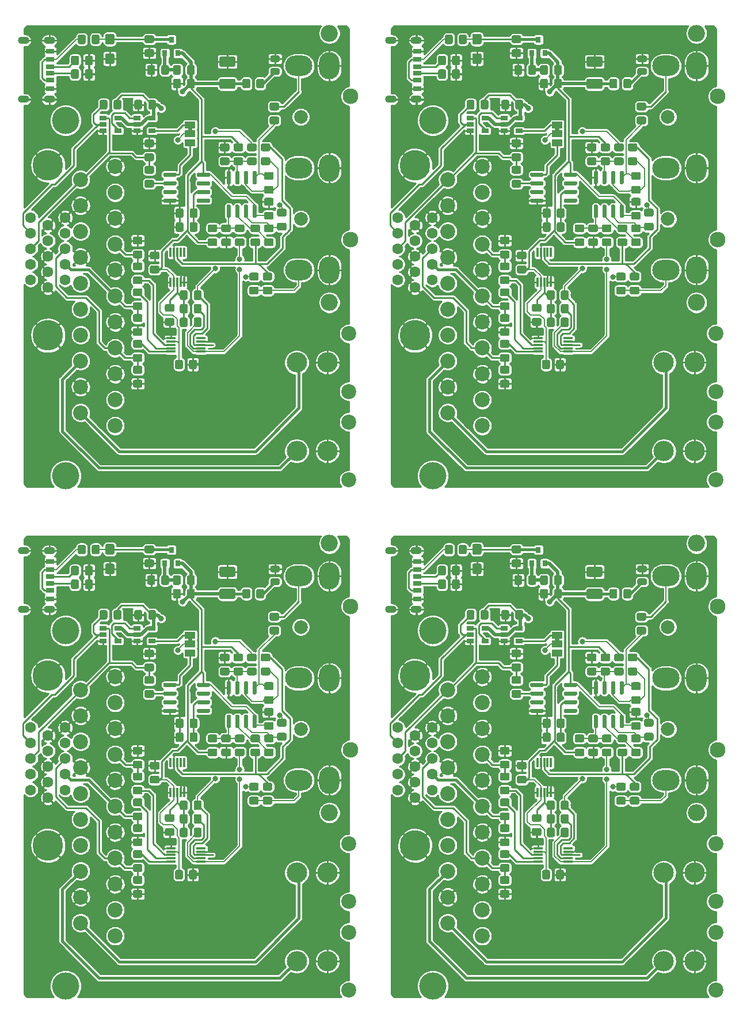
<source format=gbr>
%TF.GenerationSoftware,KiCad,Pcbnew,(5.1.9)-1*%
%TF.CreationDate,2021-05-10T07:03:40+12:00*%
%TF.ProjectId,output.RGB-to-component-panel,6f757470-7574-42e5-9247-422d746f2d63,rev?*%
%TF.SameCoordinates,Original*%
%TF.FileFunction,Copper,L1,Top*%
%TF.FilePolarity,Positive*%
%FSLAX46Y46*%
G04 Gerber Fmt 4.6, Leading zero omitted, Abs format (unit mm)*
G04 Created by KiCad (PCBNEW (5.1.9)-1) date 2021-05-10 07:03:40*
%MOMM*%
%LPD*%
G01*
G04 APERTURE LIST*
%TA.AperFunction,EtchedComponent*%
%ADD10C,0.100000*%
%TD*%
%TA.AperFunction,SMDPad,CuDef*%
%ADD11R,1.060000X0.650000*%
%TD*%
%TA.AperFunction,SMDPad,CuDef*%
%ADD12R,0.300000X1.400000*%
%TD*%
%TA.AperFunction,ComponentPad*%
%ADD13O,4.000000X3.000000*%
%TD*%
%TA.AperFunction,ComponentPad*%
%ADD14O,2.500000X2.500000*%
%TD*%
%TA.AperFunction,ComponentPad*%
%ADD15O,3.000000X4.000000*%
%TD*%
%TA.AperFunction,ComponentPad*%
%ADD16C,2.300000*%
%TD*%
%TA.AperFunction,ComponentPad*%
%ADD17C,2.000000*%
%TD*%
%TA.AperFunction,WasherPad*%
%ADD18C,2.200000*%
%TD*%
%TA.AperFunction,ComponentPad*%
%ADD19O,3.000000X3.000000*%
%TD*%
%TA.AperFunction,SMDPad,CuDef*%
%ADD20R,1.500000X1.000000*%
%TD*%
%TA.AperFunction,SMDPad,CuDef*%
%ADD21R,1.400000X0.300000*%
%TD*%
%TA.AperFunction,SMDPad,CuDef*%
%ADD22R,0.800000X0.900000*%
%TD*%
%TA.AperFunction,ComponentPad*%
%ADD23C,1.600000*%
%TD*%
%TA.AperFunction,ComponentPad*%
%ADD24C,4.500000*%
%TD*%
%TA.AperFunction,ComponentPad*%
%ADD25C,2.200000*%
%TD*%
%TA.AperFunction,ComponentPad*%
%ADD26C,4.000000*%
%TD*%
%TA.AperFunction,ComponentPad*%
%ADD27O,1.700000X1.100000*%
%TD*%
%TA.AperFunction,SMDPad,CuDef*%
%ADD28R,1.200000X0.800000*%
%TD*%
%TA.AperFunction,SMDPad,CuDef*%
%ADD29R,1.200000X0.760000*%
%TD*%
%TA.AperFunction,SMDPad,CuDef*%
%ADD30R,1.200000X0.700000*%
%TD*%
%TA.AperFunction,ViaPad*%
%ADD31C,0.800000*%
%TD*%
%TA.AperFunction,Conductor*%
%ADD32C,0.250000*%
%TD*%
%TA.AperFunction,Conductor*%
%ADD33C,0.400000*%
%TD*%
%TA.AperFunction,Conductor*%
%ADD34C,0.500000*%
%TD*%
%TA.AperFunction,Conductor*%
%ADD35C,0.200000*%
%TD*%
%TA.AperFunction,Conductor*%
%ADD36C,0.150000*%
%TD*%
%TA.AperFunction,Conductor*%
%ADD37C,0.254000*%
%TD*%
%TA.AperFunction,Conductor*%
%ADD38C,0.100000*%
%TD*%
%TA.AperFunction,NonConductor*%
%ADD39C,0.254000*%
%TD*%
%TA.AperFunction,NonConductor*%
%ADD40C,0.100000*%
%TD*%
G04 APERTURE END LIST*
D10*
G36*
X99700000Y-131100000D02*
G01*
X99700000Y-131600000D01*
X99100000Y-131600000D01*
X99100000Y-131100000D01*
X99700000Y-131100000D01*
G37*
G36*
X45700000Y-131100000D02*
G01*
X45700000Y-131600000D01*
X45100000Y-131600000D01*
X45100000Y-131100000D01*
X45700000Y-131100000D01*
G37*
G36*
X99700000Y-56100000D02*
G01*
X99700000Y-56600000D01*
X99100000Y-56600000D01*
X99100000Y-56100000D01*
X99700000Y-56100000D01*
G37*
G36*
X45700000Y-56100000D02*
G01*
X45700000Y-56600000D01*
X45100000Y-56600000D01*
X45100000Y-56100000D01*
X45700000Y-56100000D01*
G37*
%TA.AperFunction,SMDPad,CuDef*%
G36*
G01*
X58449999Y-143000000D02*
X59350001Y-143000000D01*
G75*
G02*
X59600000Y-143249999I0J-249999D01*
G01*
X59600000Y-143900001D01*
G75*
G02*
X59350001Y-144150000I-249999J0D01*
G01*
X58449999Y-144150000D01*
G75*
G02*
X58200000Y-143900001I0J249999D01*
G01*
X58200000Y-143249999D01*
G75*
G02*
X58449999Y-143000000I249999J0D01*
G01*
G37*
%TD.AperFunction*%
%TA.AperFunction,SMDPad,CuDef*%
G36*
G01*
X58449999Y-145050000D02*
X59350001Y-145050000D01*
G75*
G02*
X59600000Y-145299999I0J-249999D01*
G01*
X59600000Y-145950001D01*
G75*
G02*
X59350001Y-146200000I-249999J0D01*
G01*
X58449999Y-146200000D01*
G75*
G02*
X58200000Y-145950001I0J249999D01*
G01*
X58200000Y-145299999D01*
G75*
G02*
X58449999Y-145050000I249999J0D01*
G01*
G37*
%TD.AperFunction*%
%TA.AperFunction,SMDPad,CuDef*%
G36*
G01*
X28900000Y-118550001D02*
X28900000Y-117649999D01*
G75*
G02*
X29149999Y-117400000I249999J0D01*
G01*
X29800001Y-117400000D01*
G75*
G02*
X30050000Y-117649999I0J-249999D01*
G01*
X30050000Y-118550001D01*
G75*
G02*
X29800001Y-118800000I-249999J0D01*
G01*
X29149999Y-118800000D01*
G75*
G02*
X28900000Y-118550001I0J249999D01*
G01*
G37*
%TD.AperFunction*%
%TA.AperFunction,SMDPad,CuDef*%
G36*
G01*
X30950000Y-118550001D02*
X30950000Y-117649999D01*
G75*
G02*
X31199999Y-117400000I249999J0D01*
G01*
X31850001Y-117400000D01*
G75*
G02*
X32100000Y-117649999I0J-249999D01*
G01*
X32100000Y-118550001D01*
G75*
G02*
X31850001Y-118800000I-249999J0D01*
G01*
X31199999Y-118800000D01*
G75*
G02*
X30950000Y-118550001I0J249999D01*
G01*
G37*
%TD.AperFunction*%
%TA.AperFunction,SMDPad,CuDef*%
G36*
G01*
X54755000Y-137450000D02*
X55055000Y-137450000D01*
G75*
G02*
X55205000Y-137600000I0J-150000D01*
G01*
X55205000Y-139250000D01*
G75*
G02*
X55055000Y-139400000I-150000J0D01*
G01*
X54755000Y-139400000D01*
G75*
G02*
X54605000Y-139250000I0J150000D01*
G01*
X54605000Y-137600000D01*
G75*
G02*
X54755000Y-137450000I150000J0D01*
G01*
G37*
%TD.AperFunction*%
%TA.AperFunction,SMDPad,CuDef*%
G36*
G01*
X53485000Y-137450000D02*
X53785000Y-137450000D01*
G75*
G02*
X53935000Y-137600000I0J-150000D01*
G01*
X53935000Y-139250000D01*
G75*
G02*
X53785000Y-139400000I-150000J0D01*
G01*
X53485000Y-139400000D01*
G75*
G02*
X53335000Y-139250000I0J150000D01*
G01*
X53335000Y-137600000D01*
G75*
G02*
X53485000Y-137450000I150000J0D01*
G01*
G37*
%TD.AperFunction*%
%TA.AperFunction,SMDPad,CuDef*%
G36*
G01*
X52215000Y-137450000D02*
X52515000Y-137450000D01*
G75*
G02*
X52665000Y-137600000I0J-150000D01*
G01*
X52665000Y-139250000D01*
G75*
G02*
X52515000Y-139400000I-150000J0D01*
G01*
X52215000Y-139400000D01*
G75*
G02*
X52065000Y-139250000I0J150000D01*
G01*
X52065000Y-137600000D01*
G75*
G02*
X52215000Y-137450000I150000J0D01*
G01*
G37*
%TD.AperFunction*%
%TA.AperFunction,SMDPad,CuDef*%
G36*
G01*
X50945000Y-137450000D02*
X51245000Y-137450000D01*
G75*
G02*
X51395000Y-137600000I0J-150000D01*
G01*
X51395000Y-139250000D01*
G75*
G02*
X51245000Y-139400000I-150000J0D01*
G01*
X50945000Y-139400000D01*
G75*
G02*
X50795000Y-139250000I0J150000D01*
G01*
X50795000Y-137600000D01*
G75*
G02*
X50945000Y-137450000I150000J0D01*
G01*
G37*
%TD.AperFunction*%
%TA.AperFunction,SMDPad,CuDef*%
G36*
G01*
X50945000Y-142400000D02*
X51245000Y-142400000D01*
G75*
G02*
X51395000Y-142550000I0J-150000D01*
G01*
X51395000Y-144200000D01*
G75*
G02*
X51245000Y-144350000I-150000J0D01*
G01*
X50945000Y-144350000D01*
G75*
G02*
X50795000Y-144200000I0J150000D01*
G01*
X50795000Y-142550000D01*
G75*
G02*
X50945000Y-142400000I150000J0D01*
G01*
G37*
%TD.AperFunction*%
%TA.AperFunction,SMDPad,CuDef*%
G36*
G01*
X52215000Y-142400000D02*
X52515000Y-142400000D01*
G75*
G02*
X52665000Y-142550000I0J-150000D01*
G01*
X52665000Y-144200000D01*
G75*
G02*
X52515000Y-144350000I-150000J0D01*
G01*
X52215000Y-144350000D01*
G75*
G02*
X52065000Y-144200000I0J150000D01*
G01*
X52065000Y-142550000D01*
G75*
G02*
X52215000Y-142400000I150000J0D01*
G01*
G37*
%TD.AperFunction*%
%TA.AperFunction,SMDPad,CuDef*%
G36*
G01*
X53485000Y-142400000D02*
X53785000Y-142400000D01*
G75*
G02*
X53935000Y-142550000I0J-150000D01*
G01*
X53935000Y-144200000D01*
G75*
G02*
X53785000Y-144350000I-150000J0D01*
G01*
X53485000Y-144350000D01*
G75*
G02*
X53335000Y-144200000I0J150000D01*
G01*
X53335000Y-142550000D01*
G75*
G02*
X53485000Y-142400000I150000J0D01*
G01*
G37*
%TD.AperFunction*%
%TA.AperFunction,SMDPad,CuDef*%
G36*
G01*
X54755000Y-142400000D02*
X55055000Y-142400000D01*
G75*
G02*
X55205000Y-142550000I0J-150000D01*
G01*
X55205000Y-144200000D01*
G75*
G02*
X55055000Y-144350000I-150000J0D01*
G01*
X54755000Y-144350000D01*
G75*
G02*
X54605000Y-144200000I0J150000D01*
G01*
X54605000Y-142550000D01*
G75*
G02*
X54755000Y-142400000I150000J0D01*
G01*
G37*
%TD.AperFunction*%
D11*
X32600000Y-129650000D03*
X32600000Y-130600000D03*
X32600000Y-131550000D03*
X34800000Y-131550000D03*
X34800000Y-129650000D03*
X37600000Y-129650000D03*
X37600000Y-130600000D03*
X37600000Y-131550000D03*
X39800000Y-131550000D03*
X39800000Y-129650000D03*
%TA.AperFunction,SMDPad,CuDef*%
G36*
G01*
X51825000Y-125375000D02*
X49975000Y-125375000D01*
G75*
G02*
X49725000Y-125125000I0J250000D01*
G01*
X49725000Y-124125000D01*
G75*
G02*
X49975000Y-123875000I250000J0D01*
G01*
X51825000Y-123875000D01*
G75*
G02*
X52075000Y-124125000I0J-250000D01*
G01*
X52075000Y-125125000D01*
G75*
G02*
X51825000Y-125375000I-250000J0D01*
G01*
G37*
%TD.AperFunction*%
%TA.AperFunction,SMDPad,CuDef*%
G36*
G01*
X51825000Y-122125000D02*
X49975000Y-122125000D01*
G75*
G02*
X49725000Y-121875000I0J250000D01*
G01*
X49725000Y-120875000D01*
G75*
G02*
X49975000Y-120625000I250000J0D01*
G01*
X51825000Y-120625000D01*
G75*
G02*
X52075000Y-120875000I0J-250000D01*
G01*
X52075000Y-121875000D01*
G75*
G02*
X51825000Y-122125000I-250000J0D01*
G01*
G37*
%TD.AperFunction*%
%TA.AperFunction,SMDPad,CuDef*%
G36*
G01*
X33174999Y-117275000D02*
X34025001Y-117275000D01*
G75*
G02*
X34275000Y-117524999I0J-249999D01*
G01*
X34275000Y-118600001D01*
G75*
G02*
X34025001Y-118850000I-249999J0D01*
G01*
X33174999Y-118850000D01*
G75*
G02*
X32925000Y-118600001I0J249999D01*
G01*
X32925000Y-117524999D01*
G75*
G02*
X33174999Y-117275000I249999J0D01*
G01*
G37*
%TD.AperFunction*%
%TA.AperFunction,SMDPad,CuDef*%
G36*
G01*
X33174999Y-120150000D02*
X34025001Y-120150000D01*
G75*
G02*
X34275000Y-120399999I0J-249999D01*
G01*
X34275000Y-121475001D01*
G75*
G02*
X34025001Y-121725000I-249999J0D01*
G01*
X33174999Y-121725000D01*
G75*
G02*
X32925000Y-121475001I0J249999D01*
G01*
X32925000Y-120399999D01*
G75*
G02*
X33174999Y-120150000I249999J0D01*
G01*
G37*
%TD.AperFunction*%
D12*
X42500000Y-153800000D03*
X43000000Y-153800000D03*
X43500000Y-153800000D03*
X44000000Y-153800000D03*
X44500000Y-153800000D03*
X44500000Y-149400000D03*
X44000000Y-149400000D03*
X43500000Y-149400000D03*
X43000000Y-149400000D03*
X42500000Y-149400000D03*
%TA.AperFunction,SMDPad,CuDef*%
G36*
G01*
X57443750Y-120475000D02*
X58356250Y-120475000D01*
G75*
G02*
X58600000Y-120718750I0J-243750D01*
G01*
X58600000Y-121206250D01*
G75*
G02*
X58356250Y-121450000I-243750J0D01*
G01*
X57443750Y-121450000D01*
G75*
G02*
X57200000Y-121206250I0J243750D01*
G01*
X57200000Y-120718750D01*
G75*
G02*
X57443750Y-120475000I243750J0D01*
G01*
G37*
%TD.AperFunction*%
%TA.AperFunction,SMDPad,CuDef*%
G36*
G01*
X57443750Y-122350000D02*
X58356250Y-122350000D01*
G75*
G02*
X58600000Y-122593750I0J-243750D01*
G01*
X58600000Y-123081250D01*
G75*
G02*
X58356250Y-123325000I-243750J0D01*
G01*
X57443750Y-123325000D01*
G75*
G02*
X57200000Y-123081250I0J243750D01*
G01*
X57200000Y-122593750D01*
G75*
G02*
X57443750Y-122350000I243750J0D01*
G01*
G37*
%TD.AperFunction*%
%TA.AperFunction,SMDPad,CuDef*%
G36*
G01*
X53100000Y-125050001D02*
X53100000Y-124149999D01*
G75*
G02*
X53349999Y-123900000I249999J0D01*
G01*
X54000001Y-123900000D01*
G75*
G02*
X54250000Y-124149999I0J-249999D01*
G01*
X54250000Y-125050001D01*
G75*
G02*
X54000001Y-125300000I-249999J0D01*
G01*
X53349999Y-125300000D01*
G75*
G02*
X53100000Y-125050001I0J249999D01*
G01*
G37*
%TD.AperFunction*%
%TA.AperFunction,SMDPad,CuDef*%
G36*
G01*
X55150000Y-125050001D02*
X55150000Y-124149999D01*
G75*
G02*
X55399999Y-123900000I249999J0D01*
G01*
X56050001Y-123900000D01*
G75*
G02*
X56300000Y-124149999I0J-249999D01*
G01*
X56300000Y-125050001D01*
G75*
G02*
X56050001Y-125300000I-249999J0D01*
G01*
X55399999Y-125300000D01*
G75*
G02*
X55150000Y-125050001I0J249999D01*
G01*
G37*
%TD.AperFunction*%
D13*
X61400000Y-137000000D03*
D14*
X65900000Y-156800000D03*
X65900000Y-117200000D03*
D15*
X65900000Y-122000000D03*
X65900000Y-137000000D03*
X65900000Y-152000000D03*
D13*
X61400000Y-152000000D03*
X61400000Y-122000000D03*
D16*
X69044520Y-126466620D03*
X69044520Y-147533380D03*
D17*
X61700000Y-144500000D03*
X61700000Y-129500000D03*
%TA.AperFunction,SMDPad,CuDef*%
G36*
G01*
X52049999Y-133400000D02*
X52950001Y-133400000D01*
G75*
G02*
X53200000Y-133649999I0J-249999D01*
G01*
X53200000Y-134300001D01*
G75*
G02*
X52950001Y-134550000I-249999J0D01*
G01*
X52049999Y-134550000D01*
G75*
G02*
X51800000Y-134300001I0J249999D01*
G01*
X51800000Y-133649999D01*
G75*
G02*
X52049999Y-133400000I249999J0D01*
G01*
G37*
%TD.AperFunction*%
%TA.AperFunction,SMDPad,CuDef*%
G36*
G01*
X52049999Y-135450000D02*
X52950001Y-135450000D01*
G75*
G02*
X53200000Y-135699999I0J-249999D01*
G01*
X53200000Y-136350001D01*
G75*
G02*
X52950001Y-136600000I-249999J0D01*
G01*
X52049999Y-136600000D01*
G75*
G02*
X51800000Y-136350001I0J249999D01*
G01*
X51800000Y-135699999D01*
G75*
G02*
X52049999Y-135450000I249999J0D01*
G01*
G37*
%TD.AperFunction*%
%TA.AperFunction,SMDPad,CuDef*%
G36*
G01*
X111450001Y-142550000D02*
X110549999Y-142550000D01*
G75*
G02*
X110300000Y-142300001I0J249999D01*
G01*
X110300000Y-141649999D01*
G75*
G02*
X110549999Y-141400000I249999J0D01*
G01*
X111450001Y-141400000D01*
G75*
G02*
X111700000Y-141649999I0J-249999D01*
G01*
X111700000Y-142300001D01*
G75*
G02*
X111450001Y-142550000I-249999J0D01*
G01*
G37*
%TD.AperFunction*%
%TA.AperFunction,SMDPad,CuDef*%
G36*
G01*
X111450001Y-144600000D02*
X110549999Y-144600000D01*
G75*
G02*
X110300000Y-144350001I0J249999D01*
G01*
X110300000Y-143699999D01*
G75*
G02*
X110549999Y-143450000I249999J0D01*
G01*
X111450001Y-143450000D01*
G75*
G02*
X111700000Y-143699999I0J-249999D01*
G01*
X111700000Y-144350001D01*
G75*
G02*
X111450001Y-144600000I-249999J0D01*
G01*
G37*
%TD.AperFunction*%
%TA.AperFunction,SMDPad,CuDef*%
G36*
G01*
X99950000Y-160150001D02*
X99950000Y-159249999D01*
G75*
G02*
X100199999Y-159000000I249999J0D01*
G01*
X100850001Y-159000000D01*
G75*
G02*
X101100000Y-159249999I0J-249999D01*
G01*
X101100000Y-160150001D01*
G75*
G02*
X100850001Y-160400000I-249999J0D01*
G01*
X100199999Y-160400000D01*
G75*
G02*
X99950000Y-160150001I0J249999D01*
G01*
G37*
%TD.AperFunction*%
%TA.AperFunction,SMDPad,CuDef*%
G36*
G01*
X97900000Y-160150001D02*
X97900000Y-159249999D01*
G75*
G02*
X98149999Y-159000000I249999J0D01*
G01*
X98800001Y-159000000D01*
G75*
G02*
X99050000Y-159249999I0J-249999D01*
G01*
X99050000Y-160150001D01*
G75*
G02*
X98800001Y-160400000I-249999J0D01*
G01*
X98149999Y-160400000D01*
G75*
G02*
X97900000Y-160150001I0J249999D01*
G01*
G37*
%TD.AperFunction*%
%TA.AperFunction,SMDPad,CuDef*%
G36*
G01*
X103150001Y-146450000D02*
X102249999Y-146450000D01*
G75*
G02*
X102000000Y-146200001I0J249999D01*
G01*
X102000000Y-145549999D01*
G75*
G02*
X102249999Y-145300000I249999J0D01*
G01*
X103150001Y-145300000D01*
G75*
G02*
X103400000Y-145549999I0J-249999D01*
G01*
X103400000Y-146200001D01*
G75*
G02*
X103150001Y-146450000I-249999J0D01*
G01*
G37*
%TD.AperFunction*%
%TA.AperFunction,SMDPad,CuDef*%
G36*
G01*
X103150001Y-148500000D02*
X102249999Y-148500000D01*
G75*
G02*
X102000000Y-148250001I0J249999D01*
G01*
X102000000Y-147599999D01*
G75*
G02*
X102249999Y-147350000I249999J0D01*
G01*
X103150001Y-147350000D01*
G75*
G02*
X103400000Y-147599999I0J-249999D01*
G01*
X103400000Y-148250001D01*
G75*
G02*
X103150001Y-148500000I-249999J0D01*
G01*
G37*
%TD.AperFunction*%
D18*
X122750000Y-174370000D03*
X122750000Y-182870000D03*
D19*
X119600000Y-178620000D03*
X115100000Y-178620000D03*
%TA.AperFunction,SMDPad,CuDef*%
G36*
G01*
X111450001Y-138750000D02*
X110549999Y-138750000D01*
G75*
G02*
X110300000Y-138500001I0J249999D01*
G01*
X110300000Y-137849999D01*
G75*
G02*
X110549999Y-137600000I249999J0D01*
G01*
X111450001Y-137600000D01*
G75*
G02*
X111700000Y-137849999I0J-249999D01*
G01*
X111700000Y-138500001D01*
G75*
G02*
X111450001Y-138750000I-249999J0D01*
G01*
G37*
%TD.AperFunction*%
%TA.AperFunction,SMDPad,CuDef*%
G36*
G01*
X111450001Y-140800000D02*
X110549999Y-140800000D01*
G75*
G02*
X110300000Y-140550001I0J249999D01*
G01*
X110300000Y-139899999D01*
G75*
G02*
X110549999Y-139650000I249999J0D01*
G01*
X111450001Y-139650000D01*
G75*
G02*
X111700000Y-139899999I0J-249999D01*
G01*
X111700000Y-140550001D01*
G75*
G02*
X111450001Y-140800000I-249999J0D01*
G01*
G37*
%TD.AperFunction*%
D20*
X99400000Y-132000000D03*
X99400000Y-133300000D03*
X99400000Y-130700000D03*
%TA.AperFunction,SMDPad,CuDef*%
G36*
G01*
X105150001Y-146450000D02*
X104249999Y-146450000D01*
G75*
G02*
X104000000Y-146200001I0J249999D01*
G01*
X104000000Y-145549999D01*
G75*
G02*
X104249999Y-145300000I249999J0D01*
G01*
X105150001Y-145300000D01*
G75*
G02*
X105400000Y-145549999I0J-249999D01*
G01*
X105400000Y-146200001D01*
G75*
G02*
X105150001Y-146450000I-249999J0D01*
G01*
G37*
%TD.AperFunction*%
%TA.AperFunction,SMDPad,CuDef*%
G36*
G01*
X105150001Y-148500000D02*
X104249999Y-148500000D01*
G75*
G02*
X104000000Y-148250001I0J249999D01*
G01*
X104000000Y-147599999D01*
G75*
G02*
X104249999Y-147350000I249999J0D01*
G01*
X105150001Y-147350000D01*
G75*
G02*
X105400000Y-147599999I0J-249999D01*
G01*
X105400000Y-148250001D01*
G75*
G02*
X105150001Y-148500000I-249999J0D01*
G01*
G37*
%TD.AperFunction*%
%TA.AperFunction,SMDPad,CuDef*%
G36*
G01*
X92150001Y-148250000D02*
X91249999Y-148250000D01*
G75*
G02*
X91000000Y-148000001I0J249999D01*
G01*
X91000000Y-147349999D01*
G75*
G02*
X91249999Y-147100000I249999J0D01*
G01*
X92150001Y-147100000D01*
G75*
G02*
X92400000Y-147349999I0J-249999D01*
G01*
X92400000Y-148000001D01*
G75*
G02*
X92150001Y-148250000I-249999J0D01*
G01*
G37*
%TD.AperFunction*%
%TA.AperFunction,SMDPad,CuDef*%
G36*
G01*
X92150001Y-150300000D02*
X91249999Y-150300000D01*
G75*
G02*
X91000000Y-150050001I0J249999D01*
G01*
X91000000Y-149399999D01*
G75*
G02*
X91249999Y-149150000I249999J0D01*
G01*
X92150001Y-149150000D01*
G75*
G02*
X92400000Y-149399999I0J-249999D01*
G01*
X92400000Y-150050001D01*
G75*
G02*
X92150001Y-150300000I-249999J0D01*
G01*
G37*
%TD.AperFunction*%
%TA.AperFunction,SMDPad,CuDef*%
G36*
G01*
X92350000Y-127249999D02*
X92350000Y-128150001D01*
G75*
G02*
X92100001Y-128400000I-249999J0D01*
G01*
X91449999Y-128400000D01*
G75*
G02*
X91200000Y-128150001I0J249999D01*
G01*
X91200000Y-127249999D01*
G75*
G02*
X91449999Y-127000000I249999J0D01*
G01*
X92100001Y-127000000D01*
G75*
G02*
X92350000Y-127249999I0J-249999D01*
G01*
G37*
%TD.AperFunction*%
%TA.AperFunction,SMDPad,CuDef*%
G36*
G01*
X94400000Y-127249999D02*
X94400000Y-128150001D01*
G75*
G02*
X94150001Y-128400000I-249999J0D01*
G01*
X93499999Y-128400000D01*
G75*
G02*
X93250000Y-128150001I0J249999D01*
G01*
X93250000Y-127249999D01*
G75*
G02*
X93499999Y-127000000I249999J0D01*
G01*
X94150001Y-127000000D01*
G75*
G02*
X94400000Y-127249999I0J-249999D01*
G01*
G37*
%TD.AperFunction*%
%TA.AperFunction,SMDPad,CuDef*%
G36*
G01*
X108049999Y-135450000D02*
X108950001Y-135450000D01*
G75*
G02*
X109200000Y-135699999I0J-249999D01*
G01*
X109200000Y-136350001D01*
G75*
G02*
X108950001Y-136600000I-249999J0D01*
G01*
X108049999Y-136600000D01*
G75*
G02*
X107800000Y-136350001I0J249999D01*
G01*
X107800000Y-135699999D01*
G75*
G02*
X108049999Y-135450000I249999J0D01*
G01*
G37*
%TD.AperFunction*%
%TA.AperFunction,SMDPad,CuDef*%
G36*
G01*
X108049999Y-133400000D02*
X108950001Y-133400000D01*
G75*
G02*
X109200000Y-133649999I0J-249999D01*
G01*
X109200000Y-134300001D01*
G75*
G02*
X108950001Y-134550000I-249999J0D01*
G01*
X108049999Y-134550000D01*
G75*
G02*
X107800000Y-134300001I0J249999D01*
G01*
X107800000Y-133649999D01*
G75*
G02*
X108049999Y-133400000I249999J0D01*
G01*
G37*
%TD.AperFunction*%
%TA.AperFunction,SMDPad,CuDef*%
G36*
G01*
X111349999Y-129450000D02*
X112250001Y-129450000D01*
G75*
G02*
X112500000Y-129699999I0J-249999D01*
G01*
X112500000Y-130350001D01*
G75*
G02*
X112250001Y-130600000I-249999J0D01*
G01*
X111349999Y-130600000D01*
G75*
G02*
X111100000Y-130350001I0J249999D01*
G01*
X111100000Y-129699999D01*
G75*
G02*
X111349999Y-129450000I249999J0D01*
G01*
G37*
%TD.AperFunction*%
%TA.AperFunction,SMDPad,CuDef*%
G36*
G01*
X111349999Y-127400000D02*
X112250001Y-127400000D01*
G75*
G02*
X112500000Y-127649999I0J-249999D01*
G01*
X112500000Y-128300001D01*
G75*
G02*
X112250001Y-128550000I-249999J0D01*
G01*
X111349999Y-128550000D01*
G75*
G02*
X111100000Y-128300001I0J249999D01*
G01*
X111100000Y-127649999D01*
G75*
G02*
X111349999Y-127400000I249999J0D01*
G01*
G37*
%TD.AperFunction*%
%TA.AperFunction,SMDPad,CuDef*%
G36*
G01*
X94650001Y-150450000D02*
X93749999Y-150450000D01*
G75*
G02*
X93500000Y-150200001I0J249999D01*
G01*
X93500000Y-149549999D01*
G75*
G02*
X93749999Y-149300000I249999J0D01*
G01*
X94650001Y-149300000D01*
G75*
G02*
X94900000Y-149549999I0J-249999D01*
G01*
X94900000Y-150200001D01*
G75*
G02*
X94650001Y-150450000I-249999J0D01*
G01*
G37*
%TD.AperFunction*%
%TA.AperFunction,SMDPad,CuDef*%
G36*
G01*
X94650001Y-152500000D02*
X93749999Y-152500000D01*
G75*
G02*
X93500000Y-152250001I0J249999D01*
G01*
X93500000Y-151599999D01*
G75*
G02*
X93749999Y-151350000I249999J0D01*
G01*
X94650001Y-151350000D01*
G75*
G02*
X94900000Y-151599999I0J-249999D01*
G01*
X94900000Y-152250001D01*
G75*
G02*
X94650001Y-152500000I-249999J0D01*
G01*
G37*
%TD.AperFunction*%
%TA.AperFunction,SMDPad,CuDef*%
G36*
G01*
X104049999Y-135450000D02*
X104950001Y-135450000D01*
G75*
G02*
X105200000Y-135699999I0J-249999D01*
G01*
X105200000Y-136350001D01*
G75*
G02*
X104950001Y-136600000I-249999J0D01*
G01*
X104049999Y-136600000D01*
G75*
G02*
X103800000Y-136350001I0J249999D01*
G01*
X103800000Y-135699999D01*
G75*
G02*
X104049999Y-135450000I249999J0D01*
G01*
G37*
%TD.AperFunction*%
%TA.AperFunction,SMDPad,CuDef*%
G36*
G01*
X104049999Y-133400000D02*
X104950001Y-133400000D01*
G75*
G02*
X105200000Y-133649999I0J-249999D01*
G01*
X105200000Y-134300001D01*
G75*
G02*
X104950001Y-134550000I-249999J0D01*
G01*
X104049999Y-134550000D01*
G75*
G02*
X103800000Y-134300001I0J249999D01*
G01*
X103800000Y-133649999D01*
G75*
G02*
X104049999Y-133400000I249999J0D01*
G01*
G37*
%TD.AperFunction*%
D21*
X101000000Y-162000000D03*
X101000000Y-162500000D03*
X101000000Y-163000000D03*
X101000000Y-163500000D03*
X101000000Y-164000000D03*
X96600000Y-164000000D03*
X96600000Y-163500000D03*
X96600000Y-163000000D03*
X96600000Y-162500000D03*
X96600000Y-162000000D03*
%TA.AperFunction,SMDPad,CuDef*%
G36*
G01*
X111250001Y-153550000D02*
X110349999Y-153550000D01*
G75*
G02*
X110100000Y-153300001I0J249999D01*
G01*
X110100000Y-152649999D01*
G75*
G02*
X110349999Y-152400000I249999J0D01*
G01*
X111250001Y-152400000D01*
G75*
G02*
X111500000Y-152649999I0J-249999D01*
G01*
X111500000Y-153300001D01*
G75*
G02*
X111250001Y-153550000I-249999J0D01*
G01*
G37*
%TD.AperFunction*%
%TA.AperFunction,SMDPad,CuDef*%
G36*
G01*
X111250001Y-155600000D02*
X110349999Y-155600000D01*
G75*
G02*
X110100000Y-155350001I0J249999D01*
G01*
X110100000Y-154699999D01*
G75*
G02*
X110349999Y-154450000I249999J0D01*
G01*
X111250001Y-154450000D01*
G75*
G02*
X111500000Y-154699999I0J-249999D01*
G01*
X111500000Y-155350001D01*
G75*
G02*
X111250001Y-155600000I-249999J0D01*
G01*
G37*
%TD.AperFunction*%
%TA.AperFunction,SMDPad,CuDef*%
G36*
G01*
X111450001Y-146450000D02*
X110549999Y-146450000D01*
G75*
G02*
X110300000Y-146200001I0J249999D01*
G01*
X110300000Y-145549999D01*
G75*
G02*
X110549999Y-145300000I249999J0D01*
G01*
X111450001Y-145300000D01*
G75*
G02*
X111700000Y-145549999I0J-249999D01*
G01*
X111700000Y-146200001D01*
G75*
G02*
X111450001Y-146450000I-249999J0D01*
G01*
G37*
%TD.AperFunction*%
%TA.AperFunction,SMDPad,CuDef*%
G36*
G01*
X111450001Y-148500000D02*
X110549999Y-148500000D01*
G75*
G02*
X110300000Y-148250001I0J249999D01*
G01*
X110300000Y-147599999D01*
G75*
G02*
X110549999Y-147350000I249999J0D01*
G01*
X111450001Y-147350000D01*
G75*
G02*
X111700000Y-147599999I0J-249999D01*
G01*
X111700000Y-148250001D01*
G75*
G02*
X111450001Y-148500000I-249999J0D01*
G01*
G37*
%TD.AperFunction*%
%TA.AperFunction,SMDPad,CuDef*%
G36*
G01*
X107150001Y-146450000D02*
X106249999Y-146450000D01*
G75*
G02*
X106000000Y-146200001I0J249999D01*
G01*
X106000000Y-145549999D01*
G75*
G02*
X106249999Y-145300000I249999J0D01*
G01*
X107150001Y-145300000D01*
G75*
G02*
X107400000Y-145549999I0J-249999D01*
G01*
X107400000Y-146200001D01*
G75*
G02*
X107150001Y-146450000I-249999J0D01*
G01*
G37*
%TD.AperFunction*%
%TA.AperFunction,SMDPad,CuDef*%
G36*
G01*
X107150001Y-148500000D02*
X106249999Y-148500000D01*
G75*
G02*
X106000000Y-148250001I0J249999D01*
G01*
X106000000Y-147599999D01*
G75*
G02*
X106249999Y-147350000I249999J0D01*
G01*
X107150001Y-147350000D01*
G75*
G02*
X107400000Y-147599999I0J-249999D01*
G01*
X107400000Y-148250001D01*
G75*
G02*
X107150001Y-148500000I-249999J0D01*
G01*
G37*
%TD.AperFunction*%
%TA.AperFunction,SMDPad,CuDef*%
G36*
G01*
X42850001Y-160200000D02*
X41949999Y-160200000D01*
G75*
G02*
X41700000Y-159950001I0J249999D01*
G01*
X41700000Y-159299999D01*
G75*
G02*
X41949999Y-159050000I249999J0D01*
G01*
X42850001Y-159050000D01*
G75*
G02*
X43100000Y-159299999I0J-249999D01*
G01*
X43100000Y-159950001D01*
G75*
G02*
X42850001Y-160200000I-249999J0D01*
G01*
G37*
%TD.AperFunction*%
%TA.AperFunction,SMDPad,CuDef*%
G36*
G01*
X42850001Y-158150000D02*
X41949999Y-158150000D01*
G75*
G02*
X41700000Y-157900001I0J249999D01*
G01*
X41700000Y-157249999D01*
G75*
G02*
X41949999Y-157000000I249999J0D01*
G01*
X42850001Y-157000000D01*
G75*
G02*
X43100000Y-157249999I0J-249999D01*
G01*
X43100000Y-157900001D01*
G75*
G02*
X42850001Y-158150000I-249999J0D01*
G01*
G37*
%TD.AperFunction*%
%TA.AperFunction,SMDPad,CuDef*%
G36*
G01*
X55250001Y-155600000D02*
X54349999Y-155600000D01*
G75*
G02*
X54100000Y-155350001I0J249999D01*
G01*
X54100000Y-154699999D01*
G75*
G02*
X54349999Y-154450000I249999J0D01*
G01*
X55250001Y-154450000D01*
G75*
G02*
X55500000Y-154699999I0J-249999D01*
G01*
X55500000Y-155350001D01*
G75*
G02*
X55250001Y-155600000I-249999J0D01*
G01*
G37*
%TD.AperFunction*%
%TA.AperFunction,SMDPad,CuDef*%
G36*
G01*
X55250001Y-153550000D02*
X54349999Y-153550000D01*
G75*
G02*
X54100000Y-153300001I0J249999D01*
G01*
X54100000Y-152649999D01*
G75*
G02*
X54349999Y-152400000I249999J0D01*
G01*
X55250001Y-152400000D01*
G75*
G02*
X55500000Y-152649999I0J-249999D01*
G01*
X55500000Y-153300001D01*
G75*
G02*
X55250001Y-153550000I-249999J0D01*
G01*
G37*
%TD.AperFunction*%
%TA.AperFunction,SMDPad,CuDef*%
G36*
G01*
X56049999Y-133400000D02*
X56950001Y-133400000D01*
G75*
G02*
X57200000Y-133649999I0J-249999D01*
G01*
X57200000Y-134300001D01*
G75*
G02*
X56950001Y-134550000I-249999J0D01*
G01*
X56049999Y-134550000D01*
G75*
G02*
X55800000Y-134300001I0J249999D01*
G01*
X55800000Y-133649999D01*
G75*
G02*
X56049999Y-133400000I249999J0D01*
G01*
G37*
%TD.AperFunction*%
%TA.AperFunction,SMDPad,CuDef*%
G36*
G01*
X56049999Y-135450000D02*
X56950001Y-135450000D01*
G75*
G02*
X57200000Y-135699999I0J-249999D01*
G01*
X57200000Y-136350001D01*
G75*
G02*
X56950001Y-136600000I-249999J0D01*
G01*
X56049999Y-136600000D01*
G75*
G02*
X55800000Y-136350001I0J249999D01*
G01*
X55800000Y-135699999D01*
G75*
G02*
X56049999Y-135450000I249999J0D01*
G01*
G37*
%TD.AperFunction*%
%TA.AperFunction,SMDPad,CuDef*%
G36*
G01*
X55450001Y-148500000D02*
X54549999Y-148500000D01*
G75*
G02*
X54300000Y-148250001I0J249999D01*
G01*
X54300000Y-147599999D01*
G75*
G02*
X54549999Y-147350000I249999J0D01*
G01*
X55450001Y-147350000D01*
G75*
G02*
X55700000Y-147599999I0J-249999D01*
G01*
X55700000Y-148250001D01*
G75*
G02*
X55450001Y-148500000I-249999J0D01*
G01*
G37*
%TD.AperFunction*%
%TA.AperFunction,SMDPad,CuDef*%
G36*
G01*
X55450001Y-146450000D02*
X54549999Y-146450000D01*
G75*
G02*
X54300000Y-146200001I0J249999D01*
G01*
X54300000Y-145549999D01*
G75*
G02*
X54549999Y-145300000I249999J0D01*
G01*
X55450001Y-145300000D01*
G75*
G02*
X55700000Y-145549999I0J-249999D01*
G01*
X55700000Y-146200001D01*
G75*
G02*
X55450001Y-146450000I-249999J0D01*
G01*
G37*
%TD.AperFunction*%
%TA.AperFunction,SMDPad,CuDef*%
G36*
G01*
X54049999Y-133400000D02*
X54950001Y-133400000D01*
G75*
G02*
X55200000Y-133649999I0J-249999D01*
G01*
X55200000Y-134300001D01*
G75*
G02*
X54950001Y-134550000I-249999J0D01*
G01*
X54049999Y-134550000D01*
G75*
G02*
X53800000Y-134300001I0J249999D01*
G01*
X53800000Y-133649999D01*
G75*
G02*
X54049999Y-133400000I249999J0D01*
G01*
G37*
%TD.AperFunction*%
%TA.AperFunction,SMDPad,CuDef*%
G36*
G01*
X54049999Y-135450000D02*
X54950001Y-135450000D01*
G75*
G02*
X55200000Y-135699999I0J-249999D01*
G01*
X55200000Y-136350001D01*
G75*
G02*
X54950001Y-136600000I-249999J0D01*
G01*
X54049999Y-136600000D01*
G75*
G02*
X53800000Y-136350001I0J249999D01*
G01*
X53800000Y-135699999D01*
G75*
G02*
X54049999Y-135450000I249999J0D01*
G01*
G37*
%TD.AperFunction*%
%TA.AperFunction,SMDPad,CuDef*%
G36*
G01*
X40650001Y-152500000D02*
X39749999Y-152500000D01*
G75*
G02*
X39500000Y-152250001I0J249999D01*
G01*
X39500000Y-151599999D01*
G75*
G02*
X39749999Y-151350000I249999J0D01*
G01*
X40650001Y-151350000D01*
G75*
G02*
X40900000Y-151599999I0J-249999D01*
G01*
X40900000Y-152250001D01*
G75*
G02*
X40650001Y-152500000I-249999J0D01*
G01*
G37*
%TD.AperFunction*%
%TA.AperFunction,SMDPad,CuDef*%
G36*
G01*
X40650001Y-150450000D02*
X39749999Y-150450000D01*
G75*
G02*
X39500000Y-150200001I0J249999D01*
G01*
X39500000Y-149549999D01*
G75*
G02*
X39749999Y-149300000I249999J0D01*
G01*
X40650001Y-149300000D01*
G75*
G02*
X40900000Y-149549999I0J-249999D01*
G01*
X40900000Y-150200001D01*
G75*
G02*
X40650001Y-150450000I-249999J0D01*
G01*
G37*
%TD.AperFunction*%
%TA.AperFunction,SMDPad,CuDef*%
G36*
G01*
X57349999Y-127400000D02*
X58250001Y-127400000D01*
G75*
G02*
X58500000Y-127649999I0J-249999D01*
G01*
X58500000Y-128300001D01*
G75*
G02*
X58250001Y-128550000I-249999J0D01*
G01*
X57349999Y-128550000D01*
G75*
G02*
X57100000Y-128300001I0J249999D01*
G01*
X57100000Y-127649999D01*
G75*
G02*
X57349999Y-127400000I249999J0D01*
G01*
G37*
%TD.AperFunction*%
%TA.AperFunction,SMDPad,CuDef*%
G36*
G01*
X57349999Y-129450000D02*
X58250001Y-129450000D01*
G75*
G02*
X58500000Y-129699999I0J-249999D01*
G01*
X58500000Y-130350001D01*
G75*
G02*
X58250001Y-130600000I-249999J0D01*
G01*
X57349999Y-130600000D01*
G75*
G02*
X57100000Y-130350001I0J249999D01*
G01*
X57100000Y-129699999D01*
G75*
G02*
X57349999Y-129450000I249999J0D01*
G01*
G37*
%TD.AperFunction*%
%TA.AperFunction,SMDPad,CuDef*%
G36*
G01*
X50049999Y-133400000D02*
X50950001Y-133400000D01*
G75*
G02*
X51200000Y-133649999I0J-249999D01*
G01*
X51200000Y-134300001D01*
G75*
G02*
X50950001Y-134550000I-249999J0D01*
G01*
X50049999Y-134550000D01*
G75*
G02*
X49800000Y-134300001I0J249999D01*
G01*
X49800000Y-133649999D01*
G75*
G02*
X50049999Y-133400000I249999J0D01*
G01*
G37*
%TD.AperFunction*%
%TA.AperFunction,SMDPad,CuDef*%
G36*
G01*
X50049999Y-135450000D02*
X50950001Y-135450000D01*
G75*
G02*
X51200000Y-135699999I0J-249999D01*
G01*
X51200000Y-136350001D01*
G75*
G02*
X50950001Y-136600000I-249999J0D01*
G01*
X50049999Y-136600000D01*
G75*
G02*
X49800000Y-136350001I0J249999D01*
G01*
X49800000Y-135699999D01*
G75*
G02*
X50049999Y-135450000I249999J0D01*
G01*
G37*
%TD.AperFunction*%
%TA.AperFunction,SMDPad,CuDef*%
G36*
G01*
X49150001Y-148500000D02*
X48249999Y-148500000D01*
G75*
G02*
X48000000Y-148250001I0J249999D01*
G01*
X48000000Y-147599999D01*
G75*
G02*
X48249999Y-147350000I249999J0D01*
G01*
X49150001Y-147350000D01*
G75*
G02*
X49400000Y-147599999I0J-249999D01*
G01*
X49400000Y-148250001D01*
G75*
G02*
X49150001Y-148500000I-249999J0D01*
G01*
G37*
%TD.AperFunction*%
%TA.AperFunction,SMDPad,CuDef*%
G36*
G01*
X49150001Y-146450000D02*
X48249999Y-146450000D01*
G75*
G02*
X48000000Y-146200001I0J249999D01*
G01*
X48000000Y-145549999D01*
G75*
G02*
X48249999Y-145300000I249999J0D01*
G01*
X49150001Y-145300000D01*
G75*
G02*
X49400000Y-145549999I0J-249999D01*
G01*
X49400000Y-146200001D01*
G75*
G02*
X49150001Y-146450000I-249999J0D01*
G01*
G37*
%TD.AperFunction*%
X42600000Y-162000000D03*
X42600000Y-162500000D03*
X42600000Y-163000000D03*
X42600000Y-163500000D03*
X42600000Y-164000000D03*
X47000000Y-164000000D03*
X47000000Y-163500000D03*
X47000000Y-163000000D03*
X47000000Y-162500000D03*
X47000000Y-162000000D03*
%TA.AperFunction,SMDPad,CuDef*%
G36*
G01*
X57450001Y-140800000D02*
X56549999Y-140800000D01*
G75*
G02*
X56300000Y-140550001I0J249999D01*
G01*
X56300000Y-139899999D01*
G75*
G02*
X56549999Y-139650000I249999J0D01*
G01*
X57450001Y-139650000D01*
G75*
G02*
X57700000Y-139899999I0J-249999D01*
G01*
X57700000Y-140550001D01*
G75*
G02*
X57450001Y-140800000I-249999J0D01*
G01*
G37*
%TD.AperFunction*%
%TA.AperFunction,SMDPad,CuDef*%
G36*
G01*
X57450001Y-138750000D02*
X56549999Y-138750000D01*
G75*
G02*
X56300000Y-138500001I0J249999D01*
G01*
X56300000Y-137849999D01*
G75*
G02*
X56549999Y-137600000I249999J0D01*
G01*
X57450001Y-137600000D01*
G75*
G02*
X57700000Y-137849999I0J-249999D01*
G01*
X57700000Y-138500001D01*
G75*
G02*
X57450001Y-138750000I-249999J0D01*
G01*
G37*
%TD.AperFunction*%
%TA.AperFunction,SMDPad,CuDef*%
G36*
G01*
X57450001Y-148500000D02*
X56549999Y-148500000D01*
G75*
G02*
X56300000Y-148250001I0J249999D01*
G01*
X56300000Y-147599999D01*
G75*
G02*
X56549999Y-147350000I249999J0D01*
G01*
X57450001Y-147350000D01*
G75*
G02*
X57700000Y-147599999I0J-249999D01*
G01*
X57700000Y-148250001D01*
G75*
G02*
X57450001Y-148500000I-249999J0D01*
G01*
G37*
%TD.AperFunction*%
%TA.AperFunction,SMDPad,CuDef*%
G36*
G01*
X57450001Y-146450000D02*
X56549999Y-146450000D01*
G75*
G02*
X56300000Y-146200001I0J249999D01*
G01*
X56300000Y-145549999D01*
G75*
G02*
X56549999Y-145300000I249999J0D01*
G01*
X57450001Y-145300000D01*
G75*
G02*
X57700000Y-145549999I0J-249999D01*
G01*
X57700000Y-146200001D01*
G75*
G02*
X57450001Y-146450000I-249999J0D01*
G01*
G37*
%TD.AperFunction*%
D20*
X45400000Y-130700000D03*
X45400000Y-133300000D03*
X45400000Y-132000000D03*
%TA.AperFunction,SMDPad,CuDef*%
G36*
G01*
X57250001Y-155600000D02*
X56349999Y-155600000D01*
G75*
G02*
X56100000Y-155350001I0J249999D01*
G01*
X56100000Y-154699999D01*
G75*
G02*
X56349999Y-154450000I249999J0D01*
G01*
X57250001Y-154450000D01*
G75*
G02*
X57500000Y-154699999I0J-249999D01*
G01*
X57500000Y-155350001D01*
G75*
G02*
X57250001Y-155600000I-249999J0D01*
G01*
G37*
%TD.AperFunction*%
%TA.AperFunction,SMDPad,CuDef*%
G36*
G01*
X57250001Y-153550000D02*
X56349999Y-153550000D01*
G75*
G02*
X56100000Y-153300001I0J249999D01*
G01*
X56100000Y-152649999D01*
G75*
G02*
X56349999Y-152400000I249999J0D01*
G01*
X57250001Y-152400000D01*
G75*
G02*
X57500000Y-152649999I0J-249999D01*
G01*
X57500000Y-153300001D01*
G75*
G02*
X57250001Y-153550000I-249999J0D01*
G01*
G37*
%TD.AperFunction*%
%TA.AperFunction,SMDPad,CuDef*%
G36*
G01*
X51150001Y-148500000D02*
X50249999Y-148500000D01*
G75*
G02*
X50000000Y-148250001I0J249999D01*
G01*
X50000000Y-147599999D01*
G75*
G02*
X50249999Y-147350000I249999J0D01*
G01*
X51150001Y-147350000D01*
G75*
G02*
X51400000Y-147599999I0J-249999D01*
G01*
X51400000Y-148250001D01*
G75*
G02*
X51150001Y-148500000I-249999J0D01*
G01*
G37*
%TD.AperFunction*%
%TA.AperFunction,SMDPad,CuDef*%
G36*
G01*
X51150001Y-146450000D02*
X50249999Y-146450000D01*
G75*
G02*
X50000000Y-146200001I0J249999D01*
G01*
X50000000Y-145549999D01*
G75*
G02*
X50249999Y-145300000I249999J0D01*
G01*
X51150001Y-145300000D01*
G75*
G02*
X51400000Y-145549999I0J-249999D01*
G01*
X51400000Y-146200001D01*
G75*
G02*
X51150001Y-146450000I-249999J0D01*
G01*
G37*
%TD.AperFunction*%
%TA.AperFunction,SMDPad,CuDef*%
G36*
G01*
X53150001Y-148500000D02*
X52249999Y-148500000D01*
G75*
G02*
X52000000Y-148250001I0J249999D01*
G01*
X52000000Y-147599999D01*
G75*
G02*
X52249999Y-147350000I249999J0D01*
G01*
X53150001Y-147350000D01*
G75*
G02*
X53400000Y-147599999I0J-249999D01*
G01*
X53400000Y-148250001D01*
G75*
G02*
X53150001Y-148500000I-249999J0D01*
G01*
G37*
%TD.AperFunction*%
%TA.AperFunction,SMDPad,CuDef*%
G36*
G01*
X53150001Y-146450000D02*
X52249999Y-146450000D01*
G75*
G02*
X52000000Y-146200001I0J249999D01*
G01*
X52000000Y-145549999D01*
G75*
G02*
X52249999Y-145300000I249999J0D01*
G01*
X53150001Y-145300000D01*
G75*
G02*
X53400000Y-145549999I0J-249999D01*
G01*
X53400000Y-146200001D01*
G75*
G02*
X53150001Y-146450000I-249999J0D01*
G01*
G37*
%TD.AperFunction*%
%TA.AperFunction,SMDPad,CuDef*%
G36*
G01*
X43900000Y-160150001D02*
X43900000Y-159249999D01*
G75*
G02*
X44149999Y-159000000I249999J0D01*
G01*
X44800001Y-159000000D01*
G75*
G02*
X45050000Y-159249999I0J-249999D01*
G01*
X45050000Y-160150001D01*
G75*
G02*
X44800001Y-160400000I-249999J0D01*
G01*
X44149999Y-160400000D01*
G75*
G02*
X43900000Y-160150001I0J249999D01*
G01*
G37*
%TD.AperFunction*%
%TA.AperFunction,SMDPad,CuDef*%
G36*
G01*
X45950000Y-160150001D02*
X45950000Y-159249999D01*
G75*
G02*
X46199999Y-159000000I249999J0D01*
G01*
X46850001Y-159000000D01*
G75*
G02*
X47100000Y-159249999I0J-249999D01*
G01*
X47100000Y-160150001D01*
G75*
G02*
X46850001Y-160400000I-249999J0D01*
G01*
X46199999Y-160400000D01*
G75*
G02*
X45950000Y-160150001I0J249999D01*
G01*
G37*
%TD.AperFunction*%
%TA.AperFunction,SMDPad,CuDef*%
G36*
G01*
X38150001Y-150300000D02*
X37249999Y-150300000D01*
G75*
G02*
X37000000Y-150050001I0J249999D01*
G01*
X37000000Y-149399999D01*
G75*
G02*
X37249999Y-149150000I249999J0D01*
G01*
X38150001Y-149150000D01*
G75*
G02*
X38400000Y-149399999I0J-249999D01*
G01*
X38400000Y-150050001D01*
G75*
G02*
X38150001Y-150300000I-249999J0D01*
G01*
G37*
%TD.AperFunction*%
%TA.AperFunction,SMDPad,CuDef*%
G36*
G01*
X38150001Y-148250000D02*
X37249999Y-148250000D01*
G75*
G02*
X37000000Y-148000001I0J249999D01*
G01*
X37000000Y-147349999D01*
G75*
G02*
X37249999Y-147100000I249999J0D01*
G01*
X38150001Y-147100000D01*
G75*
G02*
X38400000Y-147349999I0J-249999D01*
G01*
X38400000Y-148000001D01*
G75*
G02*
X38150001Y-148250000I-249999J0D01*
G01*
G37*
%TD.AperFunction*%
D19*
X61100000Y-178620000D03*
X65600000Y-178620000D03*
D18*
X68750000Y-182870000D03*
X68750000Y-174370000D03*
%TA.AperFunction,SMDPad,CuDef*%
G36*
G01*
X57450001Y-144600000D02*
X56549999Y-144600000D01*
G75*
G02*
X56300000Y-144350001I0J249999D01*
G01*
X56300000Y-143699999D01*
G75*
G02*
X56549999Y-143450000I249999J0D01*
G01*
X57450001Y-143450000D01*
G75*
G02*
X57700000Y-143699999I0J-249999D01*
G01*
X57700000Y-144350001D01*
G75*
G02*
X57450001Y-144600000I-249999J0D01*
G01*
G37*
%TD.AperFunction*%
%TA.AperFunction,SMDPad,CuDef*%
G36*
G01*
X57450001Y-142550000D02*
X56549999Y-142550000D01*
G75*
G02*
X56300000Y-142300001I0J249999D01*
G01*
X56300000Y-141649999D01*
G75*
G02*
X56549999Y-141400000I249999J0D01*
G01*
X57450001Y-141400000D01*
G75*
G02*
X57700000Y-141649999I0J-249999D01*
G01*
X57700000Y-142300001D01*
G75*
G02*
X57450001Y-142550000I-249999J0D01*
G01*
G37*
%TD.AperFunction*%
%TA.AperFunction,SMDPad,CuDef*%
G36*
G01*
X40400000Y-127249999D02*
X40400000Y-128150001D01*
G75*
G02*
X40150001Y-128400000I-249999J0D01*
G01*
X39499999Y-128400000D01*
G75*
G02*
X39250000Y-128150001I0J249999D01*
G01*
X39250000Y-127249999D01*
G75*
G02*
X39499999Y-127000000I249999J0D01*
G01*
X40150001Y-127000000D01*
G75*
G02*
X40400000Y-127249999I0J-249999D01*
G01*
G37*
%TD.AperFunction*%
%TA.AperFunction,SMDPad,CuDef*%
G36*
G01*
X38350000Y-127249999D02*
X38350000Y-128150001D01*
G75*
G02*
X38100001Y-128400000I-249999J0D01*
G01*
X37449999Y-128400000D01*
G75*
G02*
X37200000Y-128150001I0J249999D01*
G01*
X37200000Y-127249999D01*
G75*
G02*
X37449999Y-127000000I249999J0D01*
G01*
X38100001Y-127000000D01*
G75*
G02*
X38350000Y-127249999I0J-249999D01*
G01*
G37*
%TD.AperFunction*%
%TA.AperFunction,SMDPad,CuDef*%
G36*
G01*
X37249999Y-166100000D02*
X38150001Y-166100000D01*
G75*
G02*
X38400000Y-166349999I0J-249999D01*
G01*
X38400000Y-167000001D01*
G75*
G02*
X38150001Y-167250000I-249999J0D01*
G01*
X37249999Y-167250000D01*
G75*
G02*
X37000000Y-167000001I0J249999D01*
G01*
X37000000Y-166349999D01*
G75*
G02*
X37249999Y-166100000I249999J0D01*
G01*
G37*
%TD.AperFunction*%
%TA.AperFunction,SMDPad,CuDef*%
G36*
G01*
X37249999Y-168150000D02*
X38150001Y-168150000D01*
G75*
G02*
X38400000Y-168399999I0J-249999D01*
G01*
X38400000Y-169050001D01*
G75*
G02*
X38150001Y-169300000I-249999J0D01*
G01*
X37249999Y-169300000D01*
G75*
G02*
X37000000Y-169050001I0J249999D01*
G01*
X37000000Y-168399999D01*
G75*
G02*
X37249999Y-168150000I249999J0D01*
G01*
G37*
%TD.AperFunction*%
%TA.AperFunction,SMDPad,CuDef*%
G36*
G01*
X37249999Y-158500000D02*
X38150001Y-158500000D01*
G75*
G02*
X38400000Y-158749999I0J-249999D01*
G01*
X38400000Y-159400001D01*
G75*
G02*
X38150001Y-159650000I-249999J0D01*
G01*
X37249999Y-159650000D01*
G75*
G02*
X37000000Y-159400001I0J249999D01*
G01*
X37000000Y-158749999D01*
G75*
G02*
X37249999Y-158500000I249999J0D01*
G01*
G37*
%TD.AperFunction*%
%TA.AperFunction,SMDPad,CuDef*%
G36*
G01*
X37249999Y-160550000D02*
X38150001Y-160550000D01*
G75*
G02*
X38400000Y-160799999I0J-249999D01*
G01*
X38400000Y-161450001D01*
G75*
G02*
X38150001Y-161700000I-249999J0D01*
G01*
X37249999Y-161700000D01*
G75*
G02*
X37000000Y-161450001I0J249999D01*
G01*
X37000000Y-160799999D01*
G75*
G02*
X37249999Y-160550000I249999J0D01*
G01*
G37*
%TD.AperFunction*%
D22*
X41696000Y-120142000D03*
X43596000Y-120142000D03*
X42646000Y-118142000D03*
%TA.AperFunction,SMDPad,CuDef*%
G36*
G01*
X43900000Y-158150001D02*
X43900000Y-157249999D01*
G75*
G02*
X44149999Y-157000000I249999J0D01*
G01*
X44800001Y-157000000D01*
G75*
G02*
X45050000Y-157249999I0J-249999D01*
G01*
X45050000Y-158150001D01*
G75*
G02*
X44800001Y-158400000I-249999J0D01*
G01*
X44149999Y-158400000D01*
G75*
G02*
X43900000Y-158150001I0J249999D01*
G01*
G37*
%TD.AperFunction*%
%TA.AperFunction,SMDPad,CuDef*%
G36*
G01*
X45950000Y-158150001D02*
X45950000Y-157249999D01*
G75*
G02*
X46199999Y-157000000I249999J0D01*
G01*
X46850001Y-157000000D01*
G75*
G02*
X47100000Y-157249999I0J-249999D01*
G01*
X47100000Y-158150001D01*
G75*
G02*
X46850001Y-158400000I-249999J0D01*
G01*
X46199999Y-158400000D01*
G75*
G02*
X45950000Y-158150001I0J249999D01*
G01*
G37*
%TD.AperFunction*%
%TA.AperFunction,SMDPad,CuDef*%
G36*
G01*
X46100000Y-124149999D02*
X46100000Y-125050001D01*
G75*
G02*
X45850001Y-125300000I-249999J0D01*
G01*
X45199999Y-125300000D01*
G75*
G02*
X44950000Y-125050001I0J249999D01*
G01*
X44950000Y-124149999D01*
G75*
G02*
X45199999Y-123900000I249999J0D01*
G01*
X45850001Y-123900000D01*
G75*
G02*
X46100000Y-124149999I0J-249999D01*
G01*
G37*
%TD.AperFunction*%
%TA.AperFunction,SMDPad,CuDef*%
G36*
G01*
X44050000Y-124149999D02*
X44050000Y-125050001D01*
G75*
G02*
X43800001Y-125300000I-249999J0D01*
G01*
X43149999Y-125300000D01*
G75*
G02*
X42900000Y-125050001I0J249999D01*
G01*
X42900000Y-124149999D01*
G75*
G02*
X43149999Y-123900000I249999J0D01*
G01*
X43800001Y-123900000D01*
G75*
G02*
X44050000Y-124149999I0J-249999D01*
G01*
G37*
%TD.AperFunction*%
%TA.AperFunction,SMDPad,CuDef*%
G36*
G01*
X38949999Y-117500000D02*
X39850001Y-117500000D01*
G75*
G02*
X40100000Y-117749999I0J-249999D01*
G01*
X40100000Y-118400001D01*
G75*
G02*
X39850001Y-118650000I-249999J0D01*
G01*
X38949999Y-118650000D01*
G75*
G02*
X38700000Y-118400001I0J249999D01*
G01*
X38700000Y-117749999D01*
G75*
G02*
X38949999Y-117500000I249999J0D01*
G01*
G37*
%TD.AperFunction*%
%TA.AperFunction,SMDPad,CuDef*%
G36*
G01*
X38949999Y-119550000D02*
X39850001Y-119550000D01*
G75*
G02*
X40100000Y-119799999I0J-249999D01*
G01*
X40100000Y-120450001D01*
G75*
G02*
X39850001Y-120700000I-249999J0D01*
G01*
X38949999Y-120700000D01*
G75*
G02*
X38700000Y-120450001I0J249999D01*
G01*
X38700000Y-119799999D01*
G75*
G02*
X38949999Y-119550000I249999J0D01*
G01*
G37*
%TD.AperFunction*%
%TA.AperFunction,SMDPad,CuDef*%
G36*
G01*
X43900000Y-156150001D02*
X43900000Y-155249999D01*
G75*
G02*
X44149999Y-155000000I249999J0D01*
G01*
X44800001Y-155000000D01*
G75*
G02*
X45050000Y-155249999I0J-249999D01*
G01*
X45050000Y-156150001D01*
G75*
G02*
X44800001Y-156400000I-249999J0D01*
G01*
X44149999Y-156400000D01*
G75*
G02*
X43900000Y-156150001I0J249999D01*
G01*
G37*
%TD.AperFunction*%
%TA.AperFunction,SMDPad,CuDef*%
G36*
G01*
X45950000Y-156150001D02*
X45950000Y-155249999D01*
G75*
G02*
X46199999Y-155000000I249999J0D01*
G01*
X46850001Y-155000000D01*
G75*
G02*
X47100000Y-155249999I0J-249999D01*
G01*
X47100000Y-156150001D01*
G75*
G02*
X46850001Y-156400000I-249999J0D01*
G01*
X46199999Y-156400000D01*
G75*
G02*
X45950000Y-156150001I0J249999D01*
G01*
G37*
%TD.AperFunction*%
%TA.AperFunction,SMDPad,CuDef*%
G36*
G01*
X46100000Y-122149999D02*
X46100000Y-123050001D01*
G75*
G02*
X45850001Y-123300000I-249999J0D01*
G01*
X45199999Y-123300000D01*
G75*
G02*
X44950000Y-123050001I0J249999D01*
G01*
X44950000Y-122149999D01*
G75*
G02*
X45199999Y-121900000I249999J0D01*
G01*
X45850001Y-121900000D01*
G75*
G02*
X46100000Y-122149999I0J-249999D01*
G01*
G37*
%TD.AperFunction*%
%TA.AperFunction,SMDPad,CuDef*%
G36*
G01*
X44050000Y-122149999D02*
X44050000Y-123050001D01*
G75*
G02*
X43800001Y-123300000I-249999J0D01*
G01*
X43149999Y-123300000D01*
G75*
G02*
X42900000Y-123050001I0J249999D01*
G01*
X42900000Y-122149999D01*
G75*
G02*
X43149999Y-121900000I249999J0D01*
G01*
X43800001Y-121900000D01*
G75*
G02*
X44050000Y-122149999I0J-249999D01*
G01*
G37*
%TD.AperFunction*%
D19*
X61100000Y-165600000D03*
X65600000Y-165600000D03*
D18*
X68750000Y-169850000D03*
X68750000Y-161350000D03*
%TA.AperFunction,SMDPad,CuDef*%
G36*
G01*
X42300000Y-122149999D02*
X42300000Y-123050001D01*
G75*
G02*
X42050001Y-123300000I-249999J0D01*
G01*
X41399999Y-123300000D01*
G75*
G02*
X41150000Y-123050001I0J249999D01*
G01*
X41150000Y-122149999D01*
G75*
G02*
X41399999Y-121900000I249999J0D01*
G01*
X42050001Y-121900000D01*
G75*
G02*
X42300000Y-122149999I0J-249999D01*
G01*
G37*
%TD.AperFunction*%
%TA.AperFunction,SMDPad,CuDef*%
G36*
G01*
X40250000Y-122149999D02*
X40250000Y-123050001D01*
G75*
G02*
X40000001Y-123300000I-249999J0D01*
G01*
X39349999Y-123300000D01*
G75*
G02*
X39100000Y-123050001I0J249999D01*
G01*
X39100000Y-122149999D01*
G75*
G02*
X39349999Y-121900000I249999J0D01*
G01*
X40000001Y-121900000D01*
G75*
G02*
X40250000Y-122149999I0J-249999D01*
G01*
G37*
%TD.AperFunction*%
D23*
X24500000Y-150000000D03*
X24500000Y-147710000D03*
X24500000Y-145420000D03*
X27040000Y-153440000D03*
X27040000Y-151150000D03*
X27040000Y-148860000D03*
X27040000Y-146570000D03*
X27040000Y-144280000D03*
X24500000Y-154580000D03*
X24500000Y-152290000D03*
X21960000Y-153440000D03*
X21960000Y-151150000D03*
X21960000Y-148860000D03*
X21960000Y-146570000D03*
X21960000Y-144280000D03*
D24*
X24500000Y-161620000D03*
X24500000Y-136620000D03*
%TA.AperFunction,SMDPad,CuDef*%
G36*
G01*
X37249999Y-162300000D02*
X38150001Y-162300000D01*
G75*
G02*
X38400000Y-162549999I0J-249999D01*
G01*
X38400000Y-163200001D01*
G75*
G02*
X38150001Y-163450000I-249999J0D01*
G01*
X37249999Y-163450000D01*
G75*
G02*
X37000000Y-163200001I0J249999D01*
G01*
X37000000Y-162549999D01*
G75*
G02*
X37249999Y-162300000I249999J0D01*
G01*
G37*
%TD.AperFunction*%
%TA.AperFunction,SMDPad,CuDef*%
G36*
G01*
X37249999Y-164350000D02*
X38150001Y-164350000D01*
G75*
G02*
X38400000Y-164599999I0J-249999D01*
G01*
X38400000Y-165250001D01*
G75*
G02*
X38150001Y-165500000I-249999J0D01*
G01*
X37249999Y-165500000D01*
G75*
G02*
X37000000Y-165250001I0J249999D01*
G01*
X37000000Y-164599999D01*
G75*
G02*
X37249999Y-164350000I249999J0D01*
G01*
G37*
%TD.AperFunction*%
%TA.AperFunction,SMDPad,CuDef*%
G36*
G01*
X37249999Y-154700000D02*
X38150001Y-154700000D01*
G75*
G02*
X38400000Y-154949999I0J-249999D01*
G01*
X38400000Y-155600001D01*
G75*
G02*
X38150001Y-155850000I-249999J0D01*
G01*
X37249999Y-155850000D01*
G75*
G02*
X37000000Y-155600001I0J249999D01*
G01*
X37000000Y-154949999D01*
G75*
G02*
X37249999Y-154700000I249999J0D01*
G01*
G37*
%TD.AperFunction*%
%TA.AperFunction,SMDPad,CuDef*%
G36*
G01*
X37249999Y-156750000D02*
X38150001Y-156750000D01*
G75*
G02*
X38400000Y-156999999I0J-249999D01*
G01*
X38400000Y-157650001D01*
G75*
G02*
X38150001Y-157900000I-249999J0D01*
G01*
X37249999Y-157900000D01*
G75*
G02*
X37000000Y-157650001I0J249999D01*
G01*
X37000000Y-156999999D01*
G75*
G02*
X37249999Y-156750000I249999J0D01*
G01*
G37*
%TD.AperFunction*%
%TA.AperFunction,SMDPad,CuDef*%
G36*
G01*
X38150001Y-154100000D02*
X37249999Y-154100000D01*
G75*
G02*
X37000000Y-153850001I0J249999D01*
G01*
X37000000Y-153199999D01*
G75*
G02*
X37249999Y-152950000I249999J0D01*
G01*
X38150001Y-152950000D01*
G75*
G02*
X38400000Y-153199999I0J-249999D01*
G01*
X38400000Y-153850001D01*
G75*
G02*
X38150001Y-154100000I-249999J0D01*
G01*
G37*
%TD.AperFunction*%
%TA.AperFunction,SMDPad,CuDef*%
G36*
G01*
X38150001Y-152050000D02*
X37249999Y-152050000D01*
G75*
G02*
X37000000Y-151800001I0J249999D01*
G01*
X37000000Y-151149999D01*
G75*
G02*
X37249999Y-150900000I249999J0D01*
G01*
X38150001Y-150900000D01*
G75*
G02*
X38400000Y-151149999I0J-249999D01*
G01*
X38400000Y-151800001D01*
G75*
G02*
X38150001Y-152050000I-249999J0D01*
G01*
G37*
%TD.AperFunction*%
%TA.AperFunction,SMDPad,CuDef*%
G36*
G01*
X91249999Y-164350000D02*
X92150001Y-164350000D01*
G75*
G02*
X92400000Y-164599999I0J-249999D01*
G01*
X92400000Y-165250001D01*
G75*
G02*
X92150001Y-165500000I-249999J0D01*
G01*
X91249999Y-165500000D01*
G75*
G02*
X91000000Y-165250001I0J249999D01*
G01*
X91000000Y-164599999D01*
G75*
G02*
X91249999Y-164350000I249999J0D01*
G01*
G37*
%TD.AperFunction*%
%TA.AperFunction,SMDPad,CuDef*%
G36*
G01*
X91249999Y-162300000D02*
X92150001Y-162300000D01*
G75*
G02*
X92400000Y-162549999I0J-249999D01*
G01*
X92400000Y-163200001D01*
G75*
G02*
X92150001Y-163450000I-249999J0D01*
G01*
X91249999Y-163450000D01*
G75*
G02*
X91000000Y-163200001I0J249999D01*
G01*
X91000000Y-162549999D01*
G75*
G02*
X91249999Y-162300000I249999J0D01*
G01*
G37*
%TD.AperFunction*%
X78500000Y-136620000D03*
X78500000Y-161620000D03*
D23*
X75960000Y-144280000D03*
X75960000Y-146570000D03*
X75960000Y-148860000D03*
X75960000Y-151150000D03*
X75960000Y-153440000D03*
X78500000Y-152290000D03*
X78500000Y-154580000D03*
X81040000Y-144280000D03*
X81040000Y-146570000D03*
X81040000Y-148860000D03*
X81040000Y-151150000D03*
X81040000Y-153440000D03*
X78500000Y-145420000D03*
X78500000Y-147710000D03*
X78500000Y-150000000D03*
%TA.AperFunction,SMDPad,CuDef*%
G36*
G01*
X92949999Y-138750000D02*
X93850001Y-138750000D01*
G75*
G02*
X94100000Y-138999999I0J-249999D01*
G01*
X94100000Y-139650001D01*
G75*
G02*
X93850001Y-139900000I-249999J0D01*
G01*
X92949999Y-139900000D01*
G75*
G02*
X92700000Y-139650001I0J249999D01*
G01*
X92700000Y-138999999D01*
G75*
G02*
X92949999Y-138750000I249999J0D01*
G01*
G37*
%TD.AperFunction*%
%TA.AperFunction,SMDPad,CuDef*%
G36*
G01*
X92949999Y-136700000D02*
X93850001Y-136700000D01*
G75*
G02*
X94100000Y-136949999I0J-249999D01*
G01*
X94100000Y-137600001D01*
G75*
G02*
X93850001Y-137850000I-249999J0D01*
G01*
X92949999Y-137850000D01*
G75*
G02*
X92700000Y-137600001I0J249999D01*
G01*
X92700000Y-136949999D01*
G75*
G02*
X92949999Y-136700000I249999J0D01*
G01*
G37*
%TD.AperFunction*%
%TA.AperFunction,SMDPad,CuDef*%
G36*
G01*
X98450000Y-145249999D02*
X98450000Y-146150001D01*
G75*
G02*
X98200001Y-146400000I-249999J0D01*
G01*
X97549999Y-146400000D01*
G75*
G02*
X97300000Y-146150001I0J249999D01*
G01*
X97300000Y-145249999D01*
G75*
G02*
X97549999Y-145000000I249999J0D01*
G01*
X98200001Y-145000000D01*
G75*
G02*
X98450000Y-145249999I0J-249999D01*
G01*
G37*
%TD.AperFunction*%
%TA.AperFunction,SMDPad,CuDef*%
G36*
G01*
X100500000Y-145249999D02*
X100500000Y-146150001D01*
G75*
G02*
X100250001Y-146400000I-249999J0D01*
G01*
X99599999Y-146400000D01*
G75*
G02*
X99350000Y-146150001I0J249999D01*
G01*
X99350000Y-145249999D01*
G75*
G02*
X99599999Y-145000000I249999J0D01*
G01*
X100250001Y-145000000D01*
G75*
G02*
X100500000Y-145249999I0J-249999D01*
G01*
G37*
%TD.AperFunction*%
%TA.AperFunction,SMDPad,CuDef*%
G36*
G01*
X91249999Y-168150000D02*
X92150001Y-168150000D01*
G75*
G02*
X92400000Y-168399999I0J-249999D01*
G01*
X92400000Y-169050001D01*
G75*
G02*
X92150001Y-169300000I-249999J0D01*
G01*
X91249999Y-169300000D01*
G75*
G02*
X91000000Y-169050001I0J249999D01*
G01*
X91000000Y-168399999D01*
G75*
G02*
X91249999Y-168150000I249999J0D01*
G01*
G37*
%TD.AperFunction*%
%TA.AperFunction,SMDPad,CuDef*%
G36*
G01*
X91249999Y-166100000D02*
X92150001Y-166100000D01*
G75*
G02*
X92400000Y-166349999I0J-249999D01*
G01*
X92400000Y-167000001D01*
G75*
G02*
X92150001Y-167250000I-249999J0D01*
G01*
X91249999Y-167250000D01*
G75*
G02*
X91000000Y-167000001I0J249999D01*
G01*
X91000000Y-166349999D01*
G75*
G02*
X91249999Y-166100000I249999J0D01*
G01*
G37*
%TD.AperFunction*%
%TA.AperFunction,SMDPad,CuDef*%
G36*
G01*
X91249999Y-160550000D02*
X92150001Y-160550000D01*
G75*
G02*
X92400000Y-160799999I0J-249999D01*
G01*
X92400000Y-161450001D01*
G75*
G02*
X92150001Y-161700000I-249999J0D01*
G01*
X91249999Y-161700000D01*
G75*
G02*
X91000000Y-161450001I0J249999D01*
G01*
X91000000Y-160799999D01*
G75*
G02*
X91249999Y-160550000I249999J0D01*
G01*
G37*
%TD.AperFunction*%
%TA.AperFunction,SMDPad,CuDef*%
G36*
G01*
X91249999Y-158500000D02*
X92150001Y-158500000D01*
G75*
G02*
X92400000Y-158749999I0J-249999D01*
G01*
X92400000Y-159400001D01*
G75*
G02*
X92150001Y-159650000I-249999J0D01*
G01*
X91249999Y-159650000D01*
G75*
G02*
X91000000Y-159400001I0J249999D01*
G01*
X91000000Y-158749999D01*
G75*
G02*
X91249999Y-158500000I249999J0D01*
G01*
G37*
%TD.AperFunction*%
%TA.AperFunction,SMDPad,CuDef*%
G36*
G01*
X91249999Y-156750000D02*
X92150001Y-156750000D01*
G75*
G02*
X92400000Y-156999999I0J-249999D01*
G01*
X92400000Y-157650001D01*
G75*
G02*
X92150001Y-157900000I-249999J0D01*
G01*
X91249999Y-157900000D01*
G75*
G02*
X91000000Y-157650001I0J249999D01*
G01*
X91000000Y-156999999D01*
G75*
G02*
X91249999Y-156750000I249999J0D01*
G01*
G37*
%TD.AperFunction*%
%TA.AperFunction,SMDPad,CuDef*%
G36*
G01*
X91249999Y-154700000D02*
X92150001Y-154700000D01*
G75*
G02*
X92400000Y-154949999I0J-249999D01*
G01*
X92400000Y-155600001D01*
G75*
G02*
X92150001Y-155850000I-249999J0D01*
G01*
X91249999Y-155850000D01*
G75*
G02*
X91000000Y-155600001I0J249999D01*
G01*
X91000000Y-154949999D01*
G75*
G02*
X91249999Y-154700000I249999J0D01*
G01*
G37*
%TD.AperFunction*%
D22*
X96646000Y-118142000D03*
X97596000Y-120142000D03*
X95696000Y-120142000D03*
D18*
X122750000Y-161350000D03*
X122750000Y-169850000D03*
D19*
X119600000Y-165600000D03*
X115100000Y-165600000D03*
%TA.AperFunction,SMDPad,CuDef*%
G36*
G01*
X98050000Y-122149999D02*
X98050000Y-123050001D01*
G75*
G02*
X97800001Y-123300000I-249999J0D01*
G01*
X97149999Y-123300000D01*
G75*
G02*
X96900000Y-123050001I0J249999D01*
G01*
X96900000Y-122149999D01*
G75*
G02*
X97149999Y-121900000I249999J0D01*
G01*
X97800001Y-121900000D01*
G75*
G02*
X98050000Y-122149999I0J-249999D01*
G01*
G37*
%TD.AperFunction*%
%TA.AperFunction,SMDPad,CuDef*%
G36*
G01*
X100100000Y-122149999D02*
X100100000Y-123050001D01*
G75*
G02*
X99850001Y-123300000I-249999J0D01*
G01*
X99199999Y-123300000D01*
G75*
G02*
X98950000Y-123050001I0J249999D01*
G01*
X98950000Y-122149999D01*
G75*
G02*
X99199999Y-121900000I249999J0D01*
G01*
X99850001Y-121900000D01*
G75*
G02*
X100100000Y-122149999I0J-249999D01*
G01*
G37*
%TD.AperFunction*%
%TA.AperFunction,SMDPad,CuDef*%
G36*
G01*
X92150001Y-152050000D02*
X91249999Y-152050000D01*
G75*
G02*
X91000000Y-151800001I0J249999D01*
G01*
X91000000Y-151149999D01*
G75*
G02*
X91249999Y-150900000I249999J0D01*
G01*
X92150001Y-150900000D01*
G75*
G02*
X92400000Y-151149999I0J-249999D01*
G01*
X92400000Y-151800001D01*
G75*
G02*
X92150001Y-152050000I-249999J0D01*
G01*
G37*
%TD.AperFunction*%
%TA.AperFunction,SMDPad,CuDef*%
G36*
G01*
X92150001Y-154100000D02*
X91249999Y-154100000D01*
G75*
G02*
X91000000Y-153850001I0J249999D01*
G01*
X91000000Y-153199999D01*
G75*
G02*
X91249999Y-152950000I249999J0D01*
G01*
X92150001Y-152950000D01*
G75*
G02*
X92400000Y-153199999I0J-249999D01*
G01*
X92400000Y-153850001D01*
G75*
G02*
X92150001Y-154100000I-249999J0D01*
G01*
G37*
%TD.AperFunction*%
%TA.AperFunction,SMDPad,CuDef*%
G36*
G01*
X98050000Y-124149999D02*
X98050000Y-125050001D01*
G75*
G02*
X97800001Y-125300000I-249999J0D01*
G01*
X97149999Y-125300000D01*
G75*
G02*
X96900000Y-125050001I0J249999D01*
G01*
X96900000Y-124149999D01*
G75*
G02*
X97149999Y-123900000I249999J0D01*
G01*
X97800001Y-123900000D01*
G75*
G02*
X98050000Y-124149999I0J-249999D01*
G01*
G37*
%TD.AperFunction*%
%TA.AperFunction,SMDPad,CuDef*%
G36*
G01*
X100100000Y-124149999D02*
X100100000Y-125050001D01*
G75*
G02*
X99850001Y-125300000I-249999J0D01*
G01*
X99199999Y-125300000D01*
G75*
G02*
X98950000Y-125050001I0J249999D01*
G01*
X98950000Y-124149999D01*
G75*
G02*
X99199999Y-123900000I249999J0D01*
G01*
X99850001Y-123900000D01*
G75*
G02*
X100100000Y-124149999I0J-249999D01*
G01*
G37*
%TD.AperFunction*%
D25*
X88380000Y-174905000D03*
X88380000Y-136805000D03*
X83300000Y-142520000D03*
X88380000Y-140615000D03*
X83300000Y-146330000D03*
X88380000Y-144425000D03*
X83300000Y-150140000D03*
X88380000Y-148235000D03*
X83300000Y-138710000D03*
X88380000Y-152045000D03*
X83300000Y-153950000D03*
X88380000Y-155855000D03*
X83300000Y-157760000D03*
X88380000Y-159665000D03*
X83300000Y-161570000D03*
X88380000Y-163475000D03*
X83300000Y-165380000D03*
X88380000Y-167285000D03*
X83300000Y-169190000D03*
X88380000Y-171095000D03*
X83300000Y-173000000D03*
D26*
X81100000Y-130000000D03*
X81100000Y-182270000D03*
%TA.AperFunction,SMDPad,CuDef*%
G36*
G01*
X99950000Y-158150001D02*
X99950000Y-157249999D01*
G75*
G02*
X100199999Y-157000000I249999J0D01*
G01*
X100850001Y-157000000D01*
G75*
G02*
X101100000Y-157249999I0J-249999D01*
G01*
X101100000Y-158150001D01*
G75*
G02*
X100850001Y-158400000I-249999J0D01*
G01*
X100199999Y-158400000D01*
G75*
G02*
X99950000Y-158150001I0J249999D01*
G01*
G37*
%TD.AperFunction*%
%TA.AperFunction,SMDPad,CuDef*%
G36*
G01*
X97900000Y-158150001D02*
X97900000Y-157249999D01*
G75*
G02*
X98149999Y-157000000I249999J0D01*
G01*
X98800001Y-157000000D01*
G75*
G02*
X99050000Y-157249999I0J-249999D01*
G01*
X99050000Y-158150001D01*
G75*
G02*
X98800001Y-158400000I-249999J0D01*
G01*
X98149999Y-158400000D01*
G75*
G02*
X97900000Y-158150001I0J249999D01*
G01*
G37*
%TD.AperFunction*%
%TA.AperFunction,SMDPad,CuDef*%
G36*
G01*
X92949999Y-119550000D02*
X93850001Y-119550000D01*
G75*
G02*
X94100000Y-119799999I0J-249999D01*
G01*
X94100000Y-120450001D01*
G75*
G02*
X93850001Y-120700000I-249999J0D01*
G01*
X92949999Y-120700000D01*
G75*
G02*
X92700000Y-120450001I0J249999D01*
G01*
X92700000Y-119799999D01*
G75*
G02*
X92949999Y-119550000I249999J0D01*
G01*
G37*
%TD.AperFunction*%
%TA.AperFunction,SMDPad,CuDef*%
G36*
G01*
X92949999Y-117500000D02*
X93850001Y-117500000D01*
G75*
G02*
X94100000Y-117749999I0J-249999D01*
G01*
X94100000Y-118400001D01*
G75*
G02*
X93850001Y-118650000I-249999J0D01*
G01*
X92949999Y-118650000D01*
G75*
G02*
X92700000Y-118400001I0J249999D01*
G01*
X92700000Y-117749999D01*
G75*
G02*
X92949999Y-117500000I249999J0D01*
G01*
G37*
%TD.AperFunction*%
%TA.AperFunction,SMDPad,CuDef*%
G36*
G01*
X99950000Y-156150001D02*
X99950000Y-155249999D01*
G75*
G02*
X100199999Y-155000000I249999J0D01*
G01*
X100850001Y-155000000D01*
G75*
G02*
X101100000Y-155249999I0J-249999D01*
G01*
X101100000Y-156150001D01*
G75*
G02*
X100850001Y-156400000I-249999J0D01*
G01*
X100199999Y-156400000D01*
G75*
G02*
X99950000Y-156150001I0J249999D01*
G01*
G37*
%TD.AperFunction*%
%TA.AperFunction,SMDPad,CuDef*%
G36*
G01*
X97900000Y-156150001D02*
X97900000Y-155249999D01*
G75*
G02*
X98149999Y-155000000I249999J0D01*
G01*
X98800001Y-155000000D01*
G75*
G02*
X99050000Y-155249999I0J-249999D01*
G01*
X99050000Y-156150001D01*
G75*
G02*
X98800001Y-156400000I-249999J0D01*
G01*
X98149999Y-156400000D01*
G75*
G02*
X97900000Y-156150001I0J249999D01*
G01*
G37*
%TD.AperFunction*%
%TA.AperFunction,SMDPad,CuDef*%
G36*
G01*
X94250000Y-122149999D02*
X94250000Y-123050001D01*
G75*
G02*
X94000001Y-123300000I-249999J0D01*
G01*
X93349999Y-123300000D01*
G75*
G02*
X93100000Y-123050001I0J249999D01*
G01*
X93100000Y-122149999D01*
G75*
G02*
X93349999Y-121900000I249999J0D01*
G01*
X94000001Y-121900000D01*
G75*
G02*
X94250000Y-122149999I0J-249999D01*
G01*
G37*
%TD.AperFunction*%
%TA.AperFunction,SMDPad,CuDef*%
G36*
G01*
X96300000Y-122149999D02*
X96300000Y-123050001D01*
G75*
G02*
X96050001Y-123300000I-249999J0D01*
G01*
X95399999Y-123300000D01*
G75*
G02*
X95150000Y-123050001I0J249999D01*
G01*
X95150000Y-122149999D01*
G75*
G02*
X95399999Y-121900000I249999J0D01*
G01*
X96050001Y-121900000D01*
G75*
G02*
X96300000Y-122149999I0J-249999D01*
G01*
G37*
%TD.AperFunction*%
%TA.AperFunction,SMDPad,CuDef*%
G36*
G01*
X93850001Y-133950000D02*
X92949999Y-133950000D01*
G75*
G02*
X92700000Y-133700001I0J249999D01*
G01*
X92700000Y-133049999D01*
G75*
G02*
X92949999Y-132800000I249999J0D01*
G01*
X93850001Y-132800000D01*
G75*
G02*
X94100000Y-133049999I0J-249999D01*
G01*
X94100000Y-133700001D01*
G75*
G02*
X93850001Y-133950000I-249999J0D01*
G01*
G37*
%TD.AperFunction*%
%TA.AperFunction,SMDPad,CuDef*%
G36*
G01*
X93850001Y-136000000D02*
X92949999Y-136000000D01*
G75*
G02*
X92700000Y-135750001I0J249999D01*
G01*
X92700000Y-135099999D01*
G75*
G02*
X92949999Y-134850000I249999J0D01*
G01*
X93850001Y-134850000D01*
G75*
G02*
X94100000Y-135099999I0J-249999D01*
G01*
X94100000Y-135750001D01*
G75*
G02*
X93850001Y-136000000I-249999J0D01*
G01*
G37*
%TD.AperFunction*%
%TA.AperFunction,SMDPad,CuDef*%
G36*
G01*
X105825000Y-122125000D02*
X103975000Y-122125000D01*
G75*
G02*
X103725000Y-121875000I0J250000D01*
G01*
X103725000Y-120875000D01*
G75*
G02*
X103975000Y-120625000I250000J0D01*
G01*
X105825000Y-120625000D01*
G75*
G02*
X106075000Y-120875000I0J-250000D01*
G01*
X106075000Y-121875000D01*
G75*
G02*
X105825000Y-122125000I-250000J0D01*
G01*
G37*
%TD.AperFunction*%
%TA.AperFunction,SMDPad,CuDef*%
G36*
G01*
X105825000Y-125375000D02*
X103975000Y-125375000D01*
G75*
G02*
X103725000Y-125125000I0J250000D01*
G01*
X103725000Y-124125000D01*
G75*
G02*
X103975000Y-123875000I250000J0D01*
G01*
X105825000Y-123875000D01*
G75*
G02*
X106075000Y-124125000I0J-250000D01*
G01*
X106075000Y-125125000D01*
G75*
G02*
X105825000Y-125375000I-250000J0D01*
G01*
G37*
%TD.AperFunction*%
%TA.AperFunction,SMDPad,CuDef*%
G36*
G01*
X108755000Y-142400000D02*
X109055000Y-142400000D01*
G75*
G02*
X109205000Y-142550000I0J-150000D01*
G01*
X109205000Y-144200000D01*
G75*
G02*
X109055000Y-144350000I-150000J0D01*
G01*
X108755000Y-144350000D01*
G75*
G02*
X108605000Y-144200000I0J150000D01*
G01*
X108605000Y-142550000D01*
G75*
G02*
X108755000Y-142400000I150000J0D01*
G01*
G37*
%TD.AperFunction*%
%TA.AperFunction,SMDPad,CuDef*%
G36*
G01*
X107485000Y-142400000D02*
X107785000Y-142400000D01*
G75*
G02*
X107935000Y-142550000I0J-150000D01*
G01*
X107935000Y-144200000D01*
G75*
G02*
X107785000Y-144350000I-150000J0D01*
G01*
X107485000Y-144350000D01*
G75*
G02*
X107335000Y-144200000I0J150000D01*
G01*
X107335000Y-142550000D01*
G75*
G02*
X107485000Y-142400000I150000J0D01*
G01*
G37*
%TD.AperFunction*%
%TA.AperFunction,SMDPad,CuDef*%
G36*
G01*
X106215000Y-142400000D02*
X106515000Y-142400000D01*
G75*
G02*
X106665000Y-142550000I0J-150000D01*
G01*
X106665000Y-144200000D01*
G75*
G02*
X106515000Y-144350000I-150000J0D01*
G01*
X106215000Y-144350000D01*
G75*
G02*
X106065000Y-144200000I0J150000D01*
G01*
X106065000Y-142550000D01*
G75*
G02*
X106215000Y-142400000I150000J0D01*
G01*
G37*
%TD.AperFunction*%
%TA.AperFunction,SMDPad,CuDef*%
G36*
G01*
X104945000Y-142400000D02*
X105245000Y-142400000D01*
G75*
G02*
X105395000Y-142550000I0J-150000D01*
G01*
X105395000Y-144200000D01*
G75*
G02*
X105245000Y-144350000I-150000J0D01*
G01*
X104945000Y-144350000D01*
G75*
G02*
X104795000Y-144200000I0J150000D01*
G01*
X104795000Y-142550000D01*
G75*
G02*
X104945000Y-142400000I150000J0D01*
G01*
G37*
%TD.AperFunction*%
%TA.AperFunction,SMDPad,CuDef*%
G36*
G01*
X104945000Y-137450000D02*
X105245000Y-137450000D01*
G75*
G02*
X105395000Y-137600000I0J-150000D01*
G01*
X105395000Y-139250000D01*
G75*
G02*
X105245000Y-139400000I-150000J0D01*
G01*
X104945000Y-139400000D01*
G75*
G02*
X104795000Y-139250000I0J150000D01*
G01*
X104795000Y-137600000D01*
G75*
G02*
X104945000Y-137450000I150000J0D01*
G01*
G37*
%TD.AperFunction*%
%TA.AperFunction,SMDPad,CuDef*%
G36*
G01*
X106215000Y-137450000D02*
X106515000Y-137450000D01*
G75*
G02*
X106665000Y-137600000I0J-150000D01*
G01*
X106665000Y-139250000D01*
G75*
G02*
X106515000Y-139400000I-150000J0D01*
G01*
X106215000Y-139400000D01*
G75*
G02*
X106065000Y-139250000I0J150000D01*
G01*
X106065000Y-137600000D01*
G75*
G02*
X106215000Y-137450000I150000J0D01*
G01*
G37*
%TD.AperFunction*%
%TA.AperFunction,SMDPad,CuDef*%
G36*
G01*
X107485000Y-137450000D02*
X107785000Y-137450000D01*
G75*
G02*
X107935000Y-137600000I0J-150000D01*
G01*
X107935000Y-139250000D01*
G75*
G02*
X107785000Y-139400000I-150000J0D01*
G01*
X107485000Y-139400000D01*
G75*
G02*
X107335000Y-139250000I0J150000D01*
G01*
X107335000Y-137600000D01*
G75*
G02*
X107485000Y-137450000I150000J0D01*
G01*
G37*
%TD.AperFunction*%
%TA.AperFunction,SMDPad,CuDef*%
G36*
G01*
X108755000Y-137450000D02*
X109055000Y-137450000D01*
G75*
G02*
X109205000Y-137600000I0J-150000D01*
G01*
X109205000Y-139250000D01*
G75*
G02*
X109055000Y-139400000I-150000J0D01*
G01*
X108755000Y-139400000D01*
G75*
G02*
X108605000Y-139250000I0J150000D01*
G01*
X108605000Y-137600000D01*
G75*
G02*
X108755000Y-137450000I150000J0D01*
G01*
G37*
%TD.AperFunction*%
D11*
X88800000Y-129650000D03*
X88800000Y-131550000D03*
X86600000Y-131550000D03*
X86600000Y-130600000D03*
X86600000Y-129650000D03*
%TA.AperFunction,SMDPad,CuDef*%
G36*
G01*
X111443750Y-122350000D02*
X112356250Y-122350000D01*
G75*
G02*
X112600000Y-122593750I0J-243750D01*
G01*
X112600000Y-123081250D01*
G75*
G02*
X112356250Y-123325000I-243750J0D01*
G01*
X111443750Y-123325000D01*
G75*
G02*
X111200000Y-123081250I0J243750D01*
G01*
X111200000Y-122593750D01*
G75*
G02*
X111443750Y-122350000I243750J0D01*
G01*
G37*
%TD.AperFunction*%
%TA.AperFunction,SMDPad,CuDef*%
G36*
G01*
X111443750Y-120475000D02*
X112356250Y-120475000D01*
G75*
G02*
X112600000Y-120718750I0J-243750D01*
G01*
X112600000Y-121206250D01*
G75*
G02*
X112356250Y-121450000I-243750J0D01*
G01*
X111443750Y-121450000D01*
G75*
G02*
X111200000Y-121206250I0J243750D01*
G01*
X111200000Y-120718750D01*
G75*
G02*
X111443750Y-120475000I243750J0D01*
G01*
G37*
%TD.AperFunction*%
D17*
X115700000Y-129500000D03*
X115700000Y-144500000D03*
D16*
X123044520Y-147533380D03*
X123044520Y-126466620D03*
D13*
X115400000Y-122000000D03*
X115400000Y-152000000D03*
D15*
X119900000Y-152000000D03*
X119900000Y-137000000D03*
X119900000Y-122000000D03*
D14*
X119900000Y-117200000D03*
X119900000Y-156800000D03*
D13*
X115400000Y-137000000D03*
%TA.AperFunction,SMDPad,CuDef*%
G36*
G01*
X109250001Y-153550000D02*
X108349999Y-153550000D01*
G75*
G02*
X108100000Y-153300001I0J249999D01*
G01*
X108100000Y-152649999D01*
G75*
G02*
X108349999Y-152400000I249999J0D01*
G01*
X109250001Y-152400000D01*
G75*
G02*
X109500000Y-152649999I0J-249999D01*
G01*
X109500000Y-153300001D01*
G75*
G02*
X109250001Y-153550000I-249999J0D01*
G01*
G37*
%TD.AperFunction*%
%TA.AperFunction,SMDPad,CuDef*%
G36*
G01*
X109250001Y-155600000D02*
X108349999Y-155600000D01*
G75*
G02*
X108100000Y-155350001I0J249999D01*
G01*
X108100000Y-154699999D01*
G75*
G02*
X108349999Y-154450000I249999J0D01*
G01*
X109250001Y-154450000D01*
G75*
G02*
X109500000Y-154699999I0J-249999D01*
G01*
X109500000Y-155350001D01*
G75*
G02*
X109250001Y-155600000I-249999J0D01*
G01*
G37*
%TD.AperFunction*%
%TA.AperFunction,SMDPad,CuDef*%
G36*
G01*
X84950000Y-118550001D02*
X84950000Y-117649999D01*
G75*
G02*
X85199999Y-117400000I249999J0D01*
G01*
X85850001Y-117400000D01*
G75*
G02*
X86100000Y-117649999I0J-249999D01*
G01*
X86100000Y-118550001D01*
G75*
G02*
X85850001Y-118800000I-249999J0D01*
G01*
X85199999Y-118800000D01*
G75*
G02*
X84950000Y-118550001I0J249999D01*
G01*
G37*
%TD.AperFunction*%
%TA.AperFunction,SMDPad,CuDef*%
G36*
G01*
X82900000Y-118550001D02*
X82900000Y-117649999D01*
G75*
G02*
X83149999Y-117400000I249999J0D01*
G01*
X83800001Y-117400000D01*
G75*
G02*
X84050000Y-117649999I0J-249999D01*
G01*
X84050000Y-118550001D01*
G75*
G02*
X83800001Y-118800000I-249999J0D01*
G01*
X83149999Y-118800000D01*
G75*
G02*
X82900000Y-118550001I0J249999D01*
G01*
G37*
%TD.AperFunction*%
D12*
X96500000Y-149400000D03*
X97000000Y-149400000D03*
X97500000Y-149400000D03*
X98000000Y-149400000D03*
X98500000Y-149400000D03*
X98500000Y-153800000D03*
X98000000Y-153800000D03*
X97500000Y-153800000D03*
X97000000Y-153800000D03*
X96500000Y-153800000D03*
%TA.AperFunction,SMDPad,CuDef*%
G36*
G01*
X109450001Y-146450000D02*
X108549999Y-146450000D01*
G75*
G02*
X108300000Y-146200001I0J249999D01*
G01*
X108300000Y-145549999D01*
G75*
G02*
X108549999Y-145300000I249999J0D01*
G01*
X109450001Y-145300000D01*
G75*
G02*
X109700000Y-145549999I0J-249999D01*
G01*
X109700000Y-146200001D01*
G75*
G02*
X109450001Y-146450000I-249999J0D01*
G01*
G37*
%TD.AperFunction*%
%TA.AperFunction,SMDPad,CuDef*%
G36*
G01*
X109450001Y-148500000D02*
X108549999Y-148500000D01*
G75*
G02*
X108300000Y-148250001I0J249999D01*
G01*
X108300000Y-147599999D01*
G75*
G02*
X108549999Y-147350000I249999J0D01*
G01*
X109450001Y-147350000D01*
G75*
G02*
X109700000Y-147599999I0J-249999D01*
G01*
X109700000Y-148250001D01*
G75*
G02*
X109450001Y-148500000I-249999J0D01*
G01*
G37*
%TD.AperFunction*%
D11*
X93800000Y-129650000D03*
X93800000Y-131550000D03*
X91600000Y-131550000D03*
X91600000Y-130600000D03*
X91600000Y-129650000D03*
%TA.AperFunction,SMDPad,CuDef*%
G36*
G01*
X87174999Y-120150000D02*
X88025001Y-120150000D01*
G75*
G02*
X88275000Y-120399999I0J-249999D01*
G01*
X88275000Y-121475001D01*
G75*
G02*
X88025001Y-121725000I-249999J0D01*
G01*
X87174999Y-121725000D01*
G75*
G02*
X86925000Y-121475001I0J249999D01*
G01*
X86925000Y-120399999D01*
G75*
G02*
X87174999Y-120150000I249999J0D01*
G01*
G37*
%TD.AperFunction*%
%TA.AperFunction,SMDPad,CuDef*%
G36*
G01*
X87174999Y-117275000D02*
X88025001Y-117275000D01*
G75*
G02*
X88275000Y-117524999I0J-249999D01*
G01*
X88275000Y-118600001D01*
G75*
G02*
X88025001Y-118850000I-249999J0D01*
G01*
X87174999Y-118850000D01*
G75*
G02*
X86925000Y-118600001I0J249999D01*
G01*
X86925000Y-117524999D01*
G75*
G02*
X87174999Y-117275000I249999J0D01*
G01*
G37*
%TD.AperFunction*%
%TA.AperFunction,SMDPad,CuDef*%
G36*
G01*
X106049999Y-135450000D02*
X106950001Y-135450000D01*
G75*
G02*
X107200000Y-135699999I0J-249999D01*
G01*
X107200000Y-136350001D01*
G75*
G02*
X106950001Y-136600000I-249999J0D01*
G01*
X106049999Y-136600000D01*
G75*
G02*
X105800000Y-136350001I0J249999D01*
G01*
X105800000Y-135699999D01*
G75*
G02*
X106049999Y-135450000I249999J0D01*
G01*
G37*
%TD.AperFunction*%
%TA.AperFunction,SMDPad,CuDef*%
G36*
G01*
X106049999Y-133400000D02*
X106950001Y-133400000D01*
G75*
G02*
X107200000Y-133649999I0J-249999D01*
G01*
X107200000Y-134300001D01*
G75*
G02*
X106950001Y-134550000I-249999J0D01*
G01*
X106049999Y-134550000D01*
G75*
G02*
X105800000Y-134300001I0J249999D01*
G01*
X105800000Y-133649999D01*
G75*
G02*
X106049999Y-133400000I249999J0D01*
G01*
G37*
%TD.AperFunction*%
%TA.AperFunction,SMDPad,CuDef*%
G36*
G01*
X96850001Y-158150000D02*
X95949999Y-158150000D01*
G75*
G02*
X95700000Y-157900001I0J249999D01*
G01*
X95700000Y-157249999D01*
G75*
G02*
X95949999Y-157000000I249999J0D01*
G01*
X96850001Y-157000000D01*
G75*
G02*
X97100000Y-157249999I0J-249999D01*
G01*
X97100000Y-157900001D01*
G75*
G02*
X96850001Y-158150000I-249999J0D01*
G01*
G37*
%TD.AperFunction*%
%TA.AperFunction,SMDPad,CuDef*%
G36*
G01*
X96850001Y-160200000D02*
X95949999Y-160200000D01*
G75*
G02*
X95700000Y-159950001I0J249999D01*
G01*
X95700000Y-159299999D01*
G75*
G02*
X95949999Y-159050000I249999J0D01*
G01*
X96850001Y-159050000D01*
G75*
G02*
X97100000Y-159299999I0J-249999D01*
G01*
X97100000Y-159950001D01*
G75*
G02*
X96850001Y-160200000I-249999J0D01*
G01*
G37*
%TD.AperFunction*%
%TA.AperFunction,SMDPad,CuDef*%
G36*
G01*
X109150000Y-125050001D02*
X109150000Y-124149999D01*
G75*
G02*
X109399999Y-123900000I249999J0D01*
G01*
X110050001Y-123900000D01*
G75*
G02*
X110300000Y-124149999I0J-249999D01*
G01*
X110300000Y-125050001D01*
G75*
G02*
X110050001Y-125300000I-249999J0D01*
G01*
X109399999Y-125300000D01*
G75*
G02*
X109150000Y-125050001I0J249999D01*
G01*
G37*
%TD.AperFunction*%
%TA.AperFunction,SMDPad,CuDef*%
G36*
G01*
X107100000Y-125050001D02*
X107100000Y-124149999D01*
G75*
G02*
X107349999Y-123900000I249999J0D01*
G01*
X108000001Y-123900000D01*
G75*
G02*
X108250000Y-124149999I0J-249999D01*
G01*
X108250000Y-125050001D01*
G75*
G02*
X108000001Y-125300000I-249999J0D01*
G01*
X107349999Y-125300000D01*
G75*
G02*
X107100000Y-125050001I0J249999D01*
G01*
G37*
%TD.AperFunction*%
%TA.AperFunction,SMDPad,CuDef*%
G36*
G01*
X110049999Y-135450000D02*
X110950001Y-135450000D01*
G75*
G02*
X111200000Y-135699999I0J-249999D01*
G01*
X111200000Y-136350001D01*
G75*
G02*
X110950001Y-136600000I-249999J0D01*
G01*
X110049999Y-136600000D01*
G75*
G02*
X109800000Y-136350001I0J249999D01*
G01*
X109800000Y-135699999D01*
G75*
G02*
X110049999Y-135450000I249999J0D01*
G01*
G37*
%TD.AperFunction*%
%TA.AperFunction,SMDPad,CuDef*%
G36*
G01*
X110049999Y-133400000D02*
X110950001Y-133400000D01*
G75*
G02*
X111200000Y-133649999I0J-249999D01*
G01*
X111200000Y-134300001D01*
G75*
G02*
X110950001Y-134550000I-249999J0D01*
G01*
X110049999Y-134550000D01*
G75*
G02*
X109800000Y-134300001I0J249999D01*
G01*
X109800000Y-133649999D01*
G75*
G02*
X110049999Y-133400000I249999J0D01*
G01*
G37*
%TD.AperFunction*%
%TA.AperFunction,SMDPad,CuDef*%
G36*
G01*
X112449999Y-145050000D02*
X113350001Y-145050000D01*
G75*
G02*
X113600000Y-145299999I0J-249999D01*
G01*
X113600000Y-145950001D01*
G75*
G02*
X113350001Y-146200000I-249999J0D01*
G01*
X112449999Y-146200000D01*
G75*
G02*
X112200000Y-145950001I0J249999D01*
G01*
X112200000Y-145299999D01*
G75*
G02*
X112449999Y-145050000I249999J0D01*
G01*
G37*
%TD.AperFunction*%
%TA.AperFunction,SMDPad,CuDef*%
G36*
G01*
X112449999Y-143000000D02*
X113350001Y-143000000D01*
G75*
G02*
X113600000Y-143249999I0J-249999D01*
G01*
X113600000Y-143900001D01*
G75*
G02*
X113350001Y-144150000I-249999J0D01*
G01*
X112449999Y-144150000D01*
G75*
G02*
X112200000Y-143900001I0J249999D01*
G01*
X112200000Y-143249999D01*
G75*
G02*
X112449999Y-143000000I249999J0D01*
G01*
G37*
%TD.AperFunction*%
%TA.AperFunction,SMDPad,CuDef*%
G36*
G01*
X38949999Y-136700000D02*
X39850001Y-136700000D01*
G75*
G02*
X40100000Y-136949999I0J-249999D01*
G01*
X40100000Y-137600001D01*
G75*
G02*
X39850001Y-137850000I-249999J0D01*
G01*
X38949999Y-137850000D01*
G75*
G02*
X38700000Y-137600001I0J249999D01*
G01*
X38700000Y-136949999D01*
G75*
G02*
X38949999Y-136700000I249999J0D01*
G01*
G37*
%TD.AperFunction*%
%TA.AperFunction,SMDPad,CuDef*%
G36*
G01*
X38949999Y-138750000D02*
X39850001Y-138750000D01*
G75*
G02*
X40100000Y-138999999I0J-249999D01*
G01*
X40100000Y-139650001D01*
G75*
G02*
X39850001Y-139900000I-249999J0D01*
G01*
X38949999Y-139900000D01*
G75*
G02*
X38700000Y-139650001I0J249999D01*
G01*
X38700000Y-138999999D01*
G75*
G02*
X38949999Y-138750000I249999J0D01*
G01*
G37*
%TD.AperFunction*%
%TA.AperFunction,SMDPad,CuDef*%
G36*
G01*
X98450000Y-143199999D02*
X98450000Y-144100001D01*
G75*
G02*
X98200001Y-144350000I-249999J0D01*
G01*
X97549999Y-144350000D01*
G75*
G02*
X97300000Y-144100001I0J249999D01*
G01*
X97300000Y-143199999D01*
G75*
G02*
X97549999Y-142950000I249999J0D01*
G01*
X98200001Y-142950000D01*
G75*
G02*
X98450000Y-143199999I0J-249999D01*
G01*
G37*
%TD.AperFunction*%
%TA.AperFunction,SMDPad,CuDef*%
G36*
G01*
X100500000Y-143199999D02*
X100500000Y-144100001D01*
G75*
G02*
X100250001Y-144350000I-249999J0D01*
G01*
X99599999Y-144350000D01*
G75*
G02*
X99350000Y-144100001I0J249999D01*
G01*
X99350000Y-143199999D01*
G75*
G02*
X99599999Y-142950000I249999J0D01*
G01*
X100250001Y-142950000D01*
G75*
G02*
X100500000Y-143199999I0J-249999D01*
G01*
G37*
%TD.AperFunction*%
%TA.AperFunction,SMDPad,CuDef*%
G36*
G01*
X39850001Y-136000000D02*
X38949999Y-136000000D01*
G75*
G02*
X38700000Y-135750001I0J249999D01*
G01*
X38700000Y-135099999D01*
G75*
G02*
X38949999Y-134850000I249999J0D01*
G01*
X39850001Y-134850000D01*
G75*
G02*
X40100000Y-135099999I0J-249999D01*
G01*
X40100000Y-135750001D01*
G75*
G02*
X39850001Y-136000000I-249999J0D01*
G01*
G37*
%TD.AperFunction*%
%TA.AperFunction,SMDPad,CuDef*%
G36*
G01*
X39850001Y-133950000D02*
X38949999Y-133950000D01*
G75*
G02*
X38700000Y-133700001I0J249999D01*
G01*
X38700000Y-133049999D01*
G75*
G02*
X38949999Y-132800000I249999J0D01*
G01*
X39850001Y-132800000D01*
G75*
G02*
X40100000Y-133049999I0J-249999D01*
G01*
X40100000Y-133700001D01*
G75*
G02*
X39850001Y-133950000I-249999J0D01*
G01*
G37*
%TD.AperFunction*%
%TA.AperFunction,SMDPad,CuDef*%
G36*
G01*
X100400000Y-138145000D02*
X100400000Y-137845000D01*
G75*
G02*
X100550000Y-137695000I150000J0D01*
G01*
X102200000Y-137695000D01*
G75*
G02*
X102350000Y-137845000I0J-150000D01*
G01*
X102350000Y-138145000D01*
G75*
G02*
X102200000Y-138295000I-150000J0D01*
G01*
X100550000Y-138295000D01*
G75*
G02*
X100400000Y-138145000I0J150000D01*
G01*
G37*
%TD.AperFunction*%
%TA.AperFunction,SMDPad,CuDef*%
G36*
G01*
X100400000Y-139415000D02*
X100400000Y-139115000D01*
G75*
G02*
X100550000Y-138965000I150000J0D01*
G01*
X102200000Y-138965000D01*
G75*
G02*
X102350000Y-139115000I0J-150000D01*
G01*
X102350000Y-139415000D01*
G75*
G02*
X102200000Y-139565000I-150000J0D01*
G01*
X100550000Y-139565000D01*
G75*
G02*
X100400000Y-139415000I0J150000D01*
G01*
G37*
%TD.AperFunction*%
%TA.AperFunction,SMDPad,CuDef*%
G36*
G01*
X100400000Y-140685000D02*
X100400000Y-140385000D01*
G75*
G02*
X100550000Y-140235000I150000J0D01*
G01*
X102200000Y-140235000D01*
G75*
G02*
X102350000Y-140385000I0J-150000D01*
G01*
X102350000Y-140685000D01*
G75*
G02*
X102200000Y-140835000I-150000J0D01*
G01*
X100550000Y-140835000D01*
G75*
G02*
X100400000Y-140685000I0J150000D01*
G01*
G37*
%TD.AperFunction*%
%TA.AperFunction,SMDPad,CuDef*%
G36*
G01*
X100400000Y-141955000D02*
X100400000Y-141655000D01*
G75*
G02*
X100550000Y-141505000I150000J0D01*
G01*
X102200000Y-141505000D01*
G75*
G02*
X102350000Y-141655000I0J-150000D01*
G01*
X102350000Y-141955000D01*
G75*
G02*
X102200000Y-142105000I-150000J0D01*
G01*
X100550000Y-142105000D01*
G75*
G02*
X100400000Y-141955000I0J150000D01*
G01*
G37*
%TD.AperFunction*%
%TA.AperFunction,SMDPad,CuDef*%
G36*
G01*
X95450000Y-141955000D02*
X95450000Y-141655000D01*
G75*
G02*
X95600000Y-141505000I150000J0D01*
G01*
X97250000Y-141505000D01*
G75*
G02*
X97400000Y-141655000I0J-150000D01*
G01*
X97400000Y-141955000D01*
G75*
G02*
X97250000Y-142105000I-150000J0D01*
G01*
X95600000Y-142105000D01*
G75*
G02*
X95450000Y-141955000I0J150000D01*
G01*
G37*
%TD.AperFunction*%
%TA.AperFunction,SMDPad,CuDef*%
G36*
G01*
X95450000Y-140685000D02*
X95450000Y-140385000D01*
G75*
G02*
X95600000Y-140235000I150000J0D01*
G01*
X97250000Y-140235000D01*
G75*
G02*
X97400000Y-140385000I0J-150000D01*
G01*
X97400000Y-140685000D01*
G75*
G02*
X97250000Y-140835000I-150000J0D01*
G01*
X95600000Y-140835000D01*
G75*
G02*
X95450000Y-140685000I0J150000D01*
G01*
G37*
%TD.AperFunction*%
%TA.AperFunction,SMDPad,CuDef*%
G36*
G01*
X95450000Y-139415000D02*
X95450000Y-139115000D01*
G75*
G02*
X95600000Y-138965000I150000J0D01*
G01*
X97250000Y-138965000D01*
G75*
G02*
X97400000Y-139115000I0J-150000D01*
G01*
X97400000Y-139415000D01*
G75*
G02*
X97250000Y-139565000I-150000J0D01*
G01*
X95600000Y-139565000D01*
G75*
G02*
X95450000Y-139415000I0J150000D01*
G01*
G37*
%TD.AperFunction*%
%TA.AperFunction,SMDPad,CuDef*%
G36*
G01*
X95450000Y-138145000D02*
X95450000Y-137845000D01*
G75*
G02*
X95600000Y-137695000I150000J0D01*
G01*
X97250000Y-137695000D01*
G75*
G02*
X97400000Y-137845000I0J-150000D01*
G01*
X97400000Y-138145000D01*
G75*
G02*
X97250000Y-138295000I-150000J0D01*
G01*
X95600000Y-138295000D01*
G75*
G02*
X95450000Y-138145000I0J150000D01*
G01*
G37*
%TD.AperFunction*%
%TA.AperFunction,SMDPad,CuDef*%
G36*
G01*
X83050000Y-122749999D02*
X83050000Y-123650001D01*
G75*
G02*
X82800001Y-123900000I-249999J0D01*
G01*
X82149999Y-123900000D01*
G75*
G02*
X81900000Y-123650001I0J249999D01*
G01*
X81900000Y-122749999D01*
G75*
G02*
X82149999Y-122500000I249999J0D01*
G01*
X82800001Y-122500000D01*
G75*
G02*
X83050000Y-122749999I0J-249999D01*
G01*
G37*
%TD.AperFunction*%
%TA.AperFunction,SMDPad,CuDef*%
G36*
G01*
X85100000Y-122749999D02*
X85100000Y-123650001D01*
G75*
G02*
X84850001Y-123900000I-249999J0D01*
G01*
X84199999Y-123900000D01*
G75*
G02*
X83950000Y-123650001I0J249999D01*
G01*
X83950000Y-122749999D01*
G75*
G02*
X84199999Y-122500000I249999J0D01*
G01*
X84850001Y-122500000D01*
G75*
G02*
X85100000Y-122749999I0J-249999D01*
G01*
G37*
%TD.AperFunction*%
%TA.AperFunction,SMDPad,CuDef*%
G36*
G01*
X46500000Y-145249999D02*
X46500000Y-146150001D01*
G75*
G02*
X46250001Y-146400000I-249999J0D01*
G01*
X45599999Y-146400000D01*
G75*
G02*
X45350000Y-146150001I0J249999D01*
G01*
X45350000Y-145249999D01*
G75*
G02*
X45599999Y-145000000I249999J0D01*
G01*
X46250001Y-145000000D01*
G75*
G02*
X46500000Y-145249999I0J-249999D01*
G01*
G37*
%TD.AperFunction*%
%TA.AperFunction,SMDPad,CuDef*%
G36*
G01*
X44450000Y-145249999D02*
X44450000Y-146150001D01*
G75*
G02*
X44200001Y-146400000I-249999J0D01*
G01*
X43549999Y-146400000D01*
G75*
G02*
X43300000Y-146150001I0J249999D01*
G01*
X43300000Y-145249999D01*
G75*
G02*
X43549999Y-145000000I249999J0D01*
G01*
X44200001Y-145000000D01*
G75*
G02*
X44450000Y-145249999I0J-249999D01*
G01*
G37*
%TD.AperFunction*%
%TA.AperFunction,SMDPad,CuDef*%
G36*
G01*
X87250000Y-127249999D02*
X87250000Y-128150001D01*
G75*
G02*
X87000001Y-128400000I-249999J0D01*
G01*
X86349999Y-128400000D01*
G75*
G02*
X86100000Y-128150001I0J249999D01*
G01*
X86100000Y-127249999D01*
G75*
G02*
X86349999Y-127000000I249999J0D01*
G01*
X87000001Y-127000000D01*
G75*
G02*
X87250000Y-127249999I0J-249999D01*
G01*
G37*
%TD.AperFunction*%
%TA.AperFunction,SMDPad,CuDef*%
G36*
G01*
X89300000Y-127249999D02*
X89300000Y-128150001D01*
G75*
G02*
X89050001Y-128400000I-249999J0D01*
G01*
X88399999Y-128400000D01*
G75*
G02*
X88150000Y-128150001I0J249999D01*
G01*
X88150000Y-127249999D01*
G75*
G02*
X88399999Y-127000000I249999J0D01*
G01*
X89050001Y-127000000D01*
G75*
G02*
X89300000Y-127249999I0J-249999D01*
G01*
G37*
%TD.AperFunction*%
D26*
X27100000Y-182270000D03*
X27100000Y-130000000D03*
D25*
X29300000Y-173000000D03*
X34380000Y-171095000D03*
X29300000Y-169190000D03*
X34380000Y-167285000D03*
X29300000Y-165380000D03*
X34380000Y-163475000D03*
X29300000Y-161570000D03*
X34380000Y-159665000D03*
X29300000Y-157760000D03*
X34380000Y-155855000D03*
X29300000Y-153950000D03*
X34380000Y-152045000D03*
X29300000Y-138710000D03*
X34380000Y-148235000D03*
X29300000Y-150140000D03*
X34380000Y-144425000D03*
X29300000Y-146330000D03*
X34380000Y-140615000D03*
X29300000Y-142520000D03*
X34380000Y-136805000D03*
X34380000Y-174905000D03*
%TA.AperFunction,SMDPad,CuDef*%
G36*
G01*
X31100000Y-122749999D02*
X31100000Y-123650001D01*
G75*
G02*
X30850001Y-123900000I-249999J0D01*
G01*
X30199999Y-123900000D01*
G75*
G02*
X29950000Y-123650001I0J249999D01*
G01*
X29950000Y-122749999D01*
G75*
G02*
X30199999Y-122500000I249999J0D01*
G01*
X30850001Y-122500000D01*
G75*
G02*
X31100000Y-122749999I0J-249999D01*
G01*
G37*
%TD.AperFunction*%
%TA.AperFunction,SMDPad,CuDef*%
G36*
G01*
X29050000Y-122749999D02*
X29050000Y-123650001D01*
G75*
G02*
X28800001Y-123900000I-249999J0D01*
G01*
X28149999Y-123900000D01*
G75*
G02*
X27900000Y-123650001I0J249999D01*
G01*
X27900000Y-122749999D01*
G75*
G02*
X28149999Y-122500000I249999J0D01*
G01*
X28800001Y-122500000D01*
G75*
G02*
X29050000Y-122749999I0J-249999D01*
G01*
G37*
%TD.AperFunction*%
D27*
X78700000Y-118280000D03*
X78700000Y-126920000D03*
X74900000Y-126920000D03*
D28*
X78850000Y-119850000D03*
D29*
X78850000Y-121080000D03*
D30*
X78850000Y-123100000D03*
D27*
X74900000Y-118280000D03*
D29*
X78850000Y-124120000D03*
D28*
X78850000Y-125350000D03*
D30*
X78850000Y-122100000D03*
%TA.AperFunction,SMDPad,CuDef*%
G36*
G01*
X41450000Y-138145000D02*
X41450000Y-137845000D01*
G75*
G02*
X41600000Y-137695000I150000J0D01*
G01*
X43250000Y-137695000D01*
G75*
G02*
X43400000Y-137845000I0J-150000D01*
G01*
X43400000Y-138145000D01*
G75*
G02*
X43250000Y-138295000I-150000J0D01*
G01*
X41600000Y-138295000D01*
G75*
G02*
X41450000Y-138145000I0J150000D01*
G01*
G37*
%TD.AperFunction*%
%TA.AperFunction,SMDPad,CuDef*%
G36*
G01*
X41450000Y-139415000D02*
X41450000Y-139115000D01*
G75*
G02*
X41600000Y-138965000I150000J0D01*
G01*
X43250000Y-138965000D01*
G75*
G02*
X43400000Y-139115000I0J-150000D01*
G01*
X43400000Y-139415000D01*
G75*
G02*
X43250000Y-139565000I-150000J0D01*
G01*
X41600000Y-139565000D01*
G75*
G02*
X41450000Y-139415000I0J150000D01*
G01*
G37*
%TD.AperFunction*%
%TA.AperFunction,SMDPad,CuDef*%
G36*
G01*
X41450000Y-140685000D02*
X41450000Y-140385000D01*
G75*
G02*
X41600000Y-140235000I150000J0D01*
G01*
X43250000Y-140235000D01*
G75*
G02*
X43400000Y-140385000I0J-150000D01*
G01*
X43400000Y-140685000D01*
G75*
G02*
X43250000Y-140835000I-150000J0D01*
G01*
X41600000Y-140835000D01*
G75*
G02*
X41450000Y-140685000I0J150000D01*
G01*
G37*
%TD.AperFunction*%
%TA.AperFunction,SMDPad,CuDef*%
G36*
G01*
X41450000Y-141955000D02*
X41450000Y-141655000D01*
G75*
G02*
X41600000Y-141505000I150000J0D01*
G01*
X43250000Y-141505000D01*
G75*
G02*
X43400000Y-141655000I0J-150000D01*
G01*
X43400000Y-141955000D01*
G75*
G02*
X43250000Y-142105000I-150000J0D01*
G01*
X41600000Y-142105000D01*
G75*
G02*
X41450000Y-141955000I0J150000D01*
G01*
G37*
%TD.AperFunction*%
%TA.AperFunction,SMDPad,CuDef*%
G36*
G01*
X46400000Y-141955000D02*
X46400000Y-141655000D01*
G75*
G02*
X46550000Y-141505000I150000J0D01*
G01*
X48200000Y-141505000D01*
G75*
G02*
X48350000Y-141655000I0J-150000D01*
G01*
X48350000Y-141955000D01*
G75*
G02*
X48200000Y-142105000I-150000J0D01*
G01*
X46550000Y-142105000D01*
G75*
G02*
X46400000Y-141955000I0J150000D01*
G01*
G37*
%TD.AperFunction*%
%TA.AperFunction,SMDPad,CuDef*%
G36*
G01*
X46400000Y-140685000D02*
X46400000Y-140385000D01*
G75*
G02*
X46550000Y-140235000I150000J0D01*
G01*
X48200000Y-140235000D01*
G75*
G02*
X48350000Y-140385000I0J-150000D01*
G01*
X48350000Y-140685000D01*
G75*
G02*
X48200000Y-140835000I-150000J0D01*
G01*
X46550000Y-140835000D01*
G75*
G02*
X46400000Y-140685000I0J150000D01*
G01*
G37*
%TD.AperFunction*%
%TA.AperFunction,SMDPad,CuDef*%
G36*
G01*
X46400000Y-139415000D02*
X46400000Y-139115000D01*
G75*
G02*
X46550000Y-138965000I150000J0D01*
G01*
X48200000Y-138965000D01*
G75*
G02*
X48350000Y-139115000I0J-150000D01*
G01*
X48350000Y-139415000D01*
G75*
G02*
X48200000Y-139565000I-150000J0D01*
G01*
X46550000Y-139565000D01*
G75*
G02*
X46400000Y-139415000I0J150000D01*
G01*
G37*
%TD.AperFunction*%
%TA.AperFunction,SMDPad,CuDef*%
G36*
G01*
X46400000Y-138145000D02*
X46400000Y-137845000D01*
G75*
G02*
X46550000Y-137695000I150000J0D01*
G01*
X48200000Y-137695000D01*
G75*
G02*
X48350000Y-137845000I0J-150000D01*
G01*
X48350000Y-138145000D01*
G75*
G02*
X48200000Y-138295000I-150000J0D01*
G01*
X46550000Y-138295000D01*
G75*
G02*
X46400000Y-138145000I0J150000D01*
G01*
G37*
%TD.AperFunction*%
X24850000Y-122100000D03*
D28*
X24850000Y-125350000D03*
D29*
X24850000Y-124120000D03*
D27*
X20900000Y-118280000D03*
D30*
X24850000Y-123100000D03*
D29*
X24850000Y-121080000D03*
D28*
X24850000Y-119850000D03*
D27*
X20900000Y-126920000D03*
X24700000Y-126920000D03*
X24700000Y-118280000D03*
%TA.AperFunction,SMDPad,CuDef*%
G36*
G01*
X46500000Y-143199999D02*
X46500000Y-144100001D01*
G75*
G02*
X46250001Y-144350000I-249999J0D01*
G01*
X45599999Y-144350000D01*
G75*
G02*
X45350000Y-144100001I0J249999D01*
G01*
X45350000Y-143199999D01*
G75*
G02*
X45599999Y-142950000I249999J0D01*
G01*
X46250001Y-142950000D01*
G75*
G02*
X46500000Y-143199999I0J-249999D01*
G01*
G37*
%TD.AperFunction*%
%TA.AperFunction,SMDPad,CuDef*%
G36*
G01*
X44450000Y-143199999D02*
X44450000Y-144100001D01*
G75*
G02*
X44200001Y-144350000I-249999J0D01*
G01*
X43549999Y-144350000D01*
G75*
G02*
X43300000Y-144100001I0J249999D01*
G01*
X43300000Y-143199999D01*
G75*
G02*
X43549999Y-142950000I249999J0D01*
G01*
X44200001Y-142950000D01*
G75*
G02*
X44450000Y-143199999I0J-249999D01*
G01*
G37*
%TD.AperFunction*%
%TA.AperFunction,SMDPad,CuDef*%
G36*
G01*
X43200000Y-166350001D02*
X43200000Y-165449999D01*
G75*
G02*
X43449999Y-165200000I249999J0D01*
G01*
X44100001Y-165200000D01*
G75*
G02*
X44350000Y-165449999I0J-249999D01*
G01*
X44350000Y-166350001D01*
G75*
G02*
X44100001Y-166600000I-249999J0D01*
G01*
X43449999Y-166600000D01*
G75*
G02*
X43200000Y-166350001I0J249999D01*
G01*
G37*
%TD.AperFunction*%
%TA.AperFunction,SMDPad,CuDef*%
G36*
G01*
X45250000Y-166350001D02*
X45250000Y-165449999D01*
G75*
G02*
X45499999Y-165200000I249999J0D01*
G01*
X46150001Y-165200000D01*
G75*
G02*
X46400000Y-165449999I0J-249999D01*
G01*
X46400000Y-166350001D01*
G75*
G02*
X46150001Y-166600000I-249999J0D01*
G01*
X45499999Y-166600000D01*
G75*
G02*
X45250000Y-166350001I0J249999D01*
G01*
G37*
%TD.AperFunction*%
%TA.AperFunction,SMDPad,CuDef*%
G36*
G01*
X35300000Y-127249999D02*
X35300000Y-128150001D01*
G75*
G02*
X35050001Y-128400000I-249999J0D01*
G01*
X34399999Y-128400000D01*
G75*
G02*
X34150000Y-128150001I0J249999D01*
G01*
X34150000Y-127249999D01*
G75*
G02*
X34399999Y-127000000I249999J0D01*
G01*
X35050001Y-127000000D01*
G75*
G02*
X35300000Y-127249999I0J-249999D01*
G01*
G37*
%TD.AperFunction*%
%TA.AperFunction,SMDPad,CuDef*%
G36*
G01*
X33250000Y-127249999D02*
X33250000Y-128150001D01*
G75*
G02*
X33000001Y-128400000I-249999J0D01*
G01*
X32349999Y-128400000D01*
G75*
G02*
X32100000Y-128150001I0J249999D01*
G01*
X32100000Y-127249999D01*
G75*
G02*
X32349999Y-127000000I249999J0D01*
G01*
X33000001Y-127000000D01*
G75*
G02*
X33250000Y-127249999I0J-249999D01*
G01*
G37*
%TD.AperFunction*%
%TA.AperFunction,SMDPad,CuDef*%
G36*
G01*
X83050000Y-120749999D02*
X83050000Y-121650001D01*
G75*
G02*
X82800001Y-121900000I-249999J0D01*
G01*
X82149999Y-121900000D01*
G75*
G02*
X81900000Y-121650001I0J249999D01*
G01*
X81900000Y-120749999D01*
G75*
G02*
X82149999Y-120500000I249999J0D01*
G01*
X82800001Y-120500000D01*
G75*
G02*
X83050000Y-120749999I0J-249999D01*
G01*
G37*
%TD.AperFunction*%
%TA.AperFunction,SMDPad,CuDef*%
G36*
G01*
X85100000Y-120749999D02*
X85100000Y-121650001D01*
G75*
G02*
X84850001Y-121900000I-249999J0D01*
G01*
X84199999Y-121900000D01*
G75*
G02*
X83950000Y-121650001I0J249999D01*
G01*
X83950000Y-120749999D01*
G75*
G02*
X84199999Y-120500000I249999J0D01*
G01*
X84850001Y-120500000D01*
G75*
G02*
X85100000Y-120749999I0J-249999D01*
G01*
G37*
%TD.AperFunction*%
%TA.AperFunction,SMDPad,CuDef*%
G36*
G01*
X31100000Y-120749999D02*
X31100000Y-121650001D01*
G75*
G02*
X30850001Y-121900000I-249999J0D01*
G01*
X30199999Y-121900000D01*
G75*
G02*
X29950000Y-121650001I0J249999D01*
G01*
X29950000Y-120749999D01*
G75*
G02*
X30199999Y-120500000I249999J0D01*
G01*
X30850001Y-120500000D01*
G75*
G02*
X31100000Y-120749999I0J-249999D01*
G01*
G37*
%TD.AperFunction*%
%TA.AperFunction,SMDPad,CuDef*%
G36*
G01*
X29050000Y-120749999D02*
X29050000Y-121650001D01*
G75*
G02*
X28800001Y-121900000I-249999J0D01*
G01*
X28149999Y-121900000D01*
G75*
G02*
X27900000Y-121650001I0J249999D01*
G01*
X27900000Y-120749999D01*
G75*
G02*
X28149999Y-120500000I249999J0D01*
G01*
X28800001Y-120500000D01*
G75*
G02*
X29050000Y-120749999I0J-249999D01*
G01*
G37*
%TD.AperFunction*%
%TA.AperFunction,SMDPad,CuDef*%
G36*
G01*
X99250000Y-166350001D02*
X99250000Y-165449999D01*
G75*
G02*
X99499999Y-165200000I249999J0D01*
G01*
X100150001Y-165200000D01*
G75*
G02*
X100400000Y-165449999I0J-249999D01*
G01*
X100400000Y-166350001D01*
G75*
G02*
X100150001Y-166600000I-249999J0D01*
G01*
X99499999Y-166600000D01*
G75*
G02*
X99250000Y-166350001I0J249999D01*
G01*
G37*
%TD.AperFunction*%
%TA.AperFunction,SMDPad,CuDef*%
G36*
G01*
X97200000Y-166350001D02*
X97200000Y-165449999D01*
G75*
G02*
X97449999Y-165200000I249999J0D01*
G01*
X98100001Y-165200000D01*
G75*
G02*
X98350000Y-165449999I0J-249999D01*
G01*
X98350000Y-166350001D01*
G75*
G02*
X98100001Y-166600000I-249999J0D01*
G01*
X97449999Y-166600000D01*
G75*
G02*
X97200000Y-166350001I0J249999D01*
G01*
G37*
%TD.AperFunction*%
%TA.AperFunction,SMDPad,CuDef*%
G36*
G01*
X112449999Y-68000000D02*
X113350001Y-68000000D01*
G75*
G02*
X113600000Y-68249999I0J-249999D01*
G01*
X113600000Y-68900001D01*
G75*
G02*
X113350001Y-69150000I-249999J0D01*
G01*
X112449999Y-69150000D01*
G75*
G02*
X112200000Y-68900001I0J249999D01*
G01*
X112200000Y-68249999D01*
G75*
G02*
X112449999Y-68000000I249999J0D01*
G01*
G37*
%TD.AperFunction*%
%TA.AperFunction,SMDPad,CuDef*%
G36*
G01*
X112449999Y-70050000D02*
X113350001Y-70050000D01*
G75*
G02*
X113600000Y-70299999I0J-249999D01*
G01*
X113600000Y-70950001D01*
G75*
G02*
X113350001Y-71200000I-249999J0D01*
G01*
X112449999Y-71200000D01*
G75*
G02*
X112200000Y-70950001I0J249999D01*
G01*
X112200000Y-70299999D01*
G75*
G02*
X112449999Y-70050000I249999J0D01*
G01*
G37*
%TD.AperFunction*%
%TA.AperFunction,SMDPad,CuDef*%
G36*
G01*
X82900000Y-43550001D02*
X82900000Y-42649999D01*
G75*
G02*
X83149999Y-42400000I249999J0D01*
G01*
X83800001Y-42400000D01*
G75*
G02*
X84050000Y-42649999I0J-249999D01*
G01*
X84050000Y-43550001D01*
G75*
G02*
X83800001Y-43800000I-249999J0D01*
G01*
X83149999Y-43800000D01*
G75*
G02*
X82900000Y-43550001I0J249999D01*
G01*
G37*
%TD.AperFunction*%
%TA.AperFunction,SMDPad,CuDef*%
G36*
G01*
X84950000Y-43550001D02*
X84950000Y-42649999D01*
G75*
G02*
X85199999Y-42400000I249999J0D01*
G01*
X85850001Y-42400000D01*
G75*
G02*
X86100000Y-42649999I0J-249999D01*
G01*
X86100000Y-43550001D01*
G75*
G02*
X85850001Y-43800000I-249999J0D01*
G01*
X85199999Y-43800000D01*
G75*
G02*
X84950000Y-43550001I0J249999D01*
G01*
G37*
%TD.AperFunction*%
%TA.AperFunction,SMDPad,CuDef*%
G36*
G01*
X108755000Y-62450000D02*
X109055000Y-62450000D01*
G75*
G02*
X109205000Y-62600000I0J-150000D01*
G01*
X109205000Y-64250000D01*
G75*
G02*
X109055000Y-64400000I-150000J0D01*
G01*
X108755000Y-64400000D01*
G75*
G02*
X108605000Y-64250000I0J150000D01*
G01*
X108605000Y-62600000D01*
G75*
G02*
X108755000Y-62450000I150000J0D01*
G01*
G37*
%TD.AperFunction*%
%TA.AperFunction,SMDPad,CuDef*%
G36*
G01*
X107485000Y-62450000D02*
X107785000Y-62450000D01*
G75*
G02*
X107935000Y-62600000I0J-150000D01*
G01*
X107935000Y-64250000D01*
G75*
G02*
X107785000Y-64400000I-150000J0D01*
G01*
X107485000Y-64400000D01*
G75*
G02*
X107335000Y-64250000I0J150000D01*
G01*
X107335000Y-62600000D01*
G75*
G02*
X107485000Y-62450000I150000J0D01*
G01*
G37*
%TD.AperFunction*%
%TA.AperFunction,SMDPad,CuDef*%
G36*
G01*
X106215000Y-62450000D02*
X106515000Y-62450000D01*
G75*
G02*
X106665000Y-62600000I0J-150000D01*
G01*
X106665000Y-64250000D01*
G75*
G02*
X106515000Y-64400000I-150000J0D01*
G01*
X106215000Y-64400000D01*
G75*
G02*
X106065000Y-64250000I0J150000D01*
G01*
X106065000Y-62600000D01*
G75*
G02*
X106215000Y-62450000I150000J0D01*
G01*
G37*
%TD.AperFunction*%
%TA.AperFunction,SMDPad,CuDef*%
G36*
G01*
X104945000Y-62450000D02*
X105245000Y-62450000D01*
G75*
G02*
X105395000Y-62600000I0J-150000D01*
G01*
X105395000Y-64250000D01*
G75*
G02*
X105245000Y-64400000I-150000J0D01*
G01*
X104945000Y-64400000D01*
G75*
G02*
X104795000Y-64250000I0J150000D01*
G01*
X104795000Y-62600000D01*
G75*
G02*
X104945000Y-62450000I150000J0D01*
G01*
G37*
%TD.AperFunction*%
%TA.AperFunction,SMDPad,CuDef*%
G36*
G01*
X104945000Y-67400000D02*
X105245000Y-67400000D01*
G75*
G02*
X105395000Y-67550000I0J-150000D01*
G01*
X105395000Y-69200000D01*
G75*
G02*
X105245000Y-69350000I-150000J0D01*
G01*
X104945000Y-69350000D01*
G75*
G02*
X104795000Y-69200000I0J150000D01*
G01*
X104795000Y-67550000D01*
G75*
G02*
X104945000Y-67400000I150000J0D01*
G01*
G37*
%TD.AperFunction*%
%TA.AperFunction,SMDPad,CuDef*%
G36*
G01*
X106215000Y-67400000D02*
X106515000Y-67400000D01*
G75*
G02*
X106665000Y-67550000I0J-150000D01*
G01*
X106665000Y-69200000D01*
G75*
G02*
X106515000Y-69350000I-150000J0D01*
G01*
X106215000Y-69350000D01*
G75*
G02*
X106065000Y-69200000I0J150000D01*
G01*
X106065000Y-67550000D01*
G75*
G02*
X106215000Y-67400000I150000J0D01*
G01*
G37*
%TD.AperFunction*%
%TA.AperFunction,SMDPad,CuDef*%
G36*
G01*
X107485000Y-67400000D02*
X107785000Y-67400000D01*
G75*
G02*
X107935000Y-67550000I0J-150000D01*
G01*
X107935000Y-69200000D01*
G75*
G02*
X107785000Y-69350000I-150000J0D01*
G01*
X107485000Y-69350000D01*
G75*
G02*
X107335000Y-69200000I0J150000D01*
G01*
X107335000Y-67550000D01*
G75*
G02*
X107485000Y-67400000I150000J0D01*
G01*
G37*
%TD.AperFunction*%
%TA.AperFunction,SMDPad,CuDef*%
G36*
G01*
X108755000Y-67400000D02*
X109055000Y-67400000D01*
G75*
G02*
X109205000Y-67550000I0J-150000D01*
G01*
X109205000Y-69200000D01*
G75*
G02*
X109055000Y-69350000I-150000J0D01*
G01*
X108755000Y-69350000D01*
G75*
G02*
X108605000Y-69200000I0J150000D01*
G01*
X108605000Y-67550000D01*
G75*
G02*
X108755000Y-67400000I150000J0D01*
G01*
G37*
%TD.AperFunction*%
D11*
X86600000Y-54650000D03*
X86600000Y-55600000D03*
X86600000Y-56550000D03*
X88800000Y-56550000D03*
X88800000Y-54650000D03*
X91600000Y-54650000D03*
X91600000Y-55600000D03*
X91600000Y-56550000D03*
X93800000Y-56550000D03*
X93800000Y-54650000D03*
%TA.AperFunction,SMDPad,CuDef*%
G36*
G01*
X105825000Y-50375000D02*
X103975000Y-50375000D01*
G75*
G02*
X103725000Y-50125000I0J250000D01*
G01*
X103725000Y-49125000D01*
G75*
G02*
X103975000Y-48875000I250000J0D01*
G01*
X105825000Y-48875000D01*
G75*
G02*
X106075000Y-49125000I0J-250000D01*
G01*
X106075000Y-50125000D01*
G75*
G02*
X105825000Y-50375000I-250000J0D01*
G01*
G37*
%TD.AperFunction*%
%TA.AperFunction,SMDPad,CuDef*%
G36*
G01*
X105825000Y-47125000D02*
X103975000Y-47125000D01*
G75*
G02*
X103725000Y-46875000I0J250000D01*
G01*
X103725000Y-45875000D01*
G75*
G02*
X103975000Y-45625000I250000J0D01*
G01*
X105825000Y-45625000D01*
G75*
G02*
X106075000Y-45875000I0J-250000D01*
G01*
X106075000Y-46875000D01*
G75*
G02*
X105825000Y-47125000I-250000J0D01*
G01*
G37*
%TD.AperFunction*%
%TA.AperFunction,SMDPad,CuDef*%
G36*
G01*
X87174999Y-42275000D02*
X88025001Y-42275000D01*
G75*
G02*
X88275000Y-42524999I0J-249999D01*
G01*
X88275000Y-43600001D01*
G75*
G02*
X88025001Y-43850000I-249999J0D01*
G01*
X87174999Y-43850000D01*
G75*
G02*
X86925000Y-43600001I0J249999D01*
G01*
X86925000Y-42524999D01*
G75*
G02*
X87174999Y-42275000I249999J0D01*
G01*
G37*
%TD.AperFunction*%
%TA.AperFunction,SMDPad,CuDef*%
G36*
G01*
X87174999Y-45150000D02*
X88025001Y-45150000D01*
G75*
G02*
X88275000Y-45399999I0J-249999D01*
G01*
X88275000Y-46475001D01*
G75*
G02*
X88025001Y-46725000I-249999J0D01*
G01*
X87174999Y-46725000D01*
G75*
G02*
X86925000Y-46475001I0J249999D01*
G01*
X86925000Y-45399999D01*
G75*
G02*
X87174999Y-45150000I249999J0D01*
G01*
G37*
%TD.AperFunction*%
D12*
X96500000Y-78800000D03*
X97000000Y-78800000D03*
X97500000Y-78800000D03*
X98000000Y-78800000D03*
X98500000Y-78800000D03*
X98500000Y-74400000D03*
X98000000Y-74400000D03*
X97500000Y-74400000D03*
X97000000Y-74400000D03*
X96500000Y-74400000D03*
%TA.AperFunction,SMDPad,CuDef*%
G36*
G01*
X111443750Y-45475000D02*
X112356250Y-45475000D01*
G75*
G02*
X112600000Y-45718750I0J-243750D01*
G01*
X112600000Y-46206250D01*
G75*
G02*
X112356250Y-46450000I-243750J0D01*
G01*
X111443750Y-46450000D01*
G75*
G02*
X111200000Y-46206250I0J243750D01*
G01*
X111200000Y-45718750D01*
G75*
G02*
X111443750Y-45475000I243750J0D01*
G01*
G37*
%TD.AperFunction*%
%TA.AperFunction,SMDPad,CuDef*%
G36*
G01*
X111443750Y-47350000D02*
X112356250Y-47350000D01*
G75*
G02*
X112600000Y-47593750I0J-243750D01*
G01*
X112600000Y-48081250D01*
G75*
G02*
X112356250Y-48325000I-243750J0D01*
G01*
X111443750Y-48325000D01*
G75*
G02*
X111200000Y-48081250I0J243750D01*
G01*
X111200000Y-47593750D01*
G75*
G02*
X111443750Y-47350000I243750J0D01*
G01*
G37*
%TD.AperFunction*%
%TA.AperFunction,SMDPad,CuDef*%
G36*
G01*
X107100000Y-50050001D02*
X107100000Y-49149999D01*
G75*
G02*
X107349999Y-48900000I249999J0D01*
G01*
X108000001Y-48900000D01*
G75*
G02*
X108250000Y-49149999I0J-249999D01*
G01*
X108250000Y-50050001D01*
G75*
G02*
X108000001Y-50300000I-249999J0D01*
G01*
X107349999Y-50300000D01*
G75*
G02*
X107100000Y-50050001I0J249999D01*
G01*
G37*
%TD.AperFunction*%
%TA.AperFunction,SMDPad,CuDef*%
G36*
G01*
X109150000Y-50050001D02*
X109150000Y-49149999D01*
G75*
G02*
X109399999Y-48900000I249999J0D01*
G01*
X110050001Y-48900000D01*
G75*
G02*
X110300000Y-49149999I0J-249999D01*
G01*
X110300000Y-50050001D01*
G75*
G02*
X110050001Y-50300000I-249999J0D01*
G01*
X109399999Y-50300000D01*
G75*
G02*
X109150000Y-50050001I0J249999D01*
G01*
G37*
%TD.AperFunction*%
D13*
X115400000Y-62000000D03*
D14*
X119900000Y-81800000D03*
X119900000Y-42200000D03*
D15*
X119900000Y-47000000D03*
X119900000Y-62000000D03*
X119900000Y-77000000D03*
D13*
X115400000Y-77000000D03*
X115400000Y-47000000D03*
D16*
X123044520Y-51466620D03*
X123044520Y-72533380D03*
D17*
X115700000Y-69500000D03*
X115700000Y-54500000D03*
%TA.AperFunction,SMDPad,CuDef*%
G36*
G01*
X106049999Y-58400000D02*
X106950001Y-58400000D01*
G75*
G02*
X107200000Y-58649999I0J-249999D01*
G01*
X107200000Y-59300001D01*
G75*
G02*
X106950001Y-59550000I-249999J0D01*
G01*
X106049999Y-59550000D01*
G75*
G02*
X105800000Y-59300001I0J249999D01*
G01*
X105800000Y-58649999D01*
G75*
G02*
X106049999Y-58400000I249999J0D01*
G01*
G37*
%TD.AperFunction*%
%TA.AperFunction,SMDPad,CuDef*%
G36*
G01*
X106049999Y-60450000D02*
X106950001Y-60450000D01*
G75*
G02*
X107200000Y-60699999I0J-249999D01*
G01*
X107200000Y-61350001D01*
G75*
G02*
X106950001Y-61600000I-249999J0D01*
G01*
X106049999Y-61600000D01*
G75*
G02*
X105800000Y-61350001I0J249999D01*
G01*
X105800000Y-60699999D01*
G75*
G02*
X106049999Y-60450000I249999J0D01*
G01*
G37*
%TD.AperFunction*%
%TA.AperFunction,SMDPad,CuDef*%
G36*
G01*
X96850001Y-85200000D02*
X95949999Y-85200000D01*
G75*
G02*
X95700000Y-84950001I0J249999D01*
G01*
X95700000Y-84299999D01*
G75*
G02*
X95949999Y-84050000I249999J0D01*
G01*
X96850001Y-84050000D01*
G75*
G02*
X97100000Y-84299999I0J-249999D01*
G01*
X97100000Y-84950001D01*
G75*
G02*
X96850001Y-85200000I-249999J0D01*
G01*
G37*
%TD.AperFunction*%
%TA.AperFunction,SMDPad,CuDef*%
G36*
G01*
X96850001Y-83150000D02*
X95949999Y-83150000D01*
G75*
G02*
X95700000Y-82900001I0J249999D01*
G01*
X95700000Y-82249999D01*
G75*
G02*
X95949999Y-82000000I249999J0D01*
G01*
X96850001Y-82000000D01*
G75*
G02*
X97100000Y-82249999I0J-249999D01*
G01*
X97100000Y-82900001D01*
G75*
G02*
X96850001Y-83150000I-249999J0D01*
G01*
G37*
%TD.AperFunction*%
%TA.AperFunction,SMDPad,CuDef*%
G36*
G01*
X109250001Y-80600000D02*
X108349999Y-80600000D01*
G75*
G02*
X108100000Y-80350001I0J249999D01*
G01*
X108100000Y-79699999D01*
G75*
G02*
X108349999Y-79450000I249999J0D01*
G01*
X109250001Y-79450000D01*
G75*
G02*
X109500000Y-79699999I0J-249999D01*
G01*
X109500000Y-80350001D01*
G75*
G02*
X109250001Y-80600000I-249999J0D01*
G01*
G37*
%TD.AperFunction*%
%TA.AperFunction,SMDPad,CuDef*%
G36*
G01*
X109250001Y-78550000D02*
X108349999Y-78550000D01*
G75*
G02*
X108100000Y-78300001I0J249999D01*
G01*
X108100000Y-77649999D01*
G75*
G02*
X108349999Y-77400000I249999J0D01*
G01*
X109250001Y-77400000D01*
G75*
G02*
X109500000Y-77649999I0J-249999D01*
G01*
X109500000Y-78300001D01*
G75*
G02*
X109250001Y-78550000I-249999J0D01*
G01*
G37*
%TD.AperFunction*%
%TA.AperFunction,SMDPad,CuDef*%
G36*
G01*
X110049999Y-58400000D02*
X110950001Y-58400000D01*
G75*
G02*
X111200000Y-58649999I0J-249999D01*
G01*
X111200000Y-59300001D01*
G75*
G02*
X110950001Y-59550000I-249999J0D01*
G01*
X110049999Y-59550000D01*
G75*
G02*
X109800000Y-59300001I0J249999D01*
G01*
X109800000Y-58649999D01*
G75*
G02*
X110049999Y-58400000I249999J0D01*
G01*
G37*
%TD.AperFunction*%
%TA.AperFunction,SMDPad,CuDef*%
G36*
G01*
X110049999Y-60450000D02*
X110950001Y-60450000D01*
G75*
G02*
X111200000Y-60699999I0J-249999D01*
G01*
X111200000Y-61350001D01*
G75*
G02*
X110950001Y-61600000I-249999J0D01*
G01*
X110049999Y-61600000D01*
G75*
G02*
X109800000Y-61350001I0J249999D01*
G01*
X109800000Y-60699999D01*
G75*
G02*
X110049999Y-60450000I249999J0D01*
G01*
G37*
%TD.AperFunction*%
%TA.AperFunction,SMDPad,CuDef*%
G36*
G01*
X109450001Y-73500000D02*
X108549999Y-73500000D01*
G75*
G02*
X108300000Y-73250001I0J249999D01*
G01*
X108300000Y-72599999D01*
G75*
G02*
X108549999Y-72350000I249999J0D01*
G01*
X109450001Y-72350000D01*
G75*
G02*
X109700000Y-72599999I0J-249999D01*
G01*
X109700000Y-73250001D01*
G75*
G02*
X109450001Y-73500000I-249999J0D01*
G01*
G37*
%TD.AperFunction*%
%TA.AperFunction,SMDPad,CuDef*%
G36*
G01*
X109450001Y-71450000D02*
X108549999Y-71450000D01*
G75*
G02*
X108300000Y-71200001I0J249999D01*
G01*
X108300000Y-70549999D01*
G75*
G02*
X108549999Y-70300000I249999J0D01*
G01*
X109450001Y-70300000D01*
G75*
G02*
X109700000Y-70549999I0J-249999D01*
G01*
X109700000Y-71200001D01*
G75*
G02*
X109450001Y-71450000I-249999J0D01*
G01*
G37*
%TD.AperFunction*%
%TA.AperFunction,SMDPad,CuDef*%
G36*
G01*
X108049999Y-58400000D02*
X108950001Y-58400000D01*
G75*
G02*
X109200000Y-58649999I0J-249999D01*
G01*
X109200000Y-59300001D01*
G75*
G02*
X108950001Y-59550000I-249999J0D01*
G01*
X108049999Y-59550000D01*
G75*
G02*
X107800000Y-59300001I0J249999D01*
G01*
X107800000Y-58649999D01*
G75*
G02*
X108049999Y-58400000I249999J0D01*
G01*
G37*
%TD.AperFunction*%
%TA.AperFunction,SMDPad,CuDef*%
G36*
G01*
X108049999Y-60450000D02*
X108950001Y-60450000D01*
G75*
G02*
X109200000Y-60699999I0J-249999D01*
G01*
X109200000Y-61350001D01*
G75*
G02*
X108950001Y-61600000I-249999J0D01*
G01*
X108049999Y-61600000D01*
G75*
G02*
X107800000Y-61350001I0J249999D01*
G01*
X107800000Y-60699999D01*
G75*
G02*
X108049999Y-60450000I249999J0D01*
G01*
G37*
%TD.AperFunction*%
%TA.AperFunction,SMDPad,CuDef*%
G36*
G01*
X94650001Y-77500000D02*
X93749999Y-77500000D01*
G75*
G02*
X93500000Y-77250001I0J249999D01*
G01*
X93500000Y-76599999D01*
G75*
G02*
X93749999Y-76350000I249999J0D01*
G01*
X94650001Y-76350000D01*
G75*
G02*
X94900000Y-76599999I0J-249999D01*
G01*
X94900000Y-77250001D01*
G75*
G02*
X94650001Y-77500000I-249999J0D01*
G01*
G37*
%TD.AperFunction*%
%TA.AperFunction,SMDPad,CuDef*%
G36*
G01*
X94650001Y-75450000D02*
X93749999Y-75450000D01*
G75*
G02*
X93500000Y-75200001I0J249999D01*
G01*
X93500000Y-74549999D01*
G75*
G02*
X93749999Y-74300000I249999J0D01*
G01*
X94650001Y-74300000D01*
G75*
G02*
X94900000Y-74549999I0J-249999D01*
G01*
X94900000Y-75200001D01*
G75*
G02*
X94650001Y-75450000I-249999J0D01*
G01*
G37*
%TD.AperFunction*%
%TA.AperFunction,SMDPad,CuDef*%
G36*
G01*
X111349999Y-52400000D02*
X112250001Y-52400000D01*
G75*
G02*
X112500000Y-52649999I0J-249999D01*
G01*
X112500000Y-53300001D01*
G75*
G02*
X112250001Y-53550000I-249999J0D01*
G01*
X111349999Y-53550000D01*
G75*
G02*
X111100000Y-53300001I0J249999D01*
G01*
X111100000Y-52649999D01*
G75*
G02*
X111349999Y-52400000I249999J0D01*
G01*
G37*
%TD.AperFunction*%
%TA.AperFunction,SMDPad,CuDef*%
G36*
G01*
X111349999Y-54450000D02*
X112250001Y-54450000D01*
G75*
G02*
X112500000Y-54699999I0J-249999D01*
G01*
X112500000Y-55350001D01*
G75*
G02*
X112250001Y-55600000I-249999J0D01*
G01*
X111349999Y-55600000D01*
G75*
G02*
X111100000Y-55350001I0J249999D01*
G01*
X111100000Y-54699999D01*
G75*
G02*
X111349999Y-54450000I249999J0D01*
G01*
G37*
%TD.AperFunction*%
%TA.AperFunction,SMDPad,CuDef*%
G36*
G01*
X104049999Y-58400000D02*
X104950001Y-58400000D01*
G75*
G02*
X105200000Y-58649999I0J-249999D01*
G01*
X105200000Y-59300001D01*
G75*
G02*
X104950001Y-59550000I-249999J0D01*
G01*
X104049999Y-59550000D01*
G75*
G02*
X103800000Y-59300001I0J249999D01*
G01*
X103800000Y-58649999D01*
G75*
G02*
X104049999Y-58400000I249999J0D01*
G01*
G37*
%TD.AperFunction*%
%TA.AperFunction,SMDPad,CuDef*%
G36*
G01*
X104049999Y-60450000D02*
X104950001Y-60450000D01*
G75*
G02*
X105200000Y-60699999I0J-249999D01*
G01*
X105200000Y-61350001D01*
G75*
G02*
X104950001Y-61600000I-249999J0D01*
G01*
X104049999Y-61600000D01*
G75*
G02*
X103800000Y-61350001I0J249999D01*
G01*
X103800000Y-60699999D01*
G75*
G02*
X104049999Y-60450000I249999J0D01*
G01*
G37*
%TD.AperFunction*%
%TA.AperFunction,SMDPad,CuDef*%
G36*
G01*
X103150001Y-73500000D02*
X102249999Y-73500000D01*
G75*
G02*
X102000000Y-73250001I0J249999D01*
G01*
X102000000Y-72599999D01*
G75*
G02*
X102249999Y-72350000I249999J0D01*
G01*
X103150001Y-72350000D01*
G75*
G02*
X103400000Y-72599999I0J-249999D01*
G01*
X103400000Y-73250001D01*
G75*
G02*
X103150001Y-73500000I-249999J0D01*
G01*
G37*
%TD.AperFunction*%
%TA.AperFunction,SMDPad,CuDef*%
G36*
G01*
X103150001Y-71450000D02*
X102249999Y-71450000D01*
G75*
G02*
X102000000Y-71200001I0J249999D01*
G01*
X102000000Y-70549999D01*
G75*
G02*
X102249999Y-70300000I249999J0D01*
G01*
X103150001Y-70300000D01*
G75*
G02*
X103400000Y-70549999I0J-249999D01*
G01*
X103400000Y-71200001D01*
G75*
G02*
X103150001Y-71450000I-249999J0D01*
G01*
G37*
%TD.AperFunction*%
D21*
X96600000Y-87000000D03*
X96600000Y-87500000D03*
X96600000Y-88000000D03*
X96600000Y-88500000D03*
X96600000Y-89000000D03*
X101000000Y-89000000D03*
X101000000Y-88500000D03*
X101000000Y-88000000D03*
X101000000Y-87500000D03*
X101000000Y-87000000D03*
%TA.AperFunction,SMDPad,CuDef*%
G36*
G01*
X111450001Y-65800000D02*
X110549999Y-65800000D01*
G75*
G02*
X110300000Y-65550001I0J249999D01*
G01*
X110300000Y-64899999D01*
G75*
G02*
X110549999Y-64650000I249999J0D01*
G01*
X111450001Y-64650000D01*
G75*
G02*
X111700000Y-64899999I0J-249999D01*
G01*
X111700000Y-65550001D01*
G75*
G02*
X111450001Y-65800000I-249999J0D01*
G01*
G37*
%TD.AperFunction*%
%TA.AperFunction,SMDPad,CuDef*%
G36*
G01*
X111450001Y-63750000D02*
X110549999Y-63750000D01*
G75*
G02*
X110300000Y-63500001I0J249999D01*
G01*
X110300000Y-62849999D01*
G75*
G02*
X110549999Y-62600000I249999J0D01*
G01*
X111450001Y-62600000D01*
G75*
G02*
X111700000Y-62849999I0J-249999D01*
G01*
X111700000Y-63500001D01*
G75*
G02*
X111450001Y-63750000I-249999J0D01*
G01*
G37*
%TD.AperFunction*%
%TA.AperFunction,SMDPad,CuDef*%
G36*
G01*
X111450001Y-73500000D02*
X110549999Y-73500000D01*
G75*
G02*
X110300000Y-73250001I0J249999D01*
G01*
X110300000Y-72599999D01*
G75*
G02*
X110549999Y-72350000I249999J0D01*
G01*
X111450001Y-72350000D01*
G75*
G02*
X111700000Y-72599999I0J-249999D01*
G01*
X111700000Y-73250001D01*
G75*
G02*
X111450001Y-73500000I-249999J0D01*
G01*
G37*
%TD.AperFunction*%
%TA.AperFunction,SMDPad,CuDef*%
G36*
G01*
X111450001Y-71450000D02*
X110549999Y-71450000D01*
G75*
G02*
X110300000Y-71200001I0J249999D01*
G01*
X110300000Y-70549999D01*
G75*
G02*
X110549999Y-70300000I249999J0D01*
G01*
X111450001Y-70300000D01*
G75*
G02*
X111700000Y-70549999I0J-249999D01*
G01*
X111700000Y-71200001D01*
G75*
G02*
X111450001Y-71450000I-249999J0D01*
G01*
G37*
%TD.AperFunction*%
D20*
X99400000Y-55700000D03*
X99400000Y-58300000D03*
X99400000Y-57000000D03*
%TA.AperFunction,SMDPad,CuDef*%
G36*
G01*
X111250001Y-80600000D02*
X110349999Y-80600000D01*
G75*
G02*
X110100000Y-80350001I0J249999D01*
G01*
X110100000Y-79699999D01*
G75*
G02*
X110349999Y-79450000I249999J0D01*
G01*
X111250001Y-79450000D01*
G75*
G02*
X111500000Y-79699999I0J-249999D01*
G01*
X111500000Y-80350001D01*
G75*
G02*
X111250001Y-80600000I-249999J0D01*
G01*
G37*
%TD.AperFunction*%
%TA.AperFunction,SMDPad,CuDef*%
G36*
G01*
X111250001Y-78550000D02*
X110349999Y-78550000D01*
G75*
G02*
X110100000Y-78300001I0J249999D01*
G01*
X110100000Y-77649999D01*
G75*
G02*
X110349999Y-77400000I249999J0D01*
G01*
X111250001Y-77400000D01*
G75*
G02*
X111500000Y-77649999I0J-249999D01*
G01*
X111500000Y-78300001D01*
G75*
G02*
X111250001Y-78550000I-249999J0D01*
G01*
G37*
%TD.AperFunction*%
%TA.AperFunction,SMDPad,CuDef*%
G36*
G01*
X105150001Y-73500000D02*
X104249999Y-73500000D01*
G75*
G02*
X104000000Y-73250001I0J249999D01*
G01*
X104000000Y-72599999D01*
G75*
G02*
X104249999Y-72350000I249999J0D01*
G01*
X105150001Y-72350000D01*
G75*
G02*
X105400000Y-72599999I0J-249999D01*
G01*
X105400000Y-73250001D01*
G75*
G02*
X105150001Y-73500000I-249999J0D01*
G01*
G37*
%TD.AperFunction*%
%TA.AperFunction,SMDPad,CuDef*%
G36*
G01*
X105150001Y-71450000D02*
X104249999Y-71450000D01*
G75*
G02*
X104000000Y-71200001I0J249999D01*
G01*
X104000000Y-70549999D01*
G75*
G02*
X104249999Y-70300000I249999J0D01*
G01*
X105150001Y-70300000D01*
G75*
G02*
X105400000Y-70549999I0J-249999D01*
G01*
X105400000Y-71200001D01*
G75*
G02*
X105150001Y-71450000I-249999J0D01*
G01*
G37*
%TD.AperFunction*%
%TA.AperFunction,SMDPad,CuDef*%
G36*
G01*
X107150001Y-73500000D02*
X106249999Y-73500000D01*
G75*
G02*
X106000000Y-73250001I0J249999D01*
G01*
X106000000Y-72599999D01*
G75*
G02*
X106249999Y-72350000I249999J0D01*
G01*
X107150001Y-72350000D01*
G75*
G02*
X107400000Y-72599999I0J-249999D01*
G01*
X107400000Y-73250001D01*
G75*
G02*
X107150001Y-73500000I-249999J0D01*
G01*
G37*
%TD.AperFunction*%
%TA.AperFunction,SMDPad,CuDef*%
G36*
G01*
X107150001Y-71450000D02*
X106249999Y-71450000D01*
G75*
G02*
X106000000Y-71200001I0J249999D01*
G01*
X106000000Y-70549999D01*
G75*
G02*
X106249999Y-70300000I249999J0D01*
G01*
X107150001Y-70300000D01*
G75*
G02*
X107400000Y-70549999I0J-249999D01*
G01*
X107400000Y-71200001D01*
G75*
G02*
X107150001Y-71450000I-249999J0D01*
G01*
G37*
%TD.AperFunction*%
%TA.AperFunction,SMDPad,CuDef*%
G36*
G01*
X97900000Y-85150001D02*
X97900000Y-84249999D01*
G75*
G02*
X98149999Y-84000000I249999J0D01*
G01*
X98800001Y-84000000D01*
G75*
G02*
X99050000Y-84249999I0J-249999D01*
G01*
X99050000Y-85150001D01*
G75*
G02*
X98800001Y-85400000I-249999J0D01*
G01*
X98149999Y-85400000D01*
G75*
G02*
X97900000Y-85150001I0J249999D01*
G01*
G37*
%TD.AperFunction*%
%TA.AperFunction,SMDPad,CuDef*%
G36*
G01*
X99950000Y-85150001D02*
X99950000Y-84249999D01*
G75*
G02*
X100199999Y-84000000I249999J0D01*
G01*
X100850001Y-84000000D01*
G75*
G02*
X101100000Y-84249999I0J-249999D01*
G01*
X101100000Y-85150001D01*
G75*
G02*
X100850001Y-85400000I-249999J0D01*
G01*
X100199999Y-85400000D01*
G75*
G02*
X99950000Y-85150001I0J249999D01*
G01*
G37*
%TD.AperFunction*%
%TA.AperFunction,SMDPad,CuDef*%
G36*
G01*
X92150001Y-75300000D02*
X91249999Y-75300000D01*
G75*
G02*
X91000000Y-75050001I0J249999D01*
G01*
X91000000Y-74399999D01*
G75*
G02*
X91249999Y-74150000I249999J0D01*
G01*
X92150001Y-74150000D01*
G75*
G02*
X92400000Y-74399999I0J-249999D01*
G01*
X92400000Y-75050001D01*
G75*
G02*
X92150001Y-75300000I-249999J0D01*
G01*
G37*
%TD.AperFunction*%
%TA.AperFunction,SMDPad,CuDef*%
G36*
G01*
X92150001Y-73250000D02*
X91249999Y-73250000D01*
G75*
G02*
X91000000Y-73000001I0J249999D01*
G01*
X91000000Y-72349999D01*
G75*
G02*
X91249999Y-72100000I249999J0D01*
G01*
X92150001Y-72100000D01*
G75*
G02*
X92400000Y-72349999I0J-249999D01*
G01*
X92400000Y-73000001D01*
G75*
G02*
X92150001Y-73250000I-249999J0D01*
G01*
G37*
%TD.AperFunction*%
D19*
X115100000Y-103620000D03*
X119600000Y-103620000D03*
D18*
X122750000Y-107870000D03*
X122750000Y-99370000D03*
%TA.AperFunction,SMDPad,CuDef*%
G36*
G01*
X111450001Y-69600000D02*
X110549999Y-69600000D01*
G75*
G02*
X110300000Y-69350001I0J249999D01*
G01*
X110300000Y-68699999D01*
G75*
G02*
X110549999Y-68450000I249999J0D01*
G01*
X111450001Y-68450000D01*
G75*
G02*
X111700000Y-68699999I0J-249999D01*
G01*
X111700000Y-69350001D01*
G75*
G02*
X111450001Y-69600000I-249999J0D01*
G01*
G37*
%TD.AperFunction*%
%TA.AperFunction,SMDPad,CuDef*%
G36*
G01*
X111450001Y-67550000D02*
X110549999Y-67550000D01*
G75*
G02*
X110300000Y-67300001I0J249999D01*
G01*
X110300000Y-66649999D01*
G75*
G02*
X110549999Y-66400000I249999J0D01*
G01*
X111450001Y-66400000D01*
G75*
G02*
X111700000Y-66649999I0J-249999D01*
G01*
X111700000Y-67300001D01*
G75*
G02*
X111450001Y-67550000I-249999J0D01*
G01*
G37*
%TD.AperFunction*%
%TA.AperFunction,SMDPad,CuDef*%
G36*
G01*
X94400000Y-52249999D02*
X94400000Y-53150001D01*
G75*
G02*
X94150001Y-53400000I-249999J0D01*
G01*
X93499999Y-53400000D01*
G75*
G02*
X93250000Y-53150001I0J249999D01*
G01*
X93250000Y-52249999D01*
G75*
G02*
X93499999Y-52000000I249999J0D01*
G01*
X94150001Y-52000000D01*
G75*
G02*
X94400000Y-52249999I0J-249999D01*
G01*
G37*
%TD.AperFunction*%
%TA.AperFunction,SMDPad,CuDef*%
G36*
G01*
X92350000Y-52249999D02*
X92350000Y-53150001D01*
G75*
G02*
X92100001Y-53400000I-249999J0D01*
G01*
X91449999Y-53400000D01*
G75*
G02*
X91200000Y-53150001I0J249999D01*
G01*
X91200000Y-52249999D01*
G75*
G02*
X91449999Y-52000000I249999J0D01*
G01*
X92100001Y-52000000D01*
G75*
G02*
X92350000Y-52249999I0J-249999D01*
G01*
G37*
%TD.AperFunction*%
%TA.AperFunction,SMDPad,CuDef*%
G36*
G01*
X91249999Y-91100000D02*
X92150001Y-91100000D01*
G75*
G02*
X92400000Y-91349999I0J-249999D01*
G01*
X92400000Y-92000001D01*
G75*
G02*
X92150001Y-92250000I-249999J0D01*
G01*
X91249999Y-92250000D01*
G75*
G02*
X91000000Y-92000001I0J249999D01*
G01*
X91000000Y-91349999D01*
G75*
G02*
X91249999Y-91100000I249999J0D01*
G01*
G37*
%TD.AperFunction*%
%TA.AperFunction,SMDPad,CuDef*%
G36*
G01*
X91249999Y-93150000D02*
X92150001Y-93150000D01*
G75*
G02*
X92400000Y-93399999I0J-249999D01*
G01*
X92400000Y-94050001D01*
G75*
G02*
X92150001Y-94300000I-249999J0D01*
G01*
X91249999Y-94300000D01*
G75*
G02*
X91000000Y-94050001I0J249999D01*
G01*
X91000000Y-93399999D01*
G75*
G02*
X91249999Y-93150000I249999J0D01*
G01*
G37*
%TD.AperFunction*%
%TA.AperFunction,SMDPad,CuDef*%
G36*
G01*
X91249999Y-83500000D02*
X92150001Y-83500000D01*
G75*
G02*
X92400000Y-83749999I0J-249999D01*
G01*
X92400000Y-84400001D01*
G75*
G02*
X92150001Y-84650000I-249999J0D01*
G01*
X91249999Y-84650000D01*
G75*
G02*
X91000000Y-84400001I0J249999D01*
G01*
X91000000Y-83749999D01*
G75*
G02*
X91249999Y-83500000I249999J0D01*
G01*
G37*
%TD.AperFunction*%
%TA.AperFunction,SMDPad,CuDef*%
G36*
G01*
X91249999Y-85550000D02*
X92150001Y-85550000D01*
G75*
G02*
X92400000Y-85799999I0J-249999D01*
G01*
X92400000Y-86450001D01*
G75*
G02*
X92150001Y-86700000I-249999J0D01*
G01*
X91249999Y-86700000D01*
G75*
G02*
X91000000Y-86450001I0J249999D01*
G01*
X91000000Y-85799999D01*
G75*
G02*
X91249999Y-85550000I249999J0D01*
G01*
G37*
%TD.AperFunction*%
D22*
X95696000Y-45142000D03*
X97596000Y-45142000D03*
X96646000Y-43142000D03*
%TA.AperFunction,SMDPad,CuDef*%
G36*
G01*
X97900000Y-83150001D02*
X97900000Y-82249999D01*
G75*
G02*
X98149999Y-82000000I249999J0D01*
G01*
X98800001Y-82000000D01*
G75*
G02*
X99050000Y-82249999I0J-249999D01*
G01*
X99050000Y-83150001D01*
G75*
G02*
X98800001Y-83400000I-249999J0D01*
G01*
X98149999Y-83400000D01*
G75*
G02*
X97900000Y-83150001I0J249999D01*
G01*
G37*
%TD.AperFunction*%
%TA.AperFunction,SMDPad,CuDef*%
G36*
G01*
X99950000Y-83150001D02*
X99950000Y-82249999D01*
G75*
G02*
X100199999Y-82000000I249999J0D01*
G01*
X100850001Y-82000000D01*
G75*
G02*
X101100000Y-82249999I0J-249999D01*
G01*
X101100000Y-83150001D01*
G75*
G02*
X100850001Y-83400000I-249999J0D01*
G01*
X100199999Y-83400000D01*
G75*
G02*
X99950000Y-83150001I0J249999D01*
G01*
G37*
%TD.AperFunction*%
%TA.AperFunction,SMDPad,CuDef*%
G36*
G01*
X100100000Y-49149999D02*
X100100000Y-50050001D01*
G75*
G02*
X99850001Y-50300000I-249999J0D01*
G01*
X99199999Y-50300000D01*
G75*
G02*
X98950000Y-50050001I0J249999D01*
G01*
X98950000Y-49149999D01*
G75*
G02*
X99199999Y-48900000I249999J0D01*
G01*
X99850001Y-48900000D01*
G75*
G02*
X100100000Y-49149999I0J-249999D01*
G01*
G37*
%TD.AperFunction*%
%TA.AperFunction,SMDPad,CuDef*%
G36*
G01*
X98050000Y-49149999D02*
X98050000Y-50050001D01*
G75*
G02*
X97800001Y-50300000I-249999J0D01*
G01*
X97149999Y-50300000D01*
G75*
G02*
X96900000Y-50050001I0J249999D01*
G01*
X96900000Y-49149999D01*
G75*
G02*
X97149999Y-48900000I249999J0D01*
G01*
X97800001Y-48900000D01*
G75*
G02*
X98050000Y-49149999I0J-249999D01*
G01*
G37*
%TD.AperFunction*%
%TA.AperFunction,SMDPad,CuDef*%
G36*
G01*
X92949999Y-42500000D02*
X93850001Y-42500000D01*
G75*
G02*
X94100000Y-42749999I0J-249999D01*
G01*
X94100000Y-43400001D01*
G75*
G02*
X93850001Y-43650000I-249999J0D01*
G01*
X92949999Y-43650000D01*
G75*
G02*
X92700000Y-43400001I0J249999D01*
G01*
X92700000Y-42749999D01*
G75*
G02*
X92949999Y-42500000I249999J0D01*
G01*
G37*
%TD.AperFunction*%
%TA.AperFunction,SMDPad,CuDef*%
G36*
G01*
X92949999Y-44550000D02*
X93850001Y-44550000D01*
G75*
G02*
X94100000Y-44799999I0J-249999D01*
G01*
X94100000Y-45450001D01*
G75*
G02*
X93850001Y-45700000I-249999J0D01*
G01*
X92949999Y-45700000D01*
G75*
G02*
X92700000Y-45450001I0J249999D01*
G01*
X92700000Y-44799999D01*
G75*
G02*
X92949999Y-44550000I249999J0D01*
G01*
G37*
%TD.AperFunction*%
%TA.AperFunction,SMDPad,CuDef*%
G36*
G01*
X97900000Y-81150001D02*
X97900000Y-80249999D01*
G75*
G02*
X98149999Y-80000000I249999J0D01*
G01*
X98800001Y-80000000D01*
G75*
G02*
X99050000Y-80249999I0J-249999D01*
G01*
X99050000Y-81150001D01*
G75*
G02*
X98800001Y-81400000I-249999J0D01*
G01*
X98149999Y-81400000D01*
G75*
G02*
X97900000Y-81150001I0J249999D01*
G01*
G37*
%TD.AperFunction*%
%TA.AperFunction,SMDPad,CuDef*%
G36*
G01*
X99950000Y-81150001D02*
X99950000Y-80249999D01*
G75*
G02*
X100199999Y-80000000I249999J0D01*
G01*
X100850001Y-80000000D01*
G75*
G02*
X101100000Y-80249999I0J-249999D01*
G01*
X101100000Y-81150001D01*
G75*
G02*
X100850001Y-81400000I-249999J0D01*
G01*
X100199999Y-81400000D01*
G75*
G02*
X99950000Y-81150001I0J249999D01*
G01*
G37*
%TD.AperFunction*%
%TA.AperFunction,SMDPad,CuDef*%
G36*
G01*
X100100000Y-47149999D02*
X100100000Y-48050001D01*
G75*
G02*
X99850001Y-48300000I-249999J0D01*
G01*
X99199999Y-48300000D01*
G75*
G02*
X98950000Y-48050001I0J249999D01*
G01*
X98950000Y-47149999D01*
G75*
G02*
X99199999Y-46900000I249999J0D01*
G01*
X99850001Y-46900000D01*
G75*
G02*
X100100000Y-47149999I0J-249999D01*
G01*
G37*
%TD.AperFunction*%
%TA.AperFunction,SMDPad,CuDef*%
G36*
G01*
X98050000Y-47149999D02*
X98050000Y-48050001D01*
G75*
G02*
X97800001Y-48300000I-249999J0D01*
G01*
X97149999Y-48300000D01*
G75*
G02*
X96900000Y-48050001I0J249999D01*
G01*
X96900000Y-47149999D01*
G75*
G02*
X97149999Y-46900000I249999J0D01*
G01*
X97800001Y-46900000D01*
G75*
G02*
X98050000Y-47149999I0J-249999D01*
G01*
G37*
%TD.AperFunction*%
D19*
X115100000Y-90600000D03*
X119600000Y-90600000D03*
D18*
X122750000Y-94850000D03*
X122750000Y-86350000D03*
%TA.AperFunction,SMDPad,CuDef*%
G36*
G01*
X96300000Y-47149999D02*
X96300000Y-48050001D01*
G75*
G02*
X96050001Y-48300000I-249999J0D01*
G01*
X95399999Y-48300000D01*
G75*
G02*
X95150000Y-48050001I0J249999D01*
G01*
X95150000Y-47149999D01*
G75*
G02*
X95399999Y-46900000I249999J0D01*
G01*
X96050001Y-46900000D01*
G75*
G02*
X96300000Y-47149999I0J-249999D01*
G01*
G37*
%TD.AperFunction*%
%TA.AperFunction,SMDPad,CuDef*%
G36*
G01*
X94250000Y-47149999D02*
X94250000Y-48050001D01*
G75*
G02*
X94000001Y-48300000I-249999J0D01*
G01*
X93349999Y-48300000D01*
G75*
G02*
X93100000Y-48050001I0J249999D01*
G01*
X93100000Y-47149999D01*
G75*
G02*
X93349999Y-46900000I249999J0D01*
G01*
X94000001Y-46900000D01*
G75*
G02*
X94250000Y-47149999I0J-249999D01*
G01*
G37*
%TD.AperFunction*%
D23*
X78500000Y-75000000D03*
X78500000Y-72710000D03*
X78500000Y-70420000D03*
X81040000Y-78440000D03*
X81040000Y-76150000D03*
X81040000Y-73860000D03*
X81040000Y-71570000D03*
X81040000Y-69280000D03*
X78500000Y-79580000D03*
X78500000Y-77290000D03*
X75960000Y-78440000D03*
X75960000Y-76150000D03*
X75960000Y-73860000D03*
X75960000Y-71570000D03*
X75960000Y-69280000D03*
D24*
X78500000Y-86620000D03*
X78500000Y-61620000D03*
%TA.AperFunction,SMDPad,CuDef*%
G36*
G01*
X91249999Y-87300000D02*
X92150001Y-87300000D01*
G75*
G02*
X92400000Y-87549999I0J-249999D01*
G01*
X92400000Y-88200001D01*
G75*
G02*
X92150001Y-88450000I-249999J0D01*
G01*
X91249999Y-88450000D01*
G75*
G02*
X91000000Y-88200001I0J249999D01*
G01*
X91000000Y-87549999D01*
G75*
G02*
X91249999Y-87300000I249999J0D01*
G01*
G37*
%TD.AperFunction*%
%TA.AperFunction,SMDPad,CuDef*%
G36*
G01*
X91249999Y-89350000D02*
X92150001Y-89350000D01*
G75*
G02*
X92400000Y-89599999I0J-249999D01*
G01*
X92400000Y-90250001D01*
G75*
G02*
X92150001Y-90500000I-249999J0D01*
G01*
X91249999Y-90500000D01*
G75*
G02*
X91000000Y-90250001I0J249999D01*
G01*
X91000000Y-89599999D01*
G75*
G02*
X91249999Y-89350000I249999J0D01*
G01*
G37*
%TD.AperFunction*%
%TA.AperFunction,SMDPad,CuDef*%
G36*
G01*
X91249999Y-79700000D02*
X92150001Y-79700000D01*
G75*
G02*
X92400000Y-79949999I0J-249999D01*
G01*
X92400000Y-80600001D01*
G75*
G02*
X92150001Y-80850000I-249999J0D01*
G01*
X91249999Y-80850000D01*
G75*
G02*
X91000000Y-80600001I0J249999D01*
G01*
X91000000Y-79949999D01*
G75*
G02*
X91249999Y-79700000I249999J0D01*
G01*
G37*
%TD.AperFunction*%
%TA.AperFunction,SMDPad,CuDef*%
G36*
G01*
X91249999Y-81750000D02*
X92150001Y-81750000D01*
G75*
G02*
X92400000Y-81999999I0J-249999D01*
G01*
X92400000Y-82650001D01*
G75*
G02*
X92150001Y-82900000I-249999J0D01*
G01*
X91249999Y-82900000D01*
G75*
G02*
X91000000Y-82650001I0J249999D01*
G01*
X91000000Y-81999999D01*
G75*
G02*
X91249999Y-81750000I249999J0D01*
G01*
G37*
%TD.AperFunction*%
%TA.AperFunction,SMDPad,CuDef*%
G36*
G01*
X92150001Y-79100000D02*
X91249999Y-79100000D01*
G75*
G02*
X91000000Y-78850001I0J249999D01*
G01*
X91000000Y-78199999D01*
G75*
G02*
X91249999Y-77950000I249999J0D01*
G01*
X92150001Y-77950000D01*
G75*
G02*
X92400000Y-78199999I0J-249999D01*
G01*
X92400000Y-78850001D01*
G75*
G02*
X92150001Y-79100000I-249999J0D01*
G01*
G37*
%TD.AperFunction*%
%TA.AperFunction,SMDPad,CuDef*%
G36*
G01*
X92150001Y-77050000D02*
X91249999Y-77050000D01*
G75*
G02*
X91000000Y-76800001I0J249999D01*
G01*
X91000000Y-76149999D01*
G75*
G02*
X91249999Y-75900000I249999J0D01*
G01*
X92150001Y-75900000D01*
G75*
G02*
X92400000Y-76149999I0J-249999D01*
G01*
X92400000Y-76800001D01*
G75*
G02*
X92150001Y-77050000I-249999J0D01*
G01*
G37*
%TD.AperFunction*%
%TA.AperFunction,SMDPad,CuDef*%
G36*
G01*
X92949999Y-61700000D02*
X93850001Y-61700000D01*
G75*
G02*
X94100000Y-61949999I0J-249999D01*
G01*
X94100000Y-62600001D01*
G75*
G02*
X93850001Y-62850000I-249999J0D01*
G01*
X92949999Y-62850000D01*
G75*
G02*
X92700000Y-62600001I0J249999D01*
G01*
X92700000Y-61949999D01*
G75*
G02*
X92949999Y-61700000I249999J0D01*
G01*
G37*
%TD.AperFunction*%
%TA.AperFunction,SMDPad,CuDef*%
G36*
G01*
X92949999Y-63750000D02*
X93850001Y-63750000D01*
G75*
G02*
X94100000Y-63999999I0J-249999D01*
G01*
X94100000Y-64650001D01*
G75*
G02*
X93850001Y-64900000I-249999J0D01*
G01*
X92949999Y-64900000D01*
G75*
G02*
X92700000Y-64650001I0J249999D01*
G01*
X92700000Y-63999999D01*
G75*
G02*
X92949999Y-63750000I249999J0D01*
G01*
G37*
%TD.AperFunction*%
%TA.AperFunction,SMDPad,CuDef*%
G36*
G01*
X93850001Y-61000000D02*
X92949999Y-61000000D01*
G75*
G02*
X92700000Y-60750001I0J249999D01*
G01*
X92700000Y-60099999D01*
G75*
G02*
X92949999Y-59850000I249999J0D01*
G01*
X93850001Y-59850000D01*
G75*
G02*
X94100000Y-60099999I0J-249999D01*
G01*
X94100000Y-60750001D01*
G75*
G02*
X93850001Y-61000000I-249999J0D01*
G01*
G37*
%TD.AperFunction*%
%TA.AperFunction,SMDPad,CuDef*%
G36*
G01*
X93850001Y-58950000D02*
X92949999Y-58950000D01*
G75*
G02*
X92700000Y-58700001I0J249999D01*
G01*
X92700000Y-58049999D01*
G75*
G02*
X92949999Y-57800000I249999J0D01*
G01*
X93850001Y-57800000D01*
G75*
G02*
X94100000Y-58049999I0J-249999D01*
G01*
X94100000Y-58700001D01*
G75*
G02*
X93850001Y-58950000I-249999J0D01*
G01*
G37*
%TD.AperFunction*%
%TA.AperFunction,SMDPad,CuDef*%
G36*
G01*
X100500000Y-70249999D02*
X100500000Y-71150001D01*
G75*
G02*
X100250001Y-71400000I-249999J0D01*
G01*
X99599999Y-71400000D01*
G75*
G02*
X99350000Y-71150001I0J249999D01*
G01*
X99350000Y-70249999D01*
G75*
G02*
X99599999Y-70000000I249999J0D01*
G01*
X100250001Y-70000000D01*
G75*
G02*
X100500000Y-70249999I0J-249999D01*
G01*
G37*
%TD.AperFunction*%
%TA.AperFunction,SMDPad,CuDef*%
G36*
G01*
X98450000Y-70249999D02*
X98450000Y-71150001D01*
G75*
G02*
X98200001Y-71400000I-249999J0D01*
G01*
X97549999Y-71400000D01*
G75*
G02*
X97300000Y-71150001I0J249999D01*
G01*
X97300000Y-70249999D01*
G75*
G02*
X97549999Y-70000000I249999J0D01*
G01*
X98200001Y-70000000D01*
G75*
G02*
X98450000Y-70249999I0J-249999D01*
G01*
G37*
%TD.AperFunction*%
D26*
X81100000Y-107270000D03*
X81100000Y-55000000D03*
D25*
X83300000Y-98000000D03*
X88380000Y-96095000D03*
X83300000Y-94190000D03*
X88380000Y-92285000D03*
X83300000Y-90380000D03*
X88380000Y-88475000D03*
X83300000Y-86570000D03*
X88380000Y-84665000D03*
X83300000Y-82760000D03*
X88380000Y-80855000D03*
X83300000Y-78950000D03*
X88380000Y-77045000D03*
X83300000Y-63710000D03*
X88380000Y-73235000D03*
X83300000Y-75140000D03*
X88380000Y-69425000D03*
X83300000Y-71330000D03*
X88380000Y-65615000D03*
X83300000Y-67520000D03*
X88380000Y-61805000D03*
X88380000Y-99905000D03*
%TA.AperFunction,SMDPad,CuDef*%
G36*
G01*
X85100000Y-47749999D02*
X85100000Y-48650001D01*
G75*
G02*
X84850001Y-48900000I-249999J0D01*
G01*
X84199999Y-48900000D01*
G75*
G02*
X83950000Y-48650001I0J249999D01*
G01*
X83950000Y-47749999D01*
G75*
G02*
X84199999Y-47500000I249999J0D01*
G01*
X84850001Y-47500000D01*
G75*
G02*
X85100000Y-47749999I0J-249999D01*
G01*
G37*
%TD.AperFunction*%
%TA.AperFunction,SMDPad,CuDef*%
G36*
G01*
X83050000Y-47749999D02*
X83050000Y-48650001D01*
G75*
G02*
X82800001Y-48900000I-249999J0D01*
G01*
X82149999Y-48900000D01*
G75*
G02*
X81900000Y-48650001I0J249999D01*
G01*
X81900000Y-47749999D01*
G75*
G02*
X82149999Y-47500000I249999J0D01*
G01*
X82800001Y-47500000D01*
G75*
G02*
X83050000Y-47749999I0J-249999D01*
G01*
G37*
%TD.AperFunction*%
%TA.AperFunction,SMDPad,CuDef*%
G36*
G01*
X95450000Y-63145000D02*
X95450000Y-62845000D01*
G75*
G02*
X95600000Y-62695000I150000J0D01*
G01*
X97250000Y-62695000D01*
G75*
G02*
X97400000Y-62845000I0J-150000D01*
G01*
X97400000Y-63145000D01*
G75*
G02*
X97250000Y-63295000I-150000J0D01*
G01*
X95600000Y-63295000D01*
G75*
G02*
X95450000Y-63145000I0J150000D01*
G01*
G37*
%TD.AperFunction*%
%TA.AperFunction,SMDPad,CuDef*%
G36*
G01*
X95450000Y-64415000D02*
X95450000Y-64115000D01*
G75*
G02*
X95600000Y-63965000I150000J0D01*
G01*
X97250000Y-63965000D01*
G75*
G02*
X97400000Y-64115000I0J-150000D01*
G01*
X97400000Y-64415000D01*
G75*
G02*
X97250000Y-64565000I-150000J0D01*
G01*
X95600000Y-64565000D01*
G75*
G02*
X95450000Y-64415000I0J150000D01*
G01*
G37*
%TD.AperFunction*%
%TA.AperFunction,SMDPad,CuDef*%
G36*
G01*
X95450000Y-65685000D02*
X95450000Y-65385000D01*
G75*
G02*
X95600000Y-65235000I150000J0D01*
G01*
X97250000Y-65235000D01*
G75*
G02*
X97400000Y-65385000I0J-150000D01*
G01*
X97400000Y-65685000D01*
G75*
G02*
X97250000Y-65835000I-150000J0D01*
G01*
X95600000Y-65835000D01*
G75*
G02*
X95450000Y-65685000I0J150000D01*
G01*
G37*
%TD.AperFunction*%
%TA.AperFunction,SMDPad,CuDef*%
G36*
G01*
X95450000Y-66955000D02*
X95450000Y-66655000D01*
G75*
G02*
X95600000Y-66505000I150000J0D01*
G01*
X97250000Y-66505000D01*
G75*
G02*
X97400000Y-66655000I0J-150000D01*
G01*
X97400000Y-66955000D01*
G75*
G02*
X97250000Y-67105000I-150000J0D01*
G01*
X95600000Y-67105000D01*
G75*
G02*
X95450000Y-66955000I0J150000D01*
G01*
G37*
%TD.AperFunction*%
%TA.AperFunction,SMDPad,CuDef*%
G36*
G01*
X100400000Y-66955000D02*
X100400000Y-66655000D01*
G75*
G02*
X100550000Y-66505000I150000J0D01*
G01*
X102200000Y-66505000D01*
G75*
G02*
X102350000Y-66655000I0J-150000D01*
G01*
X102350000Y-66955000D01*
G75*
G02*
X102200000Y-67105000I-150000J0D01*
G01*
X100550000Y-67105000D01*
G75*
G02*
X100400000Y-66955000I0J150000D01*
G01*
G37*
%TD.AperFunction*%
%TA.AperFunction,SMDPad,CuDef*%
G36*
G01*
X100400000Y-65685000D02*
X100400000Y-65385000D01*
G75*
G02*
X100550000Y-65235000I150000J0D01*
G01*
X102200000Y-65235000D01*
G75*
G02*
X102350000Y-65385000I0J-150000D01*
G01*
X102350000Y-65685000D01*
G75*
G02*
X102200000Y-65835000I-150000J0D01*
G01*
X100550000Y-65835000D01*
G75*
G02*
X100400000Y-65685000I0J150000D01*
G01*
G37*
%TD.AperFunction*%
%TA.AperFunction,SMDPad,CuDef*%
G36*
G01*
X100400000Y-64415000D02*
X100400000Y-64115000D01*
G75*
G02*
X100550000Y-63965000I150000J0D01*
G01*
X102200000Y-63965000D01*
G75*
G02*
X102350000Y-64115000I0J-150000D01*
G01*
X102350000Y-64415000D01*
G75*
G02*
X102200000Y-64565000I-150000J0D01*
G01*
X100550000Y-64565000D01*
G75*
G02*
X100400000Y-64415000I0J150000D01*
G01*
G37*
%TD.AperFunction*%
%TA.AperFunction,SMDPad,CuDef*%
G36*
G01*
X100400000Y-63145000D02*
X100400000Y-62845000D01*
G75*
G02*
X100550000Y-62695000I150000J0D01*
G01*
X102200000Y-62695000D01*
G75*
G02*
X102350000Y-62845000I0J-150000D01*
G01*
X102350000Y-63145000D01*
G75*
G02*
X102200000Y-63295000I-150000J0D01*
G01*
X100550000Y-63295000D01*
G75*
G02*
X100400000Y-63145000I0J150000D01*
G01*
G37*
%TD.AperFunction*%
D30*
X78850000Y-47100000D03*
D28*
X78850000Y-50350000D03*
D29*
X78850000Y-49120000D03*
D27*
X74900000Y-43280000D03*
D30*
X78850000Y-48100000D03*
D29*
X78850000Y-46080000D03*
D28*
X78850000Y-44850000D03*
D27*
X74900000Y-51920000D03*
X78700000Y-51920000D03*
X78700000Y-43280000D03*
%TA.AperFunction,SMDPad,CuDef*%
G36*
G01*
X100500000Y-68199999D02*
X100500000Y-69100001D01*
G75*
G02*
X100250001Y-69350000I-249999J0D01*
G01*
X99599999Y-69350000D01*
G75*
G02*
X99350000Y-69100001I0J249999D01*
G01*
X99350000Y-68199999D01*
G75*
G02*
X99599999Y-67950000I249999J0D01*
G01*
X100250001Y-67950000D01*
G75*
G02*
X100500000Y-68199999I0J-249999D01*
G01*
G37*
%TD.AperFunction*%
%TA.AperFunction,SMDPad,CuDef*%
G36*
G01*
X98450000Y-68199999D02*
X98450000Y-69100001D01*
G75*
G02*
X98200001Y-69350000I-249999J0D01*
G01*
X97549999Y-69350000D01*
G75*
G02*
X97300000Y-69100001I0J249999D01*
G01*
X97300000Y-68199999D01*
G75*
G02*
X97549999Y-67950000I249999J0D01*
G01*
X98200001Y-67950000D01*
G75*
G02*
X98450000Y-68199999I0J-249999D01*
G01*
G37*
%TD.AperFunction*%
%TA.AperFunction,SMDPad,CuDef*%
G36*
G01*
X97200000Y-91350001D02*
X97200000Y-90449999D01*
G75*
G02*
X97449999Y-90200000I249999J0D01*
G01*
X98100001Y-90200000D01*
G75*
G02*
X98350000Y-90449999I0J-249999D01*
G01*
X98350000Y-91350001D01*
G75*
G02*
X98100001Y-91600000I-249999J0D01*
G01*
X97449999Y-91600000D01*
G75*
G02*
X97200000Y-91350001I0J249999D01*
G01*
G37*
%TD.AperFunction*%
%TA.AperFunction,SMDPad,CuDef*%
G36*
G01*
X99250000Y-91350001D02*
X99250000Y-90449999D01*
G75*
G02*
X99499999Y-90200000I249999J0D01*
G01*
X100150001Y-90200000D01*
G75*
G02*
X100400000Y-90449999I0J-249999D01*
G01*
X100400000Y-91350001D01*
G75*
G02*
X100150001Y-91600000I-249999J0D01*
G01*
X99499999Y-91600000D01*
G75*
G02*
X99250000Y-91350001I0J249999D01*
G01*
G37*
%TD.AperFunction*%
%TA.AperFunction,SMDPad,CuDef*%
G36*
G01*
X89300000Y-52249999D02*
X89300000Y-53150001D01*
G75*
G02*
X89050001Y-53400000I-249999J0D01*
G01*
X88399999Y-53400000D01*
G75*
G02*
X88150000Y-53150001I0J249999D01*
G01*
X88150000Y-52249999D01*
G75*
G02*
X88399999Y-52000000I249999J0D01*
G01*
X89050001Y-52000000D01*
G75*
G02*
X89300000Y-52249999I0J-249999D01*
G01*
G37*
%TD.AperFunction*%
%TA.AperFunction,SMDPad,CuDef*%
G36*
G01*
X87250000Y-52249999D02*
X87250000Y-53150001D01*
G75*
G02*
X87000001Y-53400000I-249999J0D01*
G01*
X86349999Y-53400000D01*
G75*
G02*
X86100000Y-53150001I0J249999D01*
G01*
X86100000Y-52249999D01*
G75*
G02*
X86349999Y-52000000I249999J0D01*
G01*
X87000001Y-52000000D01*
G75*
G02*
X87250000Y-52249999I0J-249999D01*
G01*
G37*
%TD.AperFunction*%
%TA.AperFunction,SMDPad,CuDef*%
G36*
G01*
X85100000Y-45749999D02*
X85100000Y-46650001D01*
G75*
G02*
X84850001Y-46900000I-249999J0D01*
G01*
X84199999Y-46900000D01*
G75*
G02*
X83950000Y-46650001I0J249999D01*
G01*
X83950000Y-45749999D01*
G75*
G02*
X84199999Y-45500000I249999J0D01*
G01*
X84850001Y-45500000D01*
G75*
G02*
X85100000Y-45749999I0J-249999D01*
G01*
G37*
%TD.AperFunction*%
%TA.AperFunction,SMDPad,CuDef*%
G36*
G01*
X83050000Y-45749999D02*
X83050000Y-46650001D01*
G75*
G02*
X82800001Y-46900000I-249999J0D01*
G01*
X82149999Y-46900000D01*
G75*
G02*
X81900000Y-46650001I0J249999D01*
G01*
X81900000Y-45749999D01*
G75*
G02*
X82149999Y-45500000I249999J0D01*
G01*
X82800001Y-45500000D01*
G75*
G02*
X83050000Y-45749999I0J-249999D01*
G01*
G37*
%TD.AperFunction*%
%TA.AperFunction,SMDPad,CuDef*%
G36*
G01*
X54755000Y-67400000D02*
X55055000Y-67400000D01*
G75*
G02*
X55205000Y-67550000I0J-150000D01*
G01*
X55205000Y-69200000D01*
G75*
G02*
X55055000Y-69350000I-150000J0D01*
G01*
X54755000Y-69350000D01*
G75*
G02*
X54605000Y-69200000I0J150000D01*
G01*
X54605000Y-67550000D01*
G75*
G02*
X54755000Y-67400000I150000J0D01*
G01*
G37*
%TD.AperFunction*%
%TA.AperFunction,SMDPad,CuDef*%
G36*
G01*
X53485000Y-67400000D02*
X53785000Y-67400000D01*
G75*
G02*
X53935000Y-67550000I0J-150000D01*
G01*
X53935000Y-69200000D01*
G75*
G02*
X53785000Y-69350000I-150000J0D01*
G01*
X53485000Y-69350000D01*
G75*
G02*
X53335000Y-69200000I0J150000D01*
G01*
X53335000Y-67550000D01*
G75*
G02*
X53485000Y-67400000I150000J0D01*
G01*
G37*
%TD.AperFunction*%
%TA.AperFunction,SMDPad,CuDef*%
G36*
G01*
X52215000Y-67400000D02*
X52515000Y-67400000D01*
G75*
G02*
X52665000Y-67550000I0J-150000D01*
G01*
X52665000Y-69200000D01*
G75*
G02*
X52515000Y-69350000I-150000J0D01*
G01*
X52215000Y-69350000D01*
G75*
G02*
X52065000Y-69200000I0J150000D01*
G01*
X52065000Y-67550000D01*
G75*
G02*
X52215000Y-67400000I150000J0D01*
G01*
G37*
%TD.AperFunction*%
%TA.AperFunction,SMDPad,CuDef*%
G36*
G01*
X50945000Y-67400000D02*
X51245000Y-67400000D01*
G75*
G02*
X51395000Y-67550000I0J-150000D01*
G01*
X51395000Y-69200000D01*
G75*
G02*
X51245000Y-69350000I-150000J0D01*
G01*
X50945000Y-69350000D01*
G75*
G02*
X50795000Y-69200000I0J150000D01*
G01*
X50795000Y-67550000D01*
G75*
G02*
X50945000Y-67400000I150000J0D01*
G01*
G37*
%TD.AperFunction*%
%TA.AperFunction,SMDPad,CuDef*%
G36*
G01*
X50945000Y-62450000D02*
X51245000Y-62450000D01*
G75*
G02*
X51395000Y-62600000I0J-150000D01*
G01*
X51395000Y-64250000D01*
G75*
G02*
X51245000Y-64400000I-150000J0D01*
G01*
X50945000Y-64400000D01*
G75*
G02*
X50795000Y-64250000I0J150000D01*
G01*
X50795000Y-62600000D01*
G75*
G02*
X50945000Y-62450000I150000J0D01*
G01*
G37*
%TD.AperFunction*%
%TA.AperFunction,SMDPad,CuDef*%
G36*
G01*
X52215000Y-62450000D02*
X52515000Y-62450000D01*
G75*
G02*
X52665000Y-62600000I0J-150000D01*
G01*
X52665000Y-64250000D01*
G75*
G02*
X52515000Y-64400000I-150000J0D01*
G01*
X52215000Y-64400000D01*
G75*
G02*
X52065000Y-64250000I0J150000D01*
G01*
X52065000Y-62600000D01*
G75*
G02*
X52215000Y-62450000I150000J0D01*
G01*
G37*
%TD.AperFunction*%
%TA.AperFunction,SMDPad,CuDef*%
G36*
G01*
X53485000Y-62450000D02*
X53785000Y-62450000D01*
G75*
G02*
X53935000Y-62600000I0J-150000D01*
G01*
X53935000Y-64250000D01*
G75*
G02*
X53785000Y-64400000I-150000J0D01*
G01*
X53485000Y-64400000D01*
G75*
G02*
X53335000Y-64250000I0J150000D01*
G01*
X53335000Y-62600000D01*
G75*
G02*
X53485000Y-62450000I150000J0D01*
G01*
G37*
%TD.AperFunction*%
%TA.AperFunction,SMDPad,CuDef*%
G36*
G01*
X54755000Y-62450000D02*
X55055000Y-62450000D01*
G75*
G02*
X55205000Y-62600000I0J-150000D01*
G01*
X55205000Y-64250000D01*
G75*
G02*
X55055000Y-64400000I-150000J0D01*
G01*
X54755000Y-64400000D01*
G75*
G02*
X54605000Y-64250000I0J150000D01*
G01*
X54605000Y-62600000D01*
G75*
G02*
X54755000Y-62450000I150000J0D01*
G01*
G37*
%TD.AperFunction*%
D17*
X61700000Y-54500000D03*
X61700000Y-69500000D03*
D16*
X69044520Y-72533380D03*
X69044520Y-51466620D03*
D13*
X61400000Y-47000000D03*
X61400000Y-77000000D03*
D15*
X65900000Y-77000000D03*
X65900000Y-62000000D03*
X65900000Y-47000000D03*
D14*
X65900000Y-42200000D03*
X65900000Y-81800000D03*
D13*
X61400000Y-62000000D03*
%TA.AperFunction,SMDPad,CuDef*%
G36*
G01*
X30950000Y-43550001D02*
X30950000Y-42649999D01*
G75*
G02*
X31199999Y-42400000I249999J0D01*
G01*
X31850001Y-42400000D01*
G75*
G02*
X32100000Y-42649999I0J-249999D01*
G01*
X32100000Y-43550001D01*
G75*
G02*
X31850001Y-43800000I-249999J0D01*
G01*
X31199999Y-43800000D01*
G75*
G02*
X30950000Y-43550001I0J249999D01*
G01*
G37*
%TD.AperFunction*%
%TA.AperFunction,SMDPad,CuDef*%
G36*
G01*
X28900000Y-43550001D02*
X28900000Y-42649999D01*
G75*
G02*
X29149999Y-42400000I249999J0D01*
G01*
X29800001Y-42400000D01*
G75*
G02*
X30050000Y-42649999I0J-249999D01*
G01*
X30050000Y-43550001D01*
G75*
G02*
X29800001Y-43800000I-249999J0D01*
G01*
X29149999Y-43800000D01*
G75*
G02*
X28900000Y-43550001I0J249999D01*
G01*
G37*
%TD.AperFunction*%
%TA.AperFunction,SMDPad,CuDef*%
G36*
G01*
X55150000Y-50050001D02*
X55150000Y-49149999D01*
G75*
G02*
X55399999Y-48900000I249999J0D01*
G01*
X56050001Y-48900000D01*
G75*
G02*
X56300000Y-49149999I0J-249999D01*
G01*
X56300000Y-50050001D01*
G75*
G02*
X56050001Y-50300000I-249999J0D01*
G01*
X55399999Y-50300000D01*
G75*
G02*
X55150000Y-50050001I0J249999D01*
G01*
G37*
%TD.AperFunction*%
%TA.AperFunction,SMDPad,CuDef*%
G36*
G01*
X53100000Y-50050001D02*
X53100000Y-49149999D01*
G75*
G02*
X53349999Y-48900000I249999J0D01*
G01*
X54000001Y-48900000D01*
G75*
G02*
X54250000Y-49149999I0J-249999D01*
G01*
X54250000Y-50050001D01*
G75*
G02*
X54000001Y-50300000I-249999J0D01*
G01*
X53349999Y-50300000D01*
G75*
G02*
X53100000Y-50050001I0J249999D01*
G01*
G37*
%TD.AperFunction*%
%TA.AperFunction,SMDPad,CuDef*%
G36*
G01*
X58449999Y-70050000D02*
X59350001Y-70050000D01*
G75*
G02*
X59600000Y-70299999I0J-249999D01*
G01*
X59600000Y-70950001D01*
G75*
G02*
X59350001Y-71200000I-249999J0D01*
G01*
X58449999Y-71200000D01*
G75*
G02*
X58200000Y-70950001I0J249999D01*
G01*
X58200000Y-70299999D01*
G75*
G02*
X58449999Y-70050000I249999J0D01*
G01*
G37*
%TD.AperFunction*%
%TA.AperFunction,SMDPad,CuDef*%
G36*
G01*
X58449999Y-68000000D02*
X59350001Y-68000000D01*
G75*
G02*
X59600000Y-68249999I0J-249999D01*
G01*
X59600000Y-68900001D01*
G75*
G02*
X59350001Y-69150000I-249999J0D01*
G01*
X58449999Y-69150000D01*
G75*
G02*
X58200000Y-68900001I0J249999D01*
G01*
X58200000Y-68249999D01*
G75*
G02*
X58449999Y-68000000I249999J0D01*
G01*
G37*
%TD.AperFunction*%
%TA.AperFunction,SMDPad,CuDef*%
G36*
G01*
X57443750Y-47350000D02*
X58356250Y-47350000D01*
G75*
G02*
X58600000Y-47593750I0J-243750D01*
G01*
X58600000Y-48081250D01*
G75*
G02*
X58356250Y-48325000I-243750J0D01*
G01*
X57443750Y-48325000D01*
G75*
G02*
X57200000Y-48081250I0J243750D01*
G01*
X57200000Y-47593750D01*
G75*
G02*
X57443750Y-47350000I243750J0D01*
G01*
G37*
%TD.AperFunction*%
%TA.AperFunction,SMDPad,CuDef*%
G36*
G01*
X57443750Y-45475000D02*
X58356250Y-45475000D01*
G75*
G02*
X58600000Y-45718750I0J-243750D01*
G01*
X58600000Y-46206250D01*
G75*
G02*
X58356250Y-46450000I-243750J0D01*
G01*
X57443750Y-46450000D01*
G75*
G02*
X57200000Y-46206250I0J243750D01*
G01*
X57200000Y-45718750D01*
G75*
G02*
X57443750Y-45475000I243750J0D01*
G01*
G37*
%TD.AperFunction*%
%TA.AperFunction,SMDPad,CuDef*%
G36*
G01*
X52049999Y-60450000D02*
X52950001Y-60450000D01*
G75*
G02*
X53200000Y-60699999I0J-249999D01*
G01*
X53200000Y-61350001D01*
G75*
G02*
X52950001Y-61600000I-249999J0D01*
G01*
X52049999Y-61600000D01*
G75*
G02*
X51800000Y-61350001I0J249999D01*
G01*
X51800000Y-60699999D01*
G75*
G02*
X52049999Y-60450000I249999J0D01*
G01*
G37*
%TD.AperFunction*%
%TA.AperFunction,SMDPad,CuDef*%
G36*
G01*
X52049999Y-58400000D02*
X52950001Y-58400000D01*
G75*
G02*
X53200000Y-58649999I0J-249999D01*
G01*
X53200000Y-59300001D01*
G75*
G02*
X52950001Y-59550000I-249999J0D01*
G01*
X52049999Y-59550000D01*
G75*
G02*
X51800000Y-59300001I0J249999D01*
G01*
X51800000Y-58649999D01*
G75*
G02*
X52049999Y-58400000I249999J0D01*
G01*
G37*
%TD.AperFunction*%
D12*
X42500000Y-74400000D03*
X43000000Y-74400000D03*
X43500000Y-74400000D03*
X44000000Y-74400000D03*
X44500000Y-74400000D03*
X44500000Y-78800000D03*
X44000000Y-78800000D03*
X43500000Y-78800000D03*
X43000000Y-78800000D03*
X42500000Y-78800000D03*
%TA.AperFunction,SMDPad,CuDef*%
G36*
G01*
X33174999Y-45150000D02*
X34025001Y-45150000D01*
G75*
G02*
X34275000Y-45399999I0J-249999D01*
G01*
X34275000Y-46475001D01*
G75*
G02*
X34025001Y-46725000I-249999J0D01*
G01*
X33174999Y-46725000D01*
G75*
G02*
X32925000Y-46475001I0J249999D01*
G01*
X32925000Y-45399999D01*
G75*
G02*
X33174999Y-45150000I249999J0D01*
G01*
G37*
%TD.AperFunction*%
%TA.AperFunction,SMDPad,CuDef*%
G36*
G01*
X33174999Y-42275000D02*
X34025001Y-42275000D01*
G75*
G02*
X34275000Y-42524999I0J-249999D01*
G01*
X34275000Y-43600001D01*
G75*
G02*
X34025001Y-43850000I-249999J0D01*
G01*
X33174999Y-43850000D01*
G75*
G02*
X32925000Y-43600001I0J249999D01*
G01*
X32925000Y-42524999D01*
G75*
G02*
X33174999Y-42275000I249999J0D01*
G01*
G37*
%TD.AperFunction*%
%TA.AperFunction,SMDPad,CuDef*%
G36*
G01*
X51825000Y-47125000D02*
X49975000Y-47125000D01*
G75*
G02*
X49725000Y-46875000I0J250000D01*
G01*
X49725000Y-45875000D01*
G75*
G02*
X49975000Y-45625000I250000J0D01*
G01*
X51825000Y-45625000D01*
G75*
G02*
X52075000Y-45875000I0J-250000D01*
G01*
X52075000Y-46875000D01*
G75*
G02*
X51825000Y-47125000I-250000J0D01*
G01*
G37*
%TD.AperFunction*%
%TA.AperFunction,SMDPad,CuDef*%
G36*
G01*
X51825000Y-50375000D02*
X49975000Y-50375000D01*
G75*
G02*
X49725000Y-50125000I0J250000D01*
G01*
X49725000Y-49125000D01*
G75*
G02*
X49975000Y-48875000I250000J0D01*
G01*
X51825000Y-48875000D01*
G75*
G02*
X52075000Y-49125000I0J-250000D01*
G01*
X52075000Y-50125000D01*
G75*
G02*
X51825000Y-50375000I-250000J0D01*
G01*
G37*
%TD.AperFunction*%
D11*
X39800000Y-54650000D03*
X39800000Y-56550000D03*
X37600000Y-56550000D03*
X37600000Y-55600000D03*
X37600000Y-54650000D03*
X34800000Y-54650000D03*
X34800000Y-56550000D03*
X32600000Y-56550000D03*
X32600000Y-55600000D03*
X32600000Y-54650000D03*
D21*
X47000000Y-87000000D03*
X47000000Y-87500000D03*
X47000000Y-88000000D03*
X47000000Y-88500000D03*
X47000000Y-89000000D03*
X42600000Y-89000000D03*
X42600000Y-88500000D03*
X42600000Y-88000000D03*
X42600000Y-87500000D03*
X42600000Y-87000000D03*
%TA.AperFunction,SMDPad,CuDef*%
G36*
G01*
X57250001Y-78550000D02*
X56349999Y-78550000D01*
G75*
G02*
X56100000Y-78300001I0J249999D01*
G01*
X56100000Y-77649999D01*
G75*
G02*
X56349999Y-77400000I249999J0D01*
G01*
X57250001Y-77400000D01*
G75*
G02*
X57500000Y-77649999I0J-249999D01*
G01*
X57500000Y-78300001D01*
G75*
G02*
X57250001Y-78550000I-249999J0D01*
G01*
G37*
%TD.AperFunction*%
%TA.AperFunction,SMDPad,CuDef*%
G36*
G01*
X57250001Y-80600000D02*
X56349999Y-80600000D01*
G75*
G02*
X56100000Y-80350001I0J249999D01*
G01*
X56100000Y-79699999D01*
G75*
G02*
X56349999Y-79450000I249999J0D01*
G01*
X57250001Y-79450000D01*
G75*
G02*
X57500000Y-79699999I0J-249999D01*
G01*
X57500000Y-80350001D01*
G75*
G02*
X57250001Y-80600000I-249999J0D01*
G01*
G37*
%TD.AperFunction*%
%TA.AperFunction,SMDPad,CuDef*%
G36*
G01*
X57349999Y-54450000D02*
X58250001Y-54450000D01*
G75*
G02*
X58500000Y-54699999I0J-249999D01*
G01*
X58500000Y-55350001D01*
G75*
G02*
X58250001Y-55600000I-249999J0D01*
G01*
X57349999Y-55600000D01*
G75*
G02*
X57100000Y-55350001I0J249999D01*
G01*
X57100000Y-54699999D01*
G75*
G02*
X57349999Y-54450000I249999J0D01*
G01*
G37*
%TD.AperFunction*%
%TA.AperFunction,SMDPad,CuDef*%
G36*
G01*
X57349999Y-52400000D02*
X58250001Y-52400000D01*
G75*
G02*
X58500000Y-52649999I0J-249999D01*
G01*
X58500000Y-53300001D01*
G75*
G02*
X58250001Y-53550000I-249999J0D01*
G01*
X57349999Y-53550000D01*
G75*
G02*
X57100000Y-53300001I0J249999D01*
G01*
X57100000Y-52649999D01*
G75*
G02*
X57349999Y-52400000I249999J0D01*
G01*
G37*
%TD.AperFunction*%
%TA.AperFunction,SMDPad,CuDef*%
G36*
G01*
X55250001Y-78550000D02*
X54349999Y-78550000D01*
G75*
G02*
X54100000Y-78300001I0J249999D01*
G01*
X54100000Y-77649999D01*
G75*
G02*
X54349999Y-77400000I249999J0D01*
G01*
X55250001Y-77400000D01*
G75*
G02*
X55500000Y-77649999I0J-249999D01*
G01*
X55500000Y-78300001D01*
G75*
G02*
X55250001Y-78550000I-249999J0D01*
G01*
G37*
%TD.AperFunction*%
%TA.AperFunction,SMDPad,CuDef*%
G36*
G01*
X55250001Y-80600000D02*
X54349999Y-80600000D01*
G75*
G02*
X54100000Y-80350001I0J249999D01*
G01*
X54100000Y-79699999D01*
G75*
G02*
X54349999Y-79450000I249999J0D01*
G01*
X55250001Y-79450000D01*
G75*
G02*
X55500000Y-79699999I0J-249999D01*
G01*
X55500000Y-80350001D01*
G75*
G02*
X55250001Y-80600000I-249999J0D01*
G01*
G37*
%TD.AperFunction*%
D20*
X45400000Y-57000000D03*
X45400000Y-58300000D03*
X45400000Y-55700000D03*
%TA.AperFunction,SMDPad,CuDef*%
G36*
G01*
X40650001Y-75450000D02*
X39749999Y-75450000D01*
G75*
G02*
X39500000Y-75200001I0J249999D01*
G01*
X39500000Y-74549999D01*
G75*
G02*
X39749999Y-74300000I249999J0D01*
G01*
X40650001Y-74300000D01*
G75*
G02*
X40900000Y-74549999I0J-249999D01*
G01*
X40900000Y-75200001D01*
G75*
G02*
X40650001Y-75450000I-249999J0D01*
G01*
G37*
%TD.AperFunction*%
%TA.AperFunction,SMDPad,CuDef*%
G36*
G01*
X40650001Y-77500000D02*
X39749999Y-77500000D01*
G75*
G02*
X39500000Y-77250001I0J249999D01*
G01*
X39500000Y-76599999D01*
G75*
G02*
X39749999Y-76350000I249999J0D01*
G01*
X40650001Y-76350000D01*
G75*
G02*
X40900000Y-76599999I0J-249999D01*
G01*
X40900000Y-77250001D01*
G75*
G02*
X40650001Y-77500000I-249999J0D01*
G01*
G37*
%TD.AperFunction*%
%TA.AperFunction,SMDPad,CuDef*%
G36*
G01*
X51150001Y-71450000D02*
X50249999Y-71450000D01*
G75*
G02*
X50000000Y-71200001I0J249999D01*
G01*
X50000000Y-70549999D01*
G75*
G02*
X50249999Y-70300000I249999J0D01*
G01*
X51150001Y-70300000D01*
G75*
G02*
X51400000Y-70549999I0J-249999D01*
G01*
X51400000Y-71200001D01*
G75*
G02*
X51150001Y-71450000I-249999J0D01*
G01*
G37*
%TD.AperFunction*%
%TA.AperFunction,SMDPad,CuDef*%
G36*
G01*
X51150001Y-73500000D02*
X50249999Y-73500000D01*
G75*
G02*
X50000000Y-73250001I0J249999D01*
G01*
X50000000Y-72599999D01*
G75*
G02*
X50249999Y-72350000I249999J0D01*
G01*
X51150001Y-72350000D01*
G75*
G02*
X51400000Y-72599999I0J-249999D01*
G01*
X51400000Y-73250001D01*
G75*
G02*
X51150001Y-73500000I-249999J0D01*
G01*
G37*
%TD.AperFunction*%
%TA.AperFunction,SMDPad,CuDef*%
G36*
G01*
X49150001Y-71450000D02*
X48249999Y-71450000D01*
G75*
G02*
X48000000Y-71200001I0J249999D01*
G01*
X48000000Y-70549999D01*
G75*
G02*
X48249999Y-70300000I249999J0D01*
G01*
X49150001Y-70300000D01*
G75*
G02*
X49400000Y-70549999I0J-249999D01*
G01*
X49400000Y-71200001D01*
G75*
G02*
X49150001Y-71450000I-249999J0D01*
G01*
G37*
%TD.AperFunction*%
%TA.AperFunction,SMDPad,CuDef*%
G36*
G01*
X49150001Y-73500000D02*
X48249999Y-73500000D01*
G75*
G02*
X48000000Y-73250001I0J249999D01*
G01*
X48000000Y-72599999D01*
G75*
G02*
X48249999Y-72350000I249999J0D01*
G01*
X49150001Y-72350000D01*
G75*
G02*
X49400000Y-72599999I0J-249999D01*
G01*
X49400000Y-73250001D01*
G75*
G02*
X49150001Y-73500000I-249999J0D01*
G01*
G37*
%TD.AperFunction*%
%TA.AperFunction,SMDPad,CuDef*%
G36*
G01*
X53150001Y-71450000D02*
X52249999Y-71450000D01*
G75*
G02*
X52000000Y-71200001I0J249999D01*
G01*
X52000000Y-70549999D01*
G75*
G02*
X52249999Y-70300000I249999J0D01*
G01*
X53150001Y-70300000D01*
G75*
G02*
X53400000Y-70549999I0J-249999D01*
G01*
X53400000Y-71200001D01*
G75*
G02*
X53150001Y-71450000I-249999J0D01*
G01*
G37*
%TD.AperFunction*%
%TA.AperFunction,SMDPad,CuDef*%
G36*
G01*
X53150001Y-73500000D02*
X52249999Y-73500000D01*
G75*
G02*
X52000000Y-73250001I0J249999D01*
G01*
X52000000Y-72599999D01*
G75*
G02*
X52249999Y-72350000I249999J0D01*
G01*
X53150001Y-72350000D01*
G75*
G02*
X53400000Y-72599999I0J-249999D01*
G01*
X53400000Y-73250001D01*
G75*
G02*
X53150001Y-73500000I-249999J0D01*
G01*
G37*
%TD.AperFunction*%
%TA.AperFunction,SMDPad,CuDef*%
G36*
G01*
X55450001Y-71450000D02*
X54549999Y-71450000D01*
G75*
G02*
X54300000Y-71200001I0J249999D01*
G01*
X54300000Y-70549999D01*
G75*
G02*
X54549999Y-70300000I249999J0D01*
G01*
X55450001Y-70300000D01*
G75*
G02*
X55700000Y-70549999I0J-249999D01*
G01*
X55700000Y-71200001D01*
G75*
G02*
X55450001Y-71450000I-249999J0D01*
G01*
G37*
%TD.AperFunction*%
%TA.AperFunction,SMDPad,CuDef*%
G36*
G01*
X55450001Y-73500000D02*
X54549999Y-73500000D01*
G75*
G02*
X54300000Y-73250001I0J249999D01*
G01*
X54300000Y-72599999D01*
G75*
G02*
X54549999Y-72350000I249999J0D01*
G01*
X55450001Y-72350000D01*
G75*
G02*
X55700000Y-72599999I0J-249999D01*
G01*
X55700000Y-73250001D01*
G75*
G02*
X55450001Y-73500000I-249999J0D01*
G01*
G37*
%TD.AperFunction*%
%TA.AperFunction,SMDPad,CuDef*%
G36*
G01*
X57450001Y-71450000D02*
X56549999Y-71450000D01*
G75*
G02*
X56300000Y-71200001I0J249999D01*
G01*
X56300000Y-70549999D01*
G75*
G02*
X56549999Y-70300000I249999J0D01*
G01*
X57450001Y-70300000D01*
G75*
G02*
X57700000Y-70549999I0J-249999D01*
G01*
X57700000Y-71200001D01*
G75*
G02*
X57450001Y-71450000I-249999J0D01*
G01*
G37*
%TD.AperFunction*%
%TA.AperFunction,SMDPad,CuDef*%
G36*
G01*
X57450001Y-73500000D02*
X56549999Y-73500000D01*
G75*
G02*
X56300000Y-73250001I0J249999D01*
G01*
X56300000Y-72599999D01*
G75*
G02*
X56549999Y-72350000I249999J0D01*
G01*
X57450001Y-72350000D01*
G75*
G02*
X57700000Y-72599999I0J-249999D01*
G01*
X57700000Y-73250001D01*
G75*
G02*
X57450001Y-73500000I-249999J0D01*
G01*
G37*
%TD.AperFunction*%
%TA.AperFunction,SMDPad,CuDef*%
G36*
G01*
X57450001Y-63750000D02*
X56549999Y-63750000D01*
G75*
G02*
X56300000Y-63500001I0J249999D01*
G01*
X56300000Y-62849999D01*
G75*
G02*
X56549999Y-62600000I249999J0D01*
G01*
X57450001Y-62600000D01*
G75*
G02*
X57700000Y-62849999I0J-249999D01*
G01*
X57700000Y-63500001D01*
G75*
G02*
X57450001Y-63750000I-249999J0D01*
G01*
G37*
%TD.AperFunction*%
%TA.AperFunction,SMDPad,CuDef*%
G36*
G01*
X57450001Y-65800000D02*
X56549999Y-65800000D01*
G75*
G02*
X56300000Y-65550001I0J249999D01*
G01*
X56300000Y-64899999D01*
G75*
G02*
X56549999Y-64650000I249999J0D01*
G01*
X57450001Y-64650000D01*
G75*
G02*
X57700000Y-64899999I0J-249999D01*
G01*
X57700000Y-65550001D01*
G75*
G02*
X57450001Y-65800000I-249999J0D01*
G01*
G37*
%TD.AperFunction*%
%TA.AperFunction,SMDPad,CuDef*%
G36*
G01*
X50049999Y-60450000D02*
X50950001Y-60450000D01*
G75*
G02*
X51200000Y-60699999I0J-249999D01*
G01*
X51200000Y-61350001D01*
G75*
G02*
X50950001Y-61600000I-249999J0D01*
G01*
X50049999Y-61600000D01*
G75*
G02*
X49800000Y-61350001I0J249999D01*
G01*
X49800000Y-60699999D01*
G75*
G02*
X50049999Y-60450000I249999J0D01*
G01*
G37*
%TD.AperFunction*%
%TA.AperFunction,SMDPad,CuDef*%
G36*
G01*
X50049999Y-58400000D02*
X50950001Y-58400000D01*
G75*
G02*
X51200000Y-58649999I0J-249999D01*
G01*
X51200000Y-59300001D01*
G75*
G02*
X50950001Y-59550000I-249999J0D01*
G01*
X50049999Y-59550000D01*
G75*
G02*
X49800000Y-59300001I0J249999D01*
G01*
X49800000Y-58649999D01*
G75*
G02*
X50049999Y-58400000I249999J0D01*
G01*
G37*
%TD.AperFunction*%
%TA.AperFunction,SMDPad,CuDef*%
G36*
G01*
X54049999Y-60450000D02*
X54950001Y-60450000D01*
G75*
G02*
X55200000Y-60699999I0J-249999D01*
G01*
X55200000Y-61350001D01*
G75*
G02*
X54950001Y-61600000I-249999J0D01*
G01*
X54049999Y-61600000D01*
G75*
G02*
X53800000Y-61350001I0J249999D01*
G01*
X53800000Y-60699999D01*
G75*
G02*
X54049999Y-60450000I249999J0D01*
G01*
G37*
%TD.AperFunction*%
%TA.AperFunction,SMDPad,CuDef*%
G36*
G01*
X54049999Y-58400000D02*
X54950001Y-58400000D01*
G75*
G02*
X55200000Y-58649999I0J-249999D01*
G01*
X55200000Y-59300001D01*
G75*
G02*
X54950001Y-59550000I-249999J0D01*
G01*
X54049999Y-59550000D01*
G75*
G02*
X53800000Y-59300001I0J249999D01*
G01*
X53800000Y-58649999D01*
G75*
G02*
X54049999Y-58400000I249999J0D01*
G01*
G37*
%TD.AperFunction*%
%TA.AperFunction,SMDPad,CuDef*%
G36*
G01*
X56049999Y-60450000D02*
X56950001Y-60450000D01*
G75*
G02*
X57200000Y-60699999I0J-249999D01*
G01*
X57200000Y-61350001D01*
G75*
G02*
X56950001Y-61600000I-249999J0D01*
G01*
X56049999Y-61600000D01*
G75*
G02*
X55800000Y-61350001I0J249999D01*
G01*
X55800000Y-60699999D01*
G75*
G02*
X56049999Y-60450000I249999J0D01*
G01*
G37*
%TD.AperFunction*%
%TA.AperFunction,SMDPad,CuDef*%
G36*
G01*
X56049999Y-58400000D02*
X56950001Y-58400000D01*
G75*
G02*
X57200000Y-58649999I0J-249999D01*
G01*
X57200000Y-59300001D01*
G75*
G02*
X56950001Y-59550000I-249999J0D01*
G01*
X56049999Y-59550000D01*
G75*
G02*
X55800000Y-59300001I0J249999D01*
G01*
X55800000Y-58649999D01*
G75*
G02*
X56049999Y-58400000I249999J0D01*
G01*
G37*
%TD.AperFunction*%
%TA.AperFunction,SMDPad,CuDef*%
G36*
G01*
X42850001Y-83150000D02*
X41949999Y-83150000D01*
G75*
G02*
X41700000Y-82900001I0J249999D01*
G01*
X41700000Y-82249999D01*
G75*
G02*
X41949999Y-82000000I249999J0D01*
G01*
X42850001Y-82000000D01*
G75*
G02*
X43100000Y-82249999I0J-249999D01*
G01*
X43100000Y-82900001D01*
G75*
G02*
X42850001Y-83150000I-249999J0D01*
G01*
G37*
%TD.AperFunction*%
%TA.AperFunction,SMDPad,CuDef*%
G36*
G01*
X42850001Y-85200000D02*
X41949999Y-85200000D01*
G75*
G02*
X41700000Y-84950001I0J249999D01*
G01*
X41700000Y-84299999D01*
G75*
G02*
X41949999Y-84050000I249999J0D01*
G01*
X42850001Y-84050000D01*
G75*
G02*
X43100000Y-84299999I0J-249999D01*
G01*
X43100000Y-84950001D01*
G75*
G02*
X42850001Y-85200000I-249999J0D01*
G01*
G37*
%TD.AperFunction*%
%TA.AperFunction,SMDPad,CuDef*%
G36*
G01*
X45950000Y-85150001D02*
X45950000Y-84249999D01*
G75*
G02*
X46199999Y-84000000I249999J0D01*
G01*
X46850001Y-84000000D01*
G75*
G02*
X47100000Y-84249999I0J-249999D01*
G01*
X47100000Y-85150001D01*
G75*
G02*
X46850001Y-85400000I-249999J0D01*
G01*
X46199999Y-85400000D01*
G75*
G02*
X45950000Y-85150001I0J249999D01*
G01*
G37*
%TD.AperFunction*%
%TA.AperFunction,SMDPad,CuDef*%
G36*
G01*
X43900000Y-85150001D02*
X43900000Y-84249999D01*
G75*
G02*
X44149999Y-84000000I249999J0D01*
G01*
X44800001Y-84000000D01*
G75*
G02*
X45050000Y-84249999I0J-249999D01*
G01*
X45050000Y-85150001D01*
G75*
G02*
X44800001Y-85400000I-249999J0D01*
G01*
X44149999Y-85400000D01*
G75*
G02*
X43900000Y-85150001I0J249999D01*
G01*
G37*
%TD.AperFunction*%
%TA.AperFunction,SMDPad,CuDef*%
G36*
G01*
X45950000Y-83150001D02*
X45950000Y-82249999D01*
G75*
G02*
X46199999Y-82000000I249999J0D01*
G01*
X46850001Y-82000000D01*
G75*
G02*
X47100000Y-82249999I0J-249999D01*
G01*
X47100000Y-83150001D01*
G75*
G02*
X46850001Y-83400000I-249999J0D01*
G01*
X46199999Y-83400000D01*
G75*
G02*
X45950000Y-83150001I0J249999D01*
G01*
G37*
%TD.AperFunction*%
%TA.AperFunction,SMDPad,CuDef*%
G36*
G01*
X43900000Y-83150001D02*
X43900000Y-82249999D01*
G75*
G02*
X44149999Y-82000000I249999J0D01*
G01*
X44800001Y-82000000D01*
G75*
G02*
X45050000Y-82249999I0J-249999D01*
G01*
X45050000Y-83150001D01*
G75*
G02*
X44800001Y-83400000I-249999J0D01*
G01*
X44149999Y-83400000D01*
G75*
G02*
X43900000Y-83150001I0J249999D01*
G01*
G37*
%TD.AperFunction*%
%TA.AperFunction,SMDPad,CuDef*%
G36*
G01*
X45950000Y-81150001D02*
X45950000Y-80249999D01*
G75*
G02*
X46199999Y-80000000I249999J0D01*
G01*
X46850001Y-80000000D01*
G75*
G02*
X47100000Y-80249999I0J-249999D01*
G01*
X47100000Y-81150001D01*
G75*
G02*
X46850001Y-81400000I-249999J0D01*
G01*
X46199999Y-81400000D01*
G75*
G02*
X45950000Y-81150001I0J249999D01*
G01*
G37*
%TD.AperFunction*%
%TA.AperFunction,SMDPad,CuDef*%
G36*
G01*
X43900000Y-81150001D02*
X43900000Y-80249999D01*
G75*
G02*
X44149999Y-80000000I249999J0D01*
G01*
X44800001Y-80000000D01*
G75*
G02*
X45050000Y-80249999I0J-249999D01*
G01*
X45050000Y-81150001D01*
G75*
G02*
X44800001Y-81400000I-249999J0D01*
G01*
X44149999Y-81400000D01*
G75*
G02*
X43900000Y-81150001I0J249999D01*
G01*
G37*
%TD.AperFunction*%
D18*
X68750000Y-86350000D03*
X68750000Y-94850000D03*
D19*
X65600000Y-90600000D03*
X61100000Y-90600000D03*
D18*
X68750000Y-99370000D03*
X68750000Y-107870000D03*
D19*
X65600000Y-103620000D03*
X61100000Y-103620000D03*
D22*
X42646000Y-43142000D03*
X43596000Y-45142000D03*
X41696000Y-45142000D03*
%TA.AperFunction,SMDPad,CuDef*%
G36*
G01*
X44050000Y-47149999D02*
X44050000Y-48050001D01*
G75*
G02*
X43800001Y-48300000I-249999J0D01*
G01*
X43149999Y-48300000D01*
G75*
G02*
X42900000Y-48050001I0J249999D01*
G01*
X42900000Y-47149999D01*
G75*
G02*
X43149999Y-46900000I249999J0D01*
G01*
X43800001Y-46900000D01*
G75*
G02*
X44050000Y-47149999I0J-249999D01*
G01*
G37*
%TD.AperFunction*%
%TA.AperFunction,SMDPad,CuDef*%
G36*
G01*
X46100000Y-47149999D02*
X46100000Y-48050001D01*
G75*
G02*
X45850001Y-48300000I-249999J0D01*
G01*
X45199999Y-48300000D01*
G75*
G02*
X44950000Y-48050001I0J249999D01*
G01*
X44950000Y-47149999D01*
G75*
G02*
X45199999Y-46900000I249999J0D01*
G01*
X45850001Y-46900000D01*
G75*
G02*
X46100000Y-47149999I0J-249999D01*
G01*
G37*
%TD.AperFunction*%
%TA.AperFunction,SMDPad,CuDef*%
G36*
G01*
X40250000Y-47149999D02*
X40250000Y-48050001D01*
G75*
G02*
X40000001Y-48300000I-249999J0D01*
G01*
X39349999Y-48300000D01*
G75*
G02*
X39100000Y-48050001I0J249999D01*
G01*
X39100000Y-47149999D01*
G75*
G02*
X39349999Y-46900000I249999J0D01*
G01*
X40000001Y-46900000D01*
G75*
G02*
X40250000Y-47149999I0J-249999D01*
G01*
G37*
%TD.AperFunction*%
%TA.AperFunction,SMDPad,CuDef*%
G36*
G01*
X42300000Y-47149999D02*
X42300000Y-48050001D01*
G75*
G02*
X42050001Y-48300000I-249999J0D01*
G01*
X41399999Y-48300000D01*
G75*
G02*
X41150000Y-48050001I0J249999D01*
G01*
X41150000Y-47149999D01*
G75*
G02*
X41399999Y-46900000I249999J0D01*
G01*
X42050001Y-46900000D01*
G75*
G02*
X42300000Y-47149999I0J-249999D01*
G01*
G37*
%TD.AperFunction*%
%TA.AperFunction,SMDPad,CuDef*%
G36*
G01*
X38150001Y-73250000D02*
X37249999Y-73250000D01*
G75*
G02*
X37000000Y-73000001I0J249999D01*
G01*
X37000000Y-72349999D01*
G75*
G02*
X37249999Y-72100000I249999J0D01*
G01*
X38150001Y-72100000D01*
G75*
G02*
X38400000Y-72349999I0J-249999D01*
G01*
X38400000Y-73000001D01*
G75*
G02*
X38150001Y-73250000I-249999J0D01*
G01*
G37*
%TD.AperFunction*%
%TA.AperFunction,SMDPad,CuDef*%
G36*
G01*
X38150001Y-75300000D02*
X37249999Y-75300000D01*
G75*
G02*
X37000000Y-75050001I0J249999D01*
G01*
X37000000Y-74399999D01*
G75*
G02*
X37249999Y-74150000I249999J0D01*
G01*
X38150001Y-74150000D01*
G75*
G02*
X38400000Y-74399999I0J-249999D01*
G01*
X38400000Y-75050001D01*
G75*
G02*
X38150001Y-75300000I-249999J0D01*
G01*
G37*
%TD.AperFunction*%
%TA.AperFunction,SMDPad,CuDef*%
G36*
G01*
X37249999Y-85550000D02*
X38150001Y-85550000D01*
G75*
G02*
X38400000Y-85799999I0J-249999D01*
G01*
X38400000Y-86450001D01*
G75*
G02*
X38150001Y-86700000I-249999J0D01*
G01*
X37249999Y-86700000D01*
G75*
G02*
X37000000Y-86450001I0J249999D01*
G01*
X37000000Y-85799999D01*
G75*
G02*
X37249999Y-85550000I249999J0D01*
G01*
G37*
%TD.AperFunction*%
%TA.AperFunction,SMDPad,CuDef*%
G36*
G01*
X37249999Y-83500000D02*
X38150001Y-83500000D01*
G75*
G02*
X38400000Y-83749999I0J-249999D01*
G01*
X38400000Y-84400001D01*
G75*
G02*
X38150001Y-84650000I-249999J0D01*
G01*
X37249999Y-84650000D01*
G75*
G02*
X37000000Y-84400001I0J249999D01*
G01*
X37000000Y-83749999D01*
G75*
G02*
X37249999Y-83500000I249999J0D01*
G01*
G37*
%TD.AperFunction*%
%TA.AperFunction,SMDPad,CuDef*%
G36*
G01*
X37249999Y-93150000D02*
X38150001Y-93150000D01*
G75*
G02*
X38400000Y-93399999I0J-249999D01*
G01*
X38400000Y-94050001D01*
G75*
G02*
X38150001Y-94300000I-249999J0D01*
G01*
X37249999Y-94300000D01*
G75*
G02*
X37000000Y-94050001I0J249999D01*
G01*
X37000000Y-93399999D01*
G75*
G02*
X37249999Y-93150000I249999J0D01*
G01*
G37*
%TD.AperFunction*%
%TA.AperFunction,SMDPad,CuDef*%
G36*
G01*
X37249999Y-91100000D02*
X38150001Y-91100000D01*
G75*
G02*
X38400000Y-91349999I0J-249999D01*
G01*
X38400000Y-92000001D01*
G75*
G02*
X38150001Y-92250000I-249999J0D01*
G01*
X37249999Y-92250000D01*
G75*
G02*
X37000000Y-92000001I0J249999D01*
G01*
X37000000Y-91349999D01*
G75*
G02*
X37249999Y-91100000I249999J0D01*
G01*
G37*
%TD.AperFunction*%
%TA.AperFunction,SMDPad,CuDef*%
G36*
G01*
X38150001Y-77050000D02*
X37249999Y-77050000D01*
G75*
G02*
X37000000Y-76800001I0J249999D01*
G01*
X37000000Y-76149999D01*
G75*
G02*
X37249999Y-75900000I249999J0D01*
G01*
X38150001Y-75900000D01*
G75*
G02*
X38400000Y-76149999I0J-249999D01*
G01*
X38400000Y-76800001D01*
G75*
G02*
X38150001Y-77050000I-249999J0D01*
G01*
G37*
%TD.AperFunction*%
%TA.AperFunction,SMDPad,CuDef*%
G36*
G01*
X38150001Y-79100000D02*
X37249999Y-79100000D01*
G75*
G02*
X37000000Y-78850001I0J249999D01*
G01*
X37000000Y-78199999D01*
G75*
G02*
X37249999Y-77950000I249999J0D01*
G01*
X38150001Y-77950000D01*
G75*
G02*
X38400000Y-78199999I0J-249999D01*
G01*
X38400000Y-78850001D01*
G75*
G02*
X38150001Y-79100000I-249999J0D01*
G01*
G37*
%TD.AperFunction*%
%TA.AperFunction,SMDPad,CuDef*%
G36*
G01*
X37249999Y-81750000D02*
X38150001Y-81750000D01*
G75*
G02*
X38400000Y-81999999I0J-249999D01*
G01*
X38400000Y-82650001D01*
G75*
G02*
X38150001Y-82900000I-249999J0D01*
G01*
X37249999Y-82900000D01*
G75*
G02*
X37000000Y-82650001I0J249999D01*
G01*
X37000000Y-81999999D01*
G75*
G02*
X37249999Y-81750000I249999J0D01*
G01*
G37*
%TD.AperFunction*%
%TA.AperFunction,SMDPad,CuDef*%
G36*
G01*
X37249999Y-79700000D02*
X38150001Y-79700000D01*
G75*
G02*
X38400000Y-79949999I0J-249999D01*
G01*
X38400000Y-80600001D01*
G75*
G02*
X38150001Y-80850000I-249999J0D01*
G01*
X37249999Y-80850000D01*
G75*
G02*
X37000000Y-80600001I0J249999D01*
G01*
X37000000Y-79949999D01*
G75*
G02*
X37249999Y-79700000I249999J0D01*
G01*
G37*
%TD.AperFunction*%
%TA.AperFunction,SMDPad,CuDef*%
G36*
G01*
X37249999Y-89350000D02*
X38150001Y-89350000D01*
G75*
G02*
X38400000Y-89599999I0J-249999D01*
G01*
X38400000Y-90250001D01*
G75*
G02*
X38150001Y-90500000I-249999J0D01*
G01*
X37249999Y-90500000D01*
G75*
G02*
X37000000Y-90250001I0J249999D01*
G01*
X37000000Y-89599999D01*
G75*
G02*
X37249999Y-89350000I249999J0D01*
G01*
G37*
%TD.AperFunction*%
%TA.AperFunction,SMDPad,CuDef*%
G36*
G01*
X37249999Y-87300000D02*
X38150001Y-87300000D01*
G75*
G02*
X38400000Y-87549999I0J-249999D01*
G01*
X38400000Y-88200001D01*
G75*
G02*
X38150001Y-88450000I-249999J0D01*
G01*
X37249999Y-88450000D01*
G75*
G02*
X37000000Y-88200001I0J249999D01*
G01*
X37000000Y-87549999D01*
G75*
G02*
X37249999Y-87300000I249999J0D01*
G01*
G37*
%TD.AperFunction*%
D24*
X24500000Y-61620000D03*
X24500000Y-86620000D03*
D23*
X21960000Y-69280000D03*
X21960000Y-71570000D03*
X21960000Y-73860000D03*
X21960000Y-76150000D03*
X21960000Y-78440000D03*
X24500000Y-77290000D03*
X24500000Y-79580000D03*
X27040000Y-69280000D03*
X27040000Y-71570000D03*
X27040000Y-73860000D03*
X27040000Y-76150000D03*
X27040000Y-78440000D03*
X24500000Y-70420000D03*
X24500000Y-72710000D03*
X24500000Y-75000000D03*
%TA.AperFunction,SMDPad,CuDef*%
G36*
G01*
X38949999Y-44550000D02*
X39850001Y-44550000D01*
G75*
G02*
X40100000Y-44799999I0J-249999D01*
G01*
X40100000Y-45450001D01*
G75*
G02*
X39850001Y-45700000I-249999J0D01*
G01*
X38949999Y-45700000D01*
G75*
G02*
X38700000Y-45450001I0J249999D01*
G01*
X38700000Y-44799999D01*
G75*
G02*
X38949999Y-44550000I249999J0D01*
G01*
G37*
%TD.AperFunction*%
%TA.AperFunction,SMDPad,CuDef*%
G36*
G01*
X38949999Y-42500000D02*
X39850001Y-42500000D01*
G75*
G02*
X40100000Y-42749999I0J-249999D01*
G01*
X40100000Y-43400001D01*
G75*
G02*
X39850001Y-43650000I-249999J0D01*
G01*
X38949999Y-43650000D01*
G75*
G02*
X38700000Y-43400001I0J249999D01*
G01*
X38700000Y-42749999D01*
G75*
G02*
X38949999Y-42500000I249999J0D01*
G01*
G37*
%TD.AperFunction*%
%TA.AperFunction,SMDPad,CuDef*%
G36*
G01*
X44050000Y-49149999D02*
X44050000Y-50050001D01*
G75*
G02*
X43800001Y-50300000I-249999J0D01*
G01*
X43149999Y-50300000D01*
G75*
G02*
X42900000Y-50050001I0J249999D01*
G01*
X42900000Y-49149999D01*
G75*
G02*
X43149999Y-48900000I249999J0D01*
G01*
X43800001Y-48900000D01*
G75*
G02*
X44050000Y-49149999I0J-249999D01*
G01*
G37*
%TD.AperFunction*%
%TA.AperFunction,SMDPad,CuDef*%
G36*
G01*
X46100000Y-49149999D02*
X46100000Y-50050001D01*
G75*
G02*
X45850001Y-50300000I-249999J0D01*
G01*
X45199999Y-50300000D01*
G75*
G02*
X44950000Y-50050001I0J249999D01*
G01*
X44950000Y-49149999D01*
G75*
G02*
X45199999Y-48900000I249999J0D01*
G01*
X45850001Y-48900000D01*
G75*
G02*
X46100000Y-49149999I0J-249999D01*
G01*
G37*
%TD.AperFunction*%
%TA.AperFunction,SMDPad,CuDef*%
G36*
G01*
X38350000Y-52249999D02*
X38350000Y-53150001D01*
G75*
G02*
X38100001Y-53400000I-249999J0D01*
G01*
X37449999Y-53400000D01*
G75*
G02*
X37200000Y-53150001I0J249999D01*
G01*
X37200000Y-52249999D01*
G75*
G02*
X37449999Y-52000000I249999J0D01*
G01*
X38100001Y-52000000D01*
G75*
G02*
X38350000Y-52249999I0J-249999D01*
G01*
G37*
%TD.AperFunction*%
%TA.AperFunction,SMDPad,CuDef*%
G36*
G01*
X40400000Y-52249999D02*
X40400000Y-53150001D01*
G75*
G02*
X40150001Y-53400000I-249999J0D01*
G01*
X39499999Y-53400000D01*
G75*
G02*
X39250000Y-53150001I0J249999D01*
G01*
X39250000Y-52249999D01*
G75*
G02*
X39499999Y-52000000I249999J0D01*
G01*
X40150001Y-52000000D01*
G75*
G02*
X40400000Y-52249999I0J-249999D01*
G01*
G37*
%TD.AperFunction*%
%TA.AperFunction,SMDPad,CuDef*%
G36*
G01*
X57450001Y-67550000D02*
X56549999Y-67550000D01*
G75*
G02*
X56300000Y-67300001I0J249999D01*
G01*
X56300000Y-66649999D01*
G75*
G02*
X56549999Y-66400000I249999J0D01*
G01*
X57450001Y-66400000D01*
G75*
G02*
X57700000Y-66649999I0J-249999D01*
G01*
X57700000Y-67300001D01*
G75*
G02*
X57450001Y-67550000I-249999J0D01*
G01*
G37*
%TD.AperFunction*%
%TA.AperFunction,SMDPad,CuDef*%
G36*
G01*
X57450001Y-69600000D02*
X56549999Y-69600000D01*
G75*
G02*
X56300000Y-69350001I0J249999D01*
G01*
X56300000Y-68699999D01*
G75*
G02*
X56549999Y-68450000I249999J0D01*
G01*
X57450001Y-68450000D01*
G75*
G02*
X57700000Y-68699999I0J-249999D01*
G01*
X57700000Y-69350001D01*
G75*
G02*
X57450001Y-69600000I-249999J0D01*
G01*
G37*
%TD.AperFunction*%
%TA.AperFunction,SMDPad,CuDef*%
G36*
G01*
X45250000Y-91350001D02*
X45250000Y-90449999D01*
G75*
G02*
X45499999Y-90200000I249999J0D01*
G01*
X46150001Y-90200000D01*
G75*
G02*
X46400000Y-90449999I0J-249999D01*
G01*
X46400000Y-91350001D01*
G75*
G02*
X46150001Y-91600000I-249999J0D01*
G01*
X45499999Y-91600000D01*
G75*
G02*
X45250000Y-91350001I0J249999D01*
G01*
G37*
%TD.AperFunction*%
%TA.AperFunction,SMDPad,CuDef*%
G36*
G01*
X43200000Y-91350001D02*
X43200000Y-90449999D01*
G75*
G02*
X43449999Y-90200000I249999J0D01*
G01*
X44100001Y-90200000D01*
G75*
G02*
X44350000Y-90449999I0J-249999D01*
G01*
X44350000Y-91350001D01*
G75*
G02*
X44100001Y-91600000I-249999J0D01*
G01*
X43449999Y-91600000D01*
G75*
G02*
X43200000Y-91350001I0J249999D01*
G01*
G37*
%TD.AperFunction*%
%TA.AperFunction,SMDPad,CuDef*%
G36*
G01*
X38949999Y-63750000D02*
X39850001Y-63750000D01*
G75*
G02*
X40100000Y-63999999I0J-249999D01*
G01*
X40100000Y-64650001D01*
G75*
G02*
X39850001Y-64900000I-249999J0D01*
G01*
X38949999Y-64900000D01*
G75*
G02*
X38700000Y-64650001I0J249999D01*
G01*
X38700000Y-63999999D01*
G75*
G02*
X38949999Y-63750000I249999J0D01*
G01*
G37*
%TD.AperFunction*%
%TA.AperFunction,SMDPad,CuDef*%
G36*
G01*
X38949999Y-61700000D02*
X39850001Y-61700000D01*
G75*
G02*
X40100000Y-61949999I0J-249999D01*
G01*
X40100000Y-62600001D01*
G75*
G02*
X39850001Y-62850000I-249999J0D01*
G01*
X38949999Y-62850000D01*
G75*
G02*
X38700000Y-62600001I0J249999D01*
G01*
X38700000Y-61949999D01*
G75*
G02*
X38949999Y-61700000I249999J0D01*
G01*
G37*
%TD.AperFunction*%
%TA.AperFunction,SMDPad,CuDef*%
G36*
G01*
X39850001Y-58950000D02*
X38949999Y-58950000D01*
G75*
G02*
X38700000Y-58700001I0J249999D01*
G01*
X38700000Y-58049999D01*
G75*
G02*
X38949999Y-57800000I249999J0D01*
G01*
X39850001Y-57800000D01*
G75*
G02*
X40100000Y-58049999I0J-249999D01*
G01*
X40100000Y-58700001D01*
G75*
G02*
X39850001Y-58950000I-249999J0D01*
G01*
G37*
%TD.AperFunction*%
%TA.AperFunction,SMDPad,CuDef*%
G36*
G01*
X39850001Y-61000000D02*
X38949999Y-61000000D01*
G75*
G02*
X38700000Y-60750001I0J249999D01*
G01*
X38700000Y-60099999D01*
G75*
G02*
X38949999Y-59850000I249999J0D01*
G01*
X39850001Y-59850000D01*
G75*
G02*
X40100000Y-60099999I0J-249999D01*
G01*
X40100000Y-60750001D01*
G75*
G02*
X39850001Y-61000000I-249999J0D01*
G01*
G37*
%TD.AperFunction*%
%TA.AperFunction,SMDPad,CuDef*%
G36*
G01*
X29050000Y-45749999D02*
X29050000Y-46650001D01*
G75*
G02*
X28800001Y-46900000I-249999J0D01*
G01*
X28149999Y-46900000D01*
G75*
G02*
X27900000Y-46650001I0J249999D01*
G01*
X27900000Y-45749999D01*
G75*
G02*
X28149999Y-45500000I249999J0D01*
G01*
X28800001Y-45500000D01*
G75*
G02*
X29050000Y-45749999I0J-249999D01*
G01*
G37*
%TD.AperFunction*%
%TA.AperFunction,SMDPad,CuDef*%
G36*
G01*
X31100000Y-45749999D02*
X31100000Y-46650001D01*
G75*
G02*
X30850001Y-46900000I-249999J0D01*
G01*
X30199999Y-46900000D01*
G75*
G02*
X29950000Y-46650001I0J249999D01*
G01*
X29950000Y-45749999D01*
G75*
G02*
X30199999Y-45500000I249999J0D01*
G01*
X30850001Y-45500000D01*
G75*
G02*
X31100000Y-45749999I0J-249999D01*
G01*
G37*
%TD.AperFunction*%
%TA.AperFunction,SMDPad,CuDef*%
G36*
G01*
X29050000Y-47749999D02*
X29050000Y-48650001D01*
G75*
G02*
X28800001Y-48900000I-249999J0D01*
G01*
X28149999Y-48900000D01*
G75*
G02*
X27900000Y-48650001I0J249999D01*
G01*
X27900000Y-47749999D01*
G75*
G02*
X28149999Y-47500000I249999J0D01*
G01*
X28800001Y-47500000D01*
G75*
G02*
X29050000Y-47749999I0J-249999D01*
G01*
G37*
%TD.AperFunction*%
%TA.AperFunction,SMDPad,CuDef*%
G36*
G01*
X31100000Y-47749999D02*
X31100000Y-48650001D01*
G75*
G02*
X30850001Y-48900000I-249999J0D01*
G01*
X30199999Y-48900000D01*
G75*
G02*
X29950000Y-48650001I0J249999D01*
G01*
X29950000Y-47749999D01*
G75*
G02*
X30199999Y-47500000I249999J0D01*
G01*
X30850001Y-47500000D01*
G75*
G02*
X31100000Y-47749999I0J-249999D01*
G01*
G37*
%TD.AperFunction*%
%TA.AperFunction,SMDPad,CuDef*%
G36*
G01*
X46400000Y-63145000D02*
X46400000Y-62845000D01*
G75*
G02*
X46550000Y-62695000I150000J0D01*
G01*
X48200000Y-62695000D01*
G75*
G02*
X48350000Y-62845000I0J-150000D01*
G01*
X48350000Y-63145000D01*
G75*
G02*
X48200000Y-63295000I-150000J0D01*
G01*
X46550000Y-63295000D01*
G75*
G02*
X46400000Y-63145000I0J150000D01*
G01*
G37*
%TD.AperFunction*%
%TA.AperFunction,SMDPad,CuDef*%
G36*
G01*
X46400000Y-64415000D02*
X46400000Y-64115000D01*
G75*
G02*
X46550000Y-63965000I150000J0D01*
G01*
X48200000Y-63965000D01*
G75*
G02*
X48350000Y-64115000I0J-150000D01*
G01*
X48350000Y-64415000D01*
G75*
G02*
X48200000Y-64565000I-150000J0D01*
G01*
X46550000Y-64565000D01*
G75*
G02*
X46400000Y-64415000I0J150000D01*
G01*
G37*
%TD.AperFunction*%
%TA.AperFunction,SMDPad,CuDef*%
G36*
G01*
X46400000Y-65685000D02*
X46400000Y-65385000D01*
G75*
G02*
X46550000Y-65235000I150000J0D01*
G01*
X48200000Y-65235000D01*
G75*
G02*
X48350000Y-65385000I0J-150000D01*
G01*
X48350000Y-65685000D01*
G75*
G02*
X48200000Y-65835000I-150000J0D01*
G01*
X46550000Y-65835000D01*
G75*
G02*
X46400000Y-65685000I0J150000D01*
G01*
G37*
%TD.AperFunction*%
%TA.AperFunction,SMDPad,CuDef*%
G36*
G01*
X46400000Y-66955000D02*
X46400000Y-66655000D01*
G75*
G02*
X46550000Y-66505000I150000J0D01*
G01*
X48200000Y-66505000D01*
G75*
G02*
X48350000Y-66655000I0J-150000D01*
G01*
X48350000Y-66955000D01*
G75*
G02*
X48200000Y-67105000I-150000J0D01*
G01*
X46550000Y-67105000D01*
G75*
G02*
X46400000Y-66955000I0J150000D01*
G01*
G37*
%TD.AperFunction*%
%TA.AperFunction,SMDPad,CuDef*%
G36*
G01*
X41450000Y-66955000D02*
X41450000Y-66655000D01*
G75*
G02*
X41600000Y-66505000I150000J0D01*
G01*
X43250000Y-66505000D01*
G75*
G02*
X43400000Y-66655000I0J-150000D01*
G01*
X43400000Y-66955000D01*
G75*
G02*
X43250000Y-67105000I-150000J0D01*
G01*
X41600000Y-67105000D01*
G75*
G02*
X41450000Y-66955000I0J150000D01*
G01*
G37*
%TD.AperFunction*%
%TA.AperFunction,SMDPad,CuDef*%
G36*
G01*
X41450000Y-65685000D02*
X41450000Y-65385000D01*
G75*
G02*
X41600000Y-65235000I150000J0D01*
G01*
X43250000Y-65235000D01*
G75*
G02*
X43400000Y-65385000I0J-150000D01*
G01*
X43400000Y-65685000D01*
G75*
G02*
X43250000Y-65835000I-150000J0D01*
G01*
X41600000Y-65835000D01*
G75*
G02*
X41450000Y-65685000I0J150000D01*
G01*
G37*
%TD.AperFunction*%
%TA.AperFunction,SMDPad,CuDef*%
G36*
G01*
X41450000Y-64415000D02*
X41450000Y-64115000D01*
G75*
G02*
X41600000Y-63965000I150000J0D01*
G01*
X43250000Y-63965000D01*
G75*
G02*
X43400000Y-64115000I0J-150000D01*
G01*
X43400000Y-64415000D01*
G75*
G02*
X43250000Y-64565000I-150000J0D01*
G01*
X41600000Y-64565000D01*
G75*
G02*
X41450000Y-64415000I0J150000D01*
G01*
G37*
%TD.AperFunction*%
%TA.AperFunction,SMDPad,CuDef*%
G36*
G01*
X41450000Y-63145000D02*
X41450000Y-62845000D01*
G75*
G02*
X41600000Y-62695000I150000J0D01*
G01*
X43250000Y-62695000D01*
G75*
G02*
X43400000Y-62845000I0J-150000D01*
G01*
X43400000Y-63145000D01*
G75*
G02*
X43250000Y-63295000I-150000J0D01*
G01*
X41600000Y-63295000D01*
G75*
G02*
X41450000Y-63145000I0J150000D01*
G01*
G37*
%TD.AperFunction*%
D25*
X34380000Y-99905000D03*
X34380000Y-61805000D03*
X29300000Y-67520000D03*
X34380000Y-65615000D03*
X29300000Y-71330000D03*
X34380000Y-69425000D03*
X29300000Y-75140000D03*
X34380000Y-73235000D03*
X29300000Y-63710000D03*
X34380000Y-77045000D03*
X29300000Y-78950000D03*
X34380000Y-80855000D03*
X29300000Y-82760000D03*
X34380000Y-84665000D03*
X29300000Y-86570000D03*
X34380000Y-88475000D03*
X29300000Y-90380000D03*
X34380000Y-92285000D03*
X29300000Y-94190000D03*
X34380000Y-96095000D03*
X29300000Y-98000000D03*
D26*
X27100000Y-55000000D03*
X27100000Y-107270000D03*
D27*
X24700000Y-43280000D03*
X24700000Y-51920000D03*
X20900000Y-51920000D03*
D28*
X24850000Y-44850000D03*
D29*
X24850000Y-46080000D03*
D30*
X24850000Y-48100000D03*
D27*
X20900000Y-43280000D03*
D29*
X24850000Y-49120000D03*
D28*
X24850000Y-50350000D03*
D30*
X24850000Y-47100000D03*
%TA.AperFunction,SMDPad,CuDef*%
G36*
G01*
X44450000Y-68199999D02*
X44450000Y-69100001D01*
G75*
G02*
X44200001Y-69350000I-249999J0D01*
G01*
X43549999Y-69350000D01*
G75*
G02*
X43300000Y-69100001I0J249999D01*
G01*
X43300000Y-68199999D01*
G75*
G02*
X43549999Y-67950000I249999J0D01*
G01*
X44200001Y-67950000D01*
G75*
G02*
X44450000Y-68199999I0J-249999D01*
G01*
G37*
%TD.AperFunction*%
%TA.AperFunction,SMDPad,CuDef*%
G36*
G01*
X46500000Y-68199999D02*
X46500000Y-69100001D01*
G75*
G02*
X46250001Y-69350000I-249999J0D01*
G01*
X45599999Y-69350000D01*
G75*
G02*
X45350000Y-69100001I0J249999D01*
G01*
X45350000Y-68199999D01*
G75*
G02*
X45599999Y-67950000I249999J0D01*
G01*
X46250001Y-67950000D01*
G75*
G02*
X46500000Y-68199999I0J-249999D01*
G01*
G37*
%TD.AperFunction*%
%TA.AperFunction,SMDPad,CuDef*%
G36*
G01*
X44450000Y-70249999D02*
X44450000Y-71150001D01*
G75*
G02*
X44200001Y-71400000I-249999J0D01*
G01*
X43549999Y-71400000D01*
G75*
G02*
X43300000Y-71150001I0J249999D01*
G01*
X43300000Y-70249999D01*
G75*
G02*
X43549999Y-70000000I249999J0D01*
G01*
X44200001Y-70000000D01*
G75*
G02*
X44450000Y-70249999I0J-249999D01*
G01*
G37*
%TD.AperFunction*%
%TA.AperFunction,SMDPad,CuDef*%
G36*
G01*
X46500000Y-70249999D02*
X46500000Y-71150001D01*
G75*
G02*
X46250001Y-71400000I-249999J0D01*
G01*
X45599999Y-71400000D01*
G75*
G02*
X45350000Y-71150001I0J249999D01*
G01*
X45350000Y-70249999D01*
G75*
G02*
X45599999Y-70000000I249999J0D01*
G01*
X46250001Y-70000000D01*
G75*
G02*
X46500000Y-70249999I0J-249999D01*
G01*
G37*
%TD.AperFunction*%
%TA.AperFunction,SMDPad,CuDef*%
G36*
G01*
X33250000Y-52249999D02*
X33250000Y-53150001D01*
G75*
G02*
X33000001Y-53400000I-249999J0D01*
G01*
X32349999Y-53400000D01*
G75*
G02*
X32100000Y-53150001I0J249999D01*
G01*
X32100000Y-52249999D01*
G75*
G02*
X32349999Y-52000000I249999J0D01*
G01*
X33000001Y-52000000D01*
G75*
G02*
X33250000Y-52249999I0J-249999D01*
G01*
G37*
%TD.AperFunction*%
%TA.AperFunction,SMDPad,CuDef*%
G36*
G01*
X35300000Y-52249999D02*
X35300000Y-53150001D01*
G75*
G02*
X35050001Y-53400000I-249999J0D01*
G01*
X34399999Y-53400000D01*
G75*
G02*
X34150000Y-53150001I0J249999D01*
G01*
X34150000Y-52249999D01*
G75*
G02*
X34399999Y-52000000I249999J0D01*
G01*
X35050001Y-52000000D01*
G75*
G02*
X35300000Y-52249999I0J-249999D01*
G01*
G37*
%TD.AperFunction*%
D31*
X95153970Y-53246029D03*
X98312500Y-50812500D03*
X82155027Y-88554594D03*
X86400000Y-89900000D03*
X87000000Y-87100000D03*
X81700000Y-84700000D03*
X101800000Y-80700000D03*
X94900000Y-90000000D03*
X93100000Y-79800000D03*
X90300000Y-86600000D03*
X90300000Y-79400000D03*
X82600000Y-100400000D03*
X79400000Y-93800000D03*
X94700000Y-78400000D03*
X95300000Y-85700000D03*
X85500000Y-103000000D03*
X90300000Y-104900000D03*
X109200000Y-105000000D03*
X106500000Y-102300000D03*
X97500000Y-101900000D03*
X97400000Y-104600000D03*
X110200000Y-100200000D03*
X114200000Y-100900000D03*
X108500000Y-107200000D03*
X113500000Y-107300000D03*
X98500000Y-108500000D03*
X90600000Y-107700000D03*
X83800000Y-105900000D03*
X90200000Y-102100000D03*
X79600000Y-101200000D03*
X117500000Y-94800000D03*
X113900000Y-95000000D03*
X101200000Y-90700000D03*
X102200000Y-60800000D03*
X98200000Y-66900000D03*
X102300000Y-58900000D03*
X98100000Y-64000000D03*
X104700000Y-77700000D03*
X91700000Y-58000000D03*
X96200000Y-75900000D03*
X110300000Y-74600000D03*
X80400000Y-50900000D03*
X84800000Y-84600000D03*
X76700000Y-54600000D03*
X90400000Y-52400000D03*
X99700000Y-63800000D03*
X87100000Y-82800000D03*
X99400000Y-61500000D03*
X107200000Y-43900000D03*
X98500000Y-59500000D03*
X99700000Y-74900000D03*
X96400000Y-71300000D03*
X96500000Y-68300000D03*
X96800000Y-61100000D03*
X94300000Y-73400000D03*
X94800000Y-62200000D03*
X86100000Y-98400000D03*
X99000000Y-72800000D03*
X101300000Y-68000000D03*
X91700000Y-45400000D03*
X82000000Y-42200000D03*
X86500000Y-77100000D03*
X102900000Y-44000000D03*
X81700000Y-79900000D03*
X100300000Y-59600000D03*
X83200000Y-51900000D03*
X102100000Y-48500000D03*
X85900000Y-80700000D03*
X101100000Y-77000000D03*
X99500000Y-78900000D03*
X104700000Y-79600000D03*
X94700000Y-65800000D03*
X91900000Y-47500000D03*
X101300000Y-72000000D03*
X96100000Y-49700000D03*
X104700000Y-74400000D03*
X107800000Y-74200000D03*
X91800000Y-62500000D03*
X95700000Y-54600000D03*
X102300000Y-69600000D03*
X100200000Y-54200000D03*
X78200000Y-57500000D03*
X86100000Y-57800000D03*
X90100000Y-44200000D03*
X90300000Y-42100000D03*
X102100000Y-54200000D03*
X104700000Y-55500000D03*
X108700000Y-56800000D03*
X111400000Y-57400000D03*
X97700000Y-77200000D03*
X113300000Y-75100000D03*
X103900000Y-69600000D03*
X83700000Y-44500000D03*
X101700000Y-50800000D03*
X82600000Y-73100000D03*
X86300000Y-48500000D03*
X112300000Y-78900000D03*
X105900000Y-80500000D03*
X94900000Y-58000000D03*
X111600000Y-76500000D03*
X107800000Y-81500000D03*
X107600000Y-78000000D03*
X97600000Y-57900000D03*
X112600000Y-67500000D03*
X103100000Y-56600000D03*
X103100000Y-76800000D03*
X106700000Y-76900000D03*
X106700000Y-75400000D03*
X99700000Y-138800000D03*
X87100000Y-157800000D03*
X99400000Y-136500000D03*
X104700000Y-152700000D03*
X97500000Y-176900000D03*
X101200000Y-165700000D03*
X93100000Y-154800000D03*
X95300000Y-160700000D03*
X90400000Y-127400000D03*
X101800000Y-155700000D03*
X102200000Y-135800000D03*
X99700000Y-149900000D03*
X108500000Y-182200000D03*
X113500000Y-182300000D03*
X80400000Y-125900000D03*
X90300000Y-161600000D03*
X96800000Y-136100000D03*
X102300000Y-133900000D03*
X110300000Y-149600000D03*
X94300000Y-148400000D03*
X94800000Y-137200000D03*
X84800000Y-159600000D03*
X99000000Y-147800000D03*
X90300000Y-154400000D03*
X95153970Y-128246029D03*
X98500000Y-134500000D03*
X91700000Y-120400000D03*
X94900000Y-165000000D03*
X82000000Y-117200000D03*
X86500000Y-152100000D03*
X83800000Y-180900000D03*
X114200000Y-175900000D03*
X94700000Y-153400000D03*
X90200000Y-177100000D03*
X98312500Y-125812500D03*
X79400000Y-168800000D03*
X109200000Y-180000000D03*
X117500000Y-169800000D03*
X113900000Y-170000000D03*
X98100000Y-139000000D03*
X98200000Y-141900000D03*
X107200000Y-118900000D03*
X97400000Y-179600000D03*
X86100000Y-173400000D03*
X85500000Y-178000000D03*
X96400000Y-146300000D03*
X82600000Y-175400000D03*
X106500000Y-177300000D03*
X86400000Y-164900000D03*
X87000000Y-162100000D03*
X96500000Y-143300000D03*
X101300000Y-143000000D03*
X76700000Y-129600000D03*
X82155027Y-163554594D03*
X90300000Y-179900000D03*
X81700000Y-159700000D03*
X110200000Y-175200000D03*
X90600000Y-182700000D03*
X79600000Y-176200000D03*
X91700000Y-133000000D03*
X96200000Y-150900000D03*
X98500000Y-183500000D03*
X111400000Y-132400000D03*
X113300000Y-150100000D03*
X102100000Y-129200000D03*
X96100000Y-124700000D03*
X104700000Y-154600000D03*
X91900000Y-122500000D03*
X91800000Y-137500000D03*
X100200000Y-129200000D03*
X101100000Y-152000000D03*
X95700000Y-129600000D03*
X86100000Y-132800000D03*
X97700000Y-152200000D03*
X104700000Y-149400000D03*
X103900000Y-144600000D03*
X100300000Y-134600000D03*
X83700000Y-119500000D03*
X101300000Y-147000000D03*
X102900000Y-119000000D03*
X102300000Y-144600000D03*
X86300000Y-123500000D03*
X103100000Y-131600000D03*
X81700000Y-154900000D03*
X83200000Y-126900000D03*
X90100000Y-119200000D03*
X82600000Y-148100000D03*
X104700000Y-130500000D03*
X78200000Y-132500000D03*
X112600000Y-142500000D03*
X85900000Y-155700000D03*
X99500000Y-153900000D03*
X90300000Y-117100000D03*
X102100000Y-123500000D03*
X94700000Y-140800000D03*
X112300000Y-153900000D03*
X107800000Y-149200000D03*
X108700000Y-131800000D03*
X101700000Y-125800000D03*
X94900000Y-133000000D03*
X103100000Y-151800000D03*
X111600000Y-151500000D03*
X106700000Y-151900000D03*
X97600000Y-132900000D03*
X107600000Y-153000000D03*
X106700000Y-150400000D03*
X105900000Y-155500000D03*
X107800000Y-156500000D03*
X41153970Y-128246029D03*
X44312500Y-125812500D03*
X28155027Y-163554594D03*
X32400000Y-164900000D03*
X33000000Y-162100000D03*
X27700000Y-159700000D03*
X47800000Y-155700000D03*
X40900000Y-165000000D03*
X39100000Y-154800000D03*
X36300000Y-161600000D03*
X36300000Y-154400000D03*
X28600000Y-175400000D03*
X25400000Y-168800000D03*
X40700000Y-153400000D03*
X41300000Y-160700000D03*
X31500000Y-178000000D03*
X36300000Y-179900000D03*
X55200000Y-180000000D03*
X52500000Y-177300000D03*
X43500000Y-176900000D03*
X43400000Y-179600000D03*
X56200000Y-175200000D03*
X60200000Y-175900000D03*
X54500000Y-182200000D03*
X59500000Y-182300000D03*
X44500000Y-183500000D03*
X36600000Y-182700000D03*
X29800000Y-180900000D03*
X36200000Y-177100000D03*
X25600000Y-176200000D03*
X63500000Y-169800000D03*
X59900000Y-170000000D03*
X47200000Y-165700000D03*
X48200000Y-135800000D03*
X44200000Y-141900000D03*
X48300000Y-133900000D03*
X44100000Y-139000000D03*
X50700000Y-152700000D03*
X37700000Y-133000000D03*
X42200000Y-150900000D03*
X56300000Y-149600000D03*
X26400000Y-125900000D03*
X30800000Y-159600000D03*
X22700000Y-129600000D03*
X36400000Y-127400000D03*
X45700000Y-138800000D03*
X33100000Y-157800000D03*
X45400000Y-136500000D03*
X53200000Y-118900000D03*
X44500000Y-134500000D03*
X45700000Y-149900000D03*
X42400000Y-146300000D03*
X42500000Y-143300000D03*
X42800000Y-136100000D03*
X40300000Y-148400000D03*
X40800000Y-137200000D03*
X32100000Y-173400000D03*
X45000000Y-147800000D03*
X47300000Y-143000000D03*
X37700000Y-120400000D03*
X28000000Y-117200000D03*
X32500000Y-152100000D03*
X48900000Y-119000000D03*
X27700000Y-154900000D03*
X46300000Y-134600000D03*
X29200000Y-126900000D03*
X48100000Y-123500000D03*
X31900000Y-155700000D03*
X47100000Y-152000000D03*
X45500000Y-153900000D03*
X50700000Y-154600000D03*
X40700000Y-140800000D03*
X37900000Y-122500000D03*
X47300000Y-147000000D03*
X42100000Y-124700000D03*
X50700000Y-149400000D03*
X53800000Y-149200000D03*
X37800000Y-137500000D03*
X41700000Y-129600000D03*
X48300000Y-144600000D03*
X46200000Y-129200000D03*
X24200000Y-132500000D03*
X32100000Y-132800000D03*
X36100000Y-119200000D03*
X36300000Y-117100000D03*
X48100000Y-129200000D03*
X50700000Y-130500000D03*
X54700000Y-131800000D03*
X57400000Y-132400000D03*
X43700000Y-152200000D03*
X59300000Y-150100000D03*
X49900000Y-144600000D03*
X29700000Y-119500000D03*
X47700000Y-125800000D03*
X28600000Y-148100000D03*
X32300000Y-123500000D03*
X58300000Y-153900000D03*
X51900000Y-155500000D03*
X40900000Y-133000000D03*
X57600000Y-151500000D03*
X53800000Y-156500000D03*
X53600000Y-153000000D03*
X43600000Y-132900000D03*
X58600000Y-142500000D03*
X49100000Y-131600000D03*
X49100000Y-151800000D03*
X52700000Y-151900000D03*
X52700000Y-150400000D03*
X44312500Y-50812500D03*
X41153970Y-53246029D03*
X27700000Y-84700000D03*
X28155027Y-88554594D03*
X32400000Y-89900000D03*
X33000000Y-87100000D03*
X47800000Y-80700000D03*
X40900000Y-90000000D03*
X39100000Y-79800000D03*
X36300000Y-86600000D03*
X36300000Y-79400000D03*
X41300000Y-85700000D03*
X40700000Y-78400000D03*
X31500000Y-103000000D03*
X36200000Y-102100000D03*
X36300000Y-104900000D03*
X43500000Y-101900000D03*
X43400000Y-104600000D03*
X55200000Y-105000000D03*
X52500000Y-102300000D03*
X56200000Y-100200000D03*
X60200000Y-100900000D03*
X59900000Y-95000000D03*
X63500000Y-94800000D03*
X59500000Y-107300000D03*
X54500000Y-107200000D03*
X44500000Y-108500000D03*
X36600000Y-107700000D03*
X29800000Y-105900000D03*
X25600000Y-101200000D03*
X28600000Y-100400000D03*
X25400000Y-93800000D03*
X32100000Y-98400000D03*
X31900000Y-80700000D03*
X30800000Y-84600000D03*
X32500000Y-77100000D03*
X33100000Y-82800000D03*
X27700000Y-79900000D03*
X28600000Y-73100000D03*
X24200000Y-57500000D03*
X22700000Y-54600000D03*
X26400000Y-50900000D03*
X29200000Y-51900000D03*
X32300000Y-48500000D03*
X36400000Y-52400000D03*
X37700000Y-58000000D03*
X32100000Y-57800000D03*
X41700000Y-54600000D03*
X42100000Y-49700000D03*
X37900000Y-47500000D03*
X37700000Y-45400000D03*
X48900000Y-44000000D03*
X53200000Y-43900000D03*
X28000000Y-42200000D03*
X29700000Y-44500000D03*
X36300000Y-42100000D03*
X36100000Y-44200000D03*
X47700000Y-50800000D03*
X48100000Y-48500000D03*
X47200000Y-90700000D03*
X43700000Y-77200000D03*
X50700000Y-74400000D03*
X47300000Y-68000000D03*
X49900000Y-69600000D03*
X48300000Y-69600000D03*
X48300000Y-58900000D03*
X48200000Y-60800000D03*
X47300000Y-72000000D03*
X53800000Y-74200000D03*
X45000000Y-72800000D03*
X44200000Y-66900000D03*
X45400000Y-61500000D03*
X46300000Y-59600000D03*
X46200000Y-54200000D03*
X48100000Y-54200000D03*
X45700000Y-63800000D03*
X44100000Y-64000000D03*
X42800000Y-61100000D03*
X44500000Y-59500000D03*
X45700000Y-74900000D03*
X42400000Y-71300000D03*
X42500000Y-68300000D03*
X47100000Y-77000000D03*
X45500000Y-78900000D03*
X50700000Y-77700000D03*
X50700000Y-79600000D03*
X42200000Y-75900000D03*
X40300000Y-73400000D03*
X40800000Y-62200000D03*
X40700000Y-65800000D03*
X37800000Y-62500000D03*
X50700000Y-55500000D03*
X54700000Y-56800000D03*
X57400000Y-57400000D03*
X56300000Y-74600000D03*
X59300000Y-75100000D03*
X57600000Y-76500000D03*
X58300000Y-78900000D03*
X53800000Y-81500000D03*
X51900000Y-80500000D03*
X40900000Y-58000000D03*
X53600000Y-78000000D03*
X43600000Y-57900000D03*
X58600000Y-67500000D03*
X49100000Y-76800000D03*
X49100000Y-56600000D03*
X52700000Y-76900000D03*
X52700000Y-75400000D03*
D32*
X96600000Y-88000000D02*
X95650000Y-88000000D01*
X95650000Y-88000000D02*
X94000000Y-86350000D01*
X94000000Y-79200000D02*
X93325000Y-78525000D01*
X94000000Y-86350000D02*
X94000000Y-79200000D01*
X93325000Y-78525000D02*
X91700000Y-78525000D01*
X91700000Y-76475000D02*
X91700000Y-74725000D01*
X89870000Y-74725000D02*
X88380000Y-73235000D01*
X91700000Y-74725000D02*
X89870000Y-74725000D01*
X94400000Y-88500000D02*
X96600000Y-88500000D01*
X93100000Y-81675000D02*
X93100000Y-87200000D01*
X93100000Y-87200000D02*
X94400000Y-88500000D01*
X91700000Y-80275000D02*
X93100000Y-81675000D01*
X89850000Y-82325000D02*
X88380000Y-80855000D01*
X91700000Y-82325000D02*
X89850000Y-82325000D01*
D33*
X81040000Y-76150000D02*
X81839999Y-76949999D01*
X84474999Y-76949999D02*
X84349999Y-76949999D01*
X88380000Y-80855000D02*
X84474999Y-76949999D01*
X81839999Y-76949999D02*
X84349999Y-76949999D01*
X84349999Y-76949999D02*
X84449999Y-76949999D01*
D32*
X91700000Y-84075000D02*
X91700000Y-82325000D01*
X93412500Y-89000000D02*
X96600000Y-89000000D01*
X91700000Y-87875000D02*
X92287500Y-87875000D01*
X92287500Y-87875000D02*
X93412500Y-89000000D01*
X81300000Y-81100000D02*
X79625001Y-79425001D01*
X86824366Y-88475000D02*
X86000000Y-87650634D01*
X89830000Y-89925000D02*
X88380000Y-88475000D01*
X88380000Y-88475000D02*
X86824366Y-88475000D01*
X79625001Y-79425001D02*
X79625001Y-75274999D01*
X91700000Y-91675000D02*
X91700000Y-89925000D01*
X86000000Y-83000000D02*
X84100000Y-81100000D01*
X84100000Y-81100000D02*
X81300000Y-81100000D01*
X79625001Y-75274999D02*
X81040000Y-73860000D01*
X86000000Y-87650634D02*
X86000000Y-83000000D01*
X91700000Y-89925000D02*
X89830000Y-89925000D01*
X88725000Y-52700000D02*
X88725000Y-51900000D01*
D34*
X99525000Y-46421000D02*
X99525000Y-46800000D01*
X99525000Y-47600000D02*
X99525000Y-49600000D01*
X93825000Y-52700000D02*
X94607941Y-52700000D01*
D32*
X92425000Y-51300000D02*
X93825000Y-52700000D01*
X89325000Y-51300000D02*
X92425000Y-51300000D01*
D34*
X99525000Y-49600000D02*
X98312500Y-50812500D01*
X94607941Y-52700000D02*
X94753971Y-52846030D01*
X99525000Y-49600000D02*
X104700000Y-49600000D01*
D32*
X106500000Y-58400000D02*
X105500000Y-57400000D01*
D35*
X102395000Y-62995000D02*
X105600000Y-66200000D01*
X97500000Y-87500000D02*
X96600000Y-87500000D01*
D32*
X106500000Y-58975000D02*
X106500000Y-58400000D01*
D35*
X97775000Y-87775000D02*
X97775000Y-85482124D01*
X95000000Y-81900000D02*
X97000000Y-79900000D01*
D32*
X101100000Y-61000000D02*
X101375000Y-61275000D01*
D35*
X97000000Y-77900000D02*
X96025000Y-76925000D01*
X95000000Y-83100000D02*
X95000000Y-81900000D01*
D33*
X104925000Y-49600000D02*
X104900000Y-49625000D01*
D35*
X97000000Y-78800000D02*
X97000000Y-77900000D01*
D32*
X101100000Y-51875000D02*
X101100000Y-57400000D01*
X101375000Y-61275000D02*
X101375000Y-62995000D01*
D35*
X96025000Y-76925000D02*
X94900000Y-76925000D01*
X110925000Y-68950000D02*
X111000000Y-69025000D01*
X97500000Y-85207124D02*
X97500000Y-84242876D01*
X97000000Y-79900000D02*
X97000000Y-78800000D01*
X108905000Y-67400000D02*
X108905000Y-68375000D01*
X96857124Y-83600000D02*
X95500000Y-83600000D01*
D32*
X108975000Y-68950000D02*
X108975000Y-67975000D01*
D35*
X94900000Y-76925000D02*
X94200000Y-76925000D01*
X97775000Y-87775000D02*
X97500000Y-87500000D01*
X101375000Y-62995000D02*
X102395000Y-62995000D01*
X97775000Y-90700000D02*
X97775000Y-87775000D01*
D32*
X101100000Y-57400000D02*
X101100000Y-61000000D01*
D35*
X97500000Y-84242876D02*
X96857124Y-83600000D01*
X107705000Y-66200000D02*
X108905000Y-67400000D01*
X108975000Y-68950000D02*
X110925000Y-68950000D01*
D32*
X105500000Y-57400000D02*
X101100000Y-57400000D01*
D35*
X95500000Y-83600000D02*
X95000000Y-83100000D01*
X97775000Y-85482124D02*
X97500000Y-85207124D01*
D32*
X99024990Y-71138200D02*
X99024990Y-71388180D01*
D35*
X105600000Y-66200000D02*
X107705000Y-66200000D01*
D33*
X107675000Y-49600000D02*
X104925000Y-49600000D01*
D32*
X99024990Y-63075010D02*
X99024990Y-71138200D01*
X100561810Y-72925000D02*
X102000000Y-72925000D01*
D34*
X99525000Y-46800000D02*
X99525000Y-47600000D01*
X93150000Y-54650000D02*
X92200000Y-55600000D01*
D32*
X101100000Y-61000000D02*
X99024990Y-63075010D01*
X99024990Y-71388180D02*
X100561810Y-72925000D01*
X95225010Y-76599990D02*
X94900000Y-76925000D01*
X97563190Y-72600000D02*
X96864998Y-72600000D01*
D34*
X94010000Y-54650000D02*
X94010000Y-52885000D01*
X97596000Y-45142000D02*
X98246000Y-45142000D01*
X94010000Y-54650000D02*
X93150000Y-54650000D01*
X89010000Y-54650000D02*
X89295000Y-54650000D01*
X90245000Y-55600000D02*
X90530000Y-55600000D01*
X90530000Y-55600000D02*
X91390000Y-55600000D01*
X94753971Y-52846030D02*
X95153970Y-53246029D01*
X98246000Y-45142000D02*
X99525000Y-46421000D01*
D32*
X99024990Y-71138200D02*
X97563190Y-72600000D01*
D34*
X104700000Y-49600000D02*
X104900000Y-49400000D01*
X94010000Y-52885000D02*
X93825000Y-52700000D01*
X89295000Y-54650000D02*
X90245000Y-55600000D01*
D32*
X99525000Y-50300000D02*
X101100000Y-51875000D01*
X95225010Y-74239988D02*
X95225010Y-76599990D01*
X88725000Y-51900000D02*
X89325000Y-51300000D01*
X96864998Y-72600000D02*
X95225010Y-74239988D01*
D34*
X92200000Y-55600000D02*
X91390000Y-55600000D01*
D32*
X99525000Y-49600000D02*
X99525000Y-50300000D01*
X102000000Y-72925000D02*
X102700000Y-72925000D01*
D34*
X97475000Y-47600000D02*
X95725000Y-47600000D01*
X95696000Y-45142000D02*
X95696000Y-47571000D01*
X95696000Y-47571000D02*
X95725000Y-47600000D01*
D32*
X98500000Y-77850000D02*
X98500000Y-78800000D01*
X101000000Y-87500000D02*
X101900000Y-87500000D01*
X96500000Y-78800000D02*
X95100000Y-78800000D01*
X97000000Y-76350000D02*
X98500000Y-77850000D01*
X95100000Y-78800000D02*
X94700000Y-78400000D01*
X98000000Y-78800000D02*
X98000000Y-77850000D01*
X98500000Y-78800000D02*
X98000000Y-78800000D01*
X99825000Y-90700000D02*
X101200000Y-90700000D01*
X97000000Y-74400000D02*
X97000000Y-76350000D01*
X90625000Y-43075000D02*
X93400000Y-43075000D01*
X87612500Y-43075000D02*
X87600000Y-43062500D01*
D35*
X87562500Y-43100000D02*
X87600000Y-43062500D01*
D32*
X90600000Y-43075000D02*
X87612500Y-43075000D01*
D33*
X96579000Y-43075000D02*
X96646000Y-43142000D01*
D35*
X85525000Y-43100000D02*
X87562500Y-43100000D01*
X90625000Y-43075000D02*
X90612500Y-43062500D01*
D33*
X93400000Y-43075000D02*
X96579000Y-43075000D01*
D32*
X96385000Y-64225000D02*
X96425000Y-64265000D01*
X95350000Y-64265000D02*
X96425000Y-64265000D01*
X93460000Y-64265000D02*
X93400000Y-64325000D01*
X96425000Y-64265000D02*
X93460000Y-64265000D01*
X83344366Y-63710000D02*
X83490000Y-63710000D01*
X87400000Y-59800000D02*
X90800000Y-59800000D01*
X83490000Y-63710000D02*
X87500000Y-59700000D01*
X75960000Y-73860000D02*
X77085001Y-72734999D01*
X87500000Y-59700000D02*
X87400000Y-59800000D01*
X90800000Y-59800000D02*
X91425000Y-60425000D01*
X86390000Y-54650000D02*
X87350000Y-54650000D01*
X87350000Y-54650000D02*
X87500000Y-54800000D01*
X93400000Y-62275000D02*
X93400000Y-60425000D01*
X77085001Y-72734999D02*
X77085001Y-69969365D01*
X77085001Y-69969365D02*
X83344366Y-63710000D01*
X91425000Y-60425000D02*
X93400000Y-60425000D01*
X87500000Y-54800000D02*
X87500000Y-59700000D01*
X82300000Y-59200000D02*
X85900000Y-55600000D01*
X82300000Y-61631002D02*
X82300000Y-59200000D01*
X85200000Y-55270000D02*
X85200000Y-54175000D01*
X79100000Y-64400000D02*
X79531002Y-64400000D01*
X85200000Y-54175000D02*
X86675000Y-52700000D01*
X75960000Y-71570000D02*
X74834999Y-70444999D01*
X74834999Y-70444999D02*
X74834999Y-68665001D01*
X85900000Y-55600000D02*
X86390000Y-55600000D01*
X85530000Y-55600000D02*
X85200000Y-55270000D01*
X74834999Y-68665001D02*
X79100000Y-64400000D01*
X86390000Y-55600000D02*
X85530000Y-55600000D01*
X79531002Y-64400000D02*
X82300000Y-61631002D01*
X96425000Y-62995000D02*
X97705000Y-62995000D01*
X99400000Y-60125000D02*
X99400000Y-58300000D01*
X97900000Y-61625000D02*
X99400000Y-60125000D01*
X97705000Y-62995000D02*
X97900000Y-62800000D01*
X97900000Y-62800000D02*
X97900000Y-61625000D01*
D35*
X108800000Y-77975000D02*
X107625000Y-77975000D01*
X107625000Y-77975000D02*
X107600000Y-78000000D01*
X99400000Y-57000000D02*
X98450000Y-57000000D01*
X98450000Y-57000000D02*
X97600000Y-57850000D01*
X97600000Y-57850000D02*
X97600000Y-57900000D01*
D32*
X98400000Y-55700000D02*
X97550000Y-56550000D01*
X94010000Y-56550000D02*
X95450000Y-56550000D01*
X97550000Y-56550000D02*
X95450000Y-56550000D01*
X99400000Y-55700000D02*
X98400000Y-55700000D01*
X82375000Y-48100000D02*
X82475000Y-48200000D01*
X78850000Y-48100000D02*
X82375000Y-48100000D01*
X78850000Y-47100000D02*
X81575000Y-47100000D01*
X81575000Y-47100000D02*
X82475000Y-46200000D01*
X87900000Y-55440000D02*
X87900000Y-54239998D01*
X88239998Y-53900000D02*
X89780000Y-53900000D01*
X89010000Y-56550000D02*
X87900000Y-55440000D01*
X90530000Y-54650000D02*
X91390000Y-54650000D01*
X89780000Y-53900000D02*
X90530000Y-54650000D01*
X87900000Y-54239998D02*
X88239998Y-53900000D01*
X99925000Y-65910000D02*
X100300000Y-65535000D01*
X99925000Y-70700000D02*
X99925000Y-65910000D01*
X100300000Y-65535000D02*
X101375000Y-65535000D01*
D33*
X80600000Y-93080000D02*
X83300000Y-90380000D01*
X115100000Y-103620000D02*
X112620000Y-106100000D01*
X86000000Y-106100000D02*
X80600000Y-100700000D01*
X80600000Y-100700000D02*
X80600000Y-93080000D01*
X112620000Y-106100000D02*
X86000000Y-106100000D01*
X89000000Y-103700000D02*
X109000000Y-103700000D01*
X83300000Y-98000000D02*
X89000000Y-103700000D01*
X115400000Y-97300000D02*
X115400000Y-90600000D01*
X109000000Y-103700000D02*
X115400000Y-97300000D01*
D35*
X112900000Y-67800000D02*
X112600000Y-67500000D01*
X112900000Y-68575000D02*
X112900000Y-67800000D01*
X108800000Y-80025000D02*
X114675000Y-80025000D01*
D36*
X114675000Y-80025000D02*
X115400000Y-79300000D01*
X115400000Y-79300000D02*
X115400000Y-77000000D01*
D32*
X115400000Y-50750000D02*
X113175000Y-52975000D01*
D36*
X115400000Y-50750000D02*
X115400000Y-47000000D01*
D32*
X113175000Y-52975000D02*
X111800000Y-52975000D01*
X102736410Y-88000000D02*
X101000000Y-88000000D01*
X100525000Y-80700000D02*
X101900000Y-82075000D01*
D35*
X106700000Y-56600000D02*
X108500000Y-58400000D01*
X103100000Y-56600000D02*
X106700000Y-56600000D01*
D32*
X99900000Y-87835002D02*
X100064998Y-88000000D01*
X101900000Y-82075000D02*
X101900000Y-85549600D01*
X100064998Y-88000000D02*
X101000000Y-88000000D01*
D35*
X108500000Y-58400000D02*
X108500000Y-58975000D01*
D32*
X101900000Y-85549600D02*
X101150010Y-86299590D01*
X100265408Y-86299590D02*
X99900000Y-86664998D01*
X101150010Y-86299590D02*
X100265408Y-86299590D01*
X99900000Y-86664998D02*
X99900000Y-87835002D01*
D35*
X100525000Y-80700000D02*
X100525000Y-79375000D01*
X100525000Y-79375000D02*
X103100000Y-76800000D01*
D32*
X96400000Y-82575000D02*
X96400000Y-81400000D01*
X96900000Y-80900000D02*
X97500000Y-80300000D01*
X97500000Y-79750000D02*
X97500000Y-78800000D01*
X97500000Y-80300000D02*
X97500000Y-79750000D01*
X98475000Y-80700000D02*
X97900000Y-80700000D01*
X96400000Y-81400000D02*
X96900000Y-80900000D01*
X98475000Y-84700000D02*
X98475000Y-80700000D01*
X97900000Y-80700000D02*
X97500000Y-80300000D01*
X101425010Y-83600010D02*
X101425010Y-85388180D01*
X101425010Y-85388180D02*
X101088180Y-85725010D01*
X101088180Y-85725010D02*
X100074990Y-85725010D01*
X100074990Y-85725010D02*
X99400000Y-86400000D01*
X99400000Y-86400000D02*
X99400000Y-88000000D01*
X100525000Y-82700000D02*
X101425010Y-83600010D01*
X99400000Y-88000000D02*
X99900000Y-88500000D01*
X99900000Y-88500000D02*
X101000000Y-88500000D01*
D35*
X106700000Y-75400000D02*
X106700000Y-72925000D01*
X99007114Y-88137458D02*
X99007114Y-86217886D01*
X99869656Y-89000000D02*
X99007114Y-88137458D01*
X99007114Y-86217886D02*
X100525000Y-84700000D01*
X101000000Y-89000000D02*
X99869656Y-89000000D01*
X106700000Y-86700000D02*
X106700000Y-76900000D01*
X104000000Y-89000000D02*
X104400000Y-89000000D01*
X104400000Y-89000000D02*
X106700000Y-86700000D01*
X101000000Y-89000000D02*
X104000000Y-89000000D01*
D32*
X97500000Y-74400000D02*
X97500000Y-75350000D01*
X110500000Y-59075000D02*
X110575000Y-59075000D01*
X109000000Y-76000000D02*
X109000000Y-72925000D01*
X108900000Y-76100000D02*
X109500000Y-76100000D01*
X108900000Y-76100000D02*
X109000000Y-76000000D01*
X113559988Y-71575010D02*
X113567470Y-71575010D01*
X113875010Y-71267470D02*
X113875010Y-71259988D01*
X113567470Y-71575010D02*
X113875010Y-71267470D01*
X113875010Y-71259988D02*
X114100000Y-71034998D01*
X97500000Y-75350000D02*
X98250000Y-76100000D01*
X114100000Y-67965002D02*
X112900000Y-66765002D01*
X109500000Y-76100000D02*
X110800000Y-77400000D01*
X98250000Y-76100000D02*
X108900000Y-76100000D01*
X113024999Y-72109999D02*
X113559988Y-71575010D01*
X110800000Y-77400000D02*
X110800000Y-77975000D01*
X110700000Y-76100000D02*
X113024999Y-73775001D01*
X112900000Y-66765002D02*
X112900000Y-60675000D01*
X114100000Y-71034998D02*
X114100000Y-67965002D01*
X111200000Y-58975000D02*
X110500000Y-58975000D01*
X109500000Y-76100000D02*
X110700000Y-76100000D01*
X113024999Y-73775001D02*
X113024999Y-72109999D01*
X112900000Y-60675000D02*
X111200000Y-58975000D01*
D36*
X106365000Y-61160000D02*
X106500000Y-61025000D01*
D35*
X104500000Y-61025000D02*
X108500000Y-61025000D01*
X107800000Y-61025000D02*
X108500000Y-61025000D01*
D36*
X106365000Y-63425000D02*
X106365000Y-61160000D01*
D35*
X106365000Y-68375000D02*
X106365000Y-69057876D01*
X111000000Y-72925000D02*
X111000000Y-72875000D01*
X106365000Y-69057876D02*
X108182124Y-70875000D01*
X111000000Y-72875000D02*
X109000000Y-70875000D01*
X108182124Y-70875000D02*
X109000000Y-70875000D01*
X108300000Y-70875000D02*
X109000000Y-70875000D01*
X107025000Y-70550000D02*
X106700000Y-70875000D01*
X104625000Y-70875000D02*
X106700000Y-70875000D01*
X103400000Y-70875000D02*
X104625000Y-70875000D01*
X105095000Y-70480000D02*
X104700000Y-70875000D01*
X105095000Y-68375000D02*
X105095000Y-70480000D01*
X102700000Y-70875000D02*
X103400000Y-70875000D01*
X104700000Y-70875000D02*
X104625000Y-70875000D01*
D36*
X111800000Y-55025000D02*
X111575000Y-55025000D01*
D35*
X111800000Y-55600000D02*
X111800000Y-55025000D01*
X109549990Y-62900010D02*
X109549990Y-57850010D01*
X109549990Y-57850010D02*
X111800000Y-55600000D01*
X110025010Y-62900010D02*
X109549990Y-62900010D01*
D36*
X109549990Y-62900010D02*
X109499990Y-62900010D01*
D35*
X111000000Y-63175000D02*
X110300000Y-63175000D01*
X110300000Y-63175000D02*
X110025010Y-62900010D01*
D36*
X109499990Y-62900010D02*
X108975000Y-63425000D01*
D35*
X107635000Y-68375000D02*
X107635000Y-69185000D01*
X112900000Y-70725000D02*
X111150000Y-70725000D01*
X108325000Y-69875000D02*
X108499990Y-70049990D01*
X107635000Y-69185000D02*
X108499990Y-70049990D01*
X108499990Y-70049990D02*
X110749990Y-70049990D01*
X111000000Y-70300000D02*
X111000000Y-70875000D01*
X110749990Y-70049990D02*
X111000000Y
... [1375501 chars truncated]
</source>
